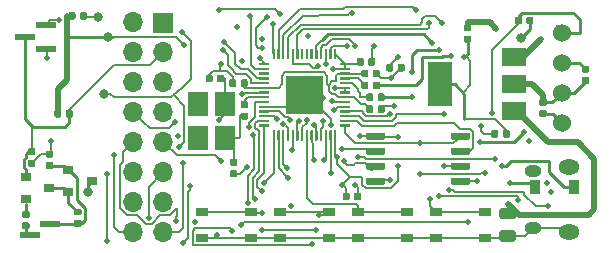
<source format=gbr>
G04 #@! TF.GenerationSoftware,KiCad,Pcbnew,5.1.5+dfsg1-2build2*
G04 #@! TF.CreationDate,2021-11-14T16:11:09+00:00*
G04 #@! TF.ProjectId,picopak,7069636f-7061-46b2-9e6b-696361645f70,rev?*
G04 #@! TF.SameCoordinates,Original*
G04 #@! TF.FileFunction,Copper,L4,Bot*
G04 #@! TF.FilePolarity,Positive*
%FSLAX46Y46*%
G04 Gerber Fmt 4.6, Leading zero omitted, Abs format (unit mm)*
G04 Created by KiCad (PCBNEW 5.1.5+dfsg1-2build2) date 2021-11-14 16:11:09*
%MOMM*%
%LPD*%
G04 APERTURE LIST*
%ADD10R,0.900000X0.800000*%
%ADD11C,0.100000*%
%ADD12R,1.750000X0.600000*%
%ADD13R,0.900000X1.200000*%
%ADD14R,1.800000X2.100000*%
%ADD15C,1.524000*%
%ADD16R,1.050000X0.650000*%
%ADD17R,1.700000X1.700000*%
%ADD18O,1.700000X1.700000*%
%ADD19O,1.450000X1.050000*%
%ADD20O,1.800000X1.300000*%
%ADD21R,2.000000X1.500000*%
%ADD22R,2.000000X3.800000*%
%ADD23C,0.500000*%
%ADD24C,0.800000*%
%ADD25C,0.200000*%
%ADD26C,0.500000*%
%ADD27C,0.250000*%
G04 APERTURE END LIST*
D10*
X167000000Y-84100000D03*
X165000000Y-83150000D03*
X165000000Y-85050000D03*
G04 #@! TA.AperFunction,SMDPad,CuDef*
D11*
G36*
X165986958Y-86420710D02*
G01*
X166001276Y-86422834D01*
X166015317Y-86426351D01*
X166028946Y-86431228D01*
X166042031Y-86437417D01*
X166054447Y-86444858D01*
X166066073Y-86453481D01*
X166076798Y-86463202D01*
X166086519Y-86473927D01*
X166095142Y-86485553D01*
X166102583Y-86497969D01*
X166108772Y-86511054D01*
X166113649Y-86524683D01*
X166117166Y-86538724D01*
X166119290Y-86553042D01*
X166120000Y-86567500D01*
X166120000Y-86862500D01*
X166119290Y-86876958D01*
X166117166Y-86891276D01*
X166113649Y-86905317D01*
X166108772Y-86918946D01*
X166102583Y-86932031D01*
X166095142Y-86944447D01*
X166086519Y-86956073D01*
X166076798Y-86966798D01*
X166066073Y-86976519D01*
X166054447Y-86985142D01*
X166042031Y-86992583D01*
X166028946Y-86998772D01*
X166015317Y-87003649D01*
X166001276Y-87007166D01*
X165986958Y-87009290D01*
X165972500Y-87010000D01*
X165627500Y-87010000D01*
X165613042Y-87009290D01*
X165598724Y-87007166D01*
X165584683Y-87003649D01*
X165571054Y-86998772D01*
X165557969Y-86992583D01*
X165545553Y-86985142D01*
X165533927Y-86976519D01*
X165523202Y-86966798D01*
X165513481Y-86956073D01*
X165504858Y-86944447D01*
X165497417Y-86932031D01*
X165491228Y-86918946D01*
X165486351Y-86905317D01*
X165482834Y-86891276D01*
X165480710Y-86876958D01*
X165480000Y-86862500D01*
X165480000Y-86567500D01*
X165480710Y-86553042D01*
X165482834Y-86538724D01*
X165486351Y-86524683D01*
X165491228Y-86511054D01*
X165497417Y-86497969D01*
X165504858Y-86485553D01*
X165513481Y-86473927D01*
X165523202Y-86463202D01*
X165533927Y-86453481D01*
X165545553Y-86444858D01*
X165557969Y-86437417D01*
X165571054Y-86431228D01*
X165584683Y-86426351D01*
X165598724Y-86422834D01*
X165613042Y-86420710D01*
X165627500Y-86420000D01*
X165972500Y-86420000D01*
X165986958Y-86420710D01*
G37*
G04 #@! TD.AperFunction*
G04 #@! TA.AperFunction,SMDPad,CuDef*
G36*
X165986958Y-87390710D02*
G01*
X166001276Y-87392834D01*
X166015317Y-87396351D01*
X166028946Y-87401228D01*
X166042031Y-87407417D01*
X166054447Y-87414858D01*
X166066073Y-87423481D01*
X166076798Y-87433202D01*
X166086519Y-87443927D01*
X166095142Y-87455553D01*
X166102583Y-87467969D01*
X166108772Y-87481054D01*
X166113649Y-87494683D01*
X166117166Y-87508724D01*
X166119290Y-87523042D01*
X166120000Y-87537500D01*
X166120000Y-87832500D01*
X166119290Y-87846958D01*
X166117166Y-87861276D01*
X166113649Y-87875317D01*
X166108772Y-87888946D01*
X166102583Y-87902031D01*
X166095142Y-87914447D01*
X166086519Y-87926073D01*
X166076798Y-87936798D01*
X166066073Y-87946519D01*
X166054447Y-87955142D01*
X166042031Y-87962583D01*
X166028946Y-87968772D01*
X166015317Y-87973649D01*
X166001276Y-87977166D01*
X165986958Y-87979290D01*
X165972500Y-87980000D01*
X165627500Y-87980000D01*
X165613042Y-87979290D01*
X165598724Y-87977166D01*
X165584683Y-87973649D01*
X165571054Y-87968772D01*
X165557969Y-87962583D01*
X165545553Y-87955142D01*
X165533927Y-87946519D01*
X165523202Y-87936798D01*
X165513481Y-87926073D01*
X165504858Y-87914447D01*
X165497417Y-87902031D01*
X165491228Y-87888946D01*
X165486351Y-87875317D01*
X165482834Y-87861276D01*
X165480710Y-87846958D01*
X165480000Y-87832500D01*
X165480000Y-87537500D01*
X165480710Y-87523042D01*
X165482834Y-87508724D01*
X165486351Y-87494683D01*
X165491228Y-87481054D01*
X165497417Y-87467969D01*
X165504858Y-87455553D01*
X165513481Y-87443927D01*
X165523202Y-87433202D01*
X165533927Y-87423481D01*
X165545553Y-87414858D01*
X165557969Y-87407417D01*
X165571054Y-87401228D01*
X165584683Y-87396351D01*
X165598724Y-87392834D01*
X165613042Y-87390710D01*
X165627500Y-87390000D01*
X165972500Y-87390000D01*
X165986958Y-87390710D01*
G37*
G04 #@! TD.AperFunction*
G04 #@! TA.AperFunction,SMDPad,CuDef*
G36*
X161586958Y-87590710D02*
G01*
X161601276Y-87592834D01*
X161615317Y-87596351D01*
X161628946Y-87601228D01*
X161642031Y-87607417D01*
X161654447Y-87614858D01*
X161666073Y-87623481D01*
X161676798Y-87633202D01*
X161686519Y-87643927D01*
X161695142Y-87655553D01*
X161702583Y-87667969D01*
X161708772Y-87681054D01*
X161713649Y-87694683D01*
X161717166Y-87708724D01*
X161719290Y-87723042D01*
X161720000Y-87737500D01*
X161720000Y-88032500D01*
X161719290Y-88046958D01*
X161717166Y-88061276D01*
X161713649Y-88075317D01*
X161708772Y-88088946D01*
X161702583Y-88102031D01*
X161695142Y-88114447D01*
X161686519Y-88126073D01*
X161676798Y-88136798D01*
X161666073Y-88146519D01*
X161654447Y-88155142D01*
X161642031Y-88162583D01*
X161628946Y-88168772D01*
X161615317Y-88173649D01*
X161601276Y-88177166D01*
X161586958Y-88179290D01*
X161572500Y-88180000D01*
X161227500Y-88180000D01*
X161213042Y-88179290D01*
X161198724Y-88177166D01*
X161184683Y-88173649D01*
X161171054Y-88168772D01*
X161157969Y-88162583D01*
X161145553Y-88155142D01*
X161133927Y-88146519D01*
X161123202Y-88136798D01*
X161113481Y-88126073D01*
X161104858Y-88114447D01*
X161097417Y-88102031D01*
X161091228Y-88088946D01*
X161086351Y-88075317D01*
X161082834Y-88061276D01*
X161080710Y-88046958D01*
X161080000Y-88032500D01*
X161080000Y-87737500D01*
X161080710Y-87723042D01*
X161082834Y-87708724D01*
X161086351Y-87694683D01*
X161091228Y-87681054D01*
X161097417Y-87667969D01*
X161104858Y-87655553D01*
X161113481Y-87643927D01*
X161123202Y-87633202D01*
X161133927Y-87623481D01*
X161145553Y-87614858D01*
X161157969Y-87607417D01*
X161171054Y-87601228D01*
X161184683Y-87596351D01*
X161198724Y-87592834D01*
X161213042Y-87590710D01*
X161227500Y-87590000D01*
X161572500Y-87590000D01*
X161586958Y-87590710D01*
G37*
G04 #@! TD.AperFunction*
G04 #@! TA.AperFunction,SMDPad,CuDef*
G36*
X161586958Y-86620710D02*
G01*
X161601276Y-86622834D01*
X161615317Y-86626351D01*
X161628946Y-86631228D01*
X161642031Y-86637417D01*
X161654447Y-86644858D01*
X161666073Y-86653481D01*
X161676798Y-86663202D01*
X161686519Y-86673927D01*
X161695142Y-86685553D01*
X161702583Y-86697969D01*
X161708772Y-86711054D01*
X161713649Y-86724683D01*
X161717166Y-86738724D01*
X161719290Y-86753042D01*
X161720000Y-86767500D01*
X161720000Y-87062500D01*
X161719290Y-87076958D01*
X161717166Y-87091276D01*
X161713649Y-87105317D01*
X161708772Y-87118946D01*
X161702583Y-87132031D01*
X161695142Y-87144447D01*
X161686519Y-87156073D01*
X161676798Y-87166798D01*
X161666073Y-87176519D01*
X161654447Y-87185142D01*
X161642031Y-87192583D01*
X161628946Y-87198772D01*
X161615317Y-87203649D01*
X161601276Y-87207166D01*
X161586958Y-87209290D01*
X161572500Y-87210000D01*
X161227500Y-87210000D01*
X161213042Y-87209290D01*
X161198724Y-87207166D01*
X161184683Y-87203649D01*
X161171054Y-87198772D01*
X161157969Y-87192583D01*
X161145553Y-87185142D01*
X161133927Y-87176519D01*
X161123202Y-87166798D01*
X161113481Y-87156073D01*
X161104858Y-87144447D01*
X161097417Y-87132031D01*
X161091228Y-87118946D01*
X161086351Y-87105317D01*
X161082834Y-87091276D01*
X161080710Y-87076958D01*
X161080000Y-87062500D01*
X161080000Y-86767500D01*
X161080710Y-86753042D01*
X161082834Y-86738724D01*
X161086351Y-86724683D01*
X161091228Y-86711054D01*
X161097417Y-86697969D01*
X161104858Y-86685553D01*
X161113481Y-86673927D01*
X161123202Y-86663202D01*
X161133927Y-86653481D01*
X161145553Y-86644858D01*
X161157969Y-86637417D01*
X161171054Y-86631228D01*
X161184683Y-86626351D01*
X161198724Y-86622834D01*
X161213042Y-86620710D01*
X161227500Y-86620000D01*
X161572500Y-86620000D01*
X161586958Y-86620710D01*
G37*
G04 #@! TD.AperFunction*
G04 #@! TA.AperFunction,SMDPad,CuDef*
G36*
X162086958Y-81320710D02*
G01*
X162101276Y-81322834D01*
X162115317Y-81326351D01*
X162128946Y-81331228D01*
X162142031Y-81337417D01*
X162154447Y-81344858D01*
X162166073Y-81353481D01*
X162176798Y-81363202D01*
X162186519Y-81373927D01*
X162195142Y-81385553D01*
X162202583Y-81397969D01*
X162208772Y-81411054D01*
X162213649Y-81424683D01*
X162217166Y-81438724D01*
X162219290Y-81453042D01*
X162220000Y-81467500D01*
X162220000Y-81762500D01*
X162219290Y-81776958D01*
X162217166Y-81791276D01*
X162213649Y-81805317D01*
X162208772Y-81818946D01*
X162202583Y-81832031D01*
X162195142Y-81844447D01*
X162186519Y-81856073D01*
X162176798Y-81866798D01*
X162166073Y-81876519D01*
X162154447Y-81885142D01*
X162142031Y-81892583D01*
X162128946Y-81898772D01*
X162115317Y-81903649D01*
X162101276Y-81907166D01*
X162086958Y-81909290D01*
X162072500Y-81910000D01*
X161727500Y-81910000D01*
X161713042Y-81909290D01*
X161698724Y-81907166D01*
X161684683Y-81903649D01*
X161671054Y-81898772D01*
X161657969Y-81892583D01*
X161645553Y-81885142D01*
X161633927Y-81876519D01*
X161623202Y-81866798D01*
X161613481Y-81856073D01*
X161604858Y-81844447D01*
X161597417Y-81832031D01*
X161591228Y-81818946D01*
X161586351Y-81805317D01*
X161582834Y-81791276D01*
X161580710Y-81776958D01*
X161580000Y-81762500D01*
X161580000Y-81467500D01*
X161580710Y-81453042D01*
X161582834Y-81438724D01*
X161586351Y-81424683D01*
X161591228Y-81411054D01*
X161597417Y-81397969D01*
X161604858Y-81385553D01*
X161613481Y-81373927D01*
X161623202Y-81363202D01*
X161633927Y-81353481D01*
X161645553Y-81344858D01*
X161657969Y-81337417D01*
X161671054Y-81331228D01*
X161684683Y-81326351D01*
X161698724Y-81322834D01*
X161713042Y-81320710D01*
X161727500Y-81320000D01*
X162072500Y-81320000D01*
X162086958Y-81320710D01*
G37*
G04 #@! TD.AperFunction*
G04 #@! TA.AperFunction,SMDPad,CuDef*
G36*
X162086958Y-82290710D02*
G01*
X162101276Y-82292834D01*
X162115317Y-82296351D01*
X162128946Y-82301228D01*
X162142031Y-82307417D01*
X162154447Y-82314858D01*
X162166073Y-82323481D01*
X162176798Y-82333202D01*
X162186519Y-82343927D01*
X162195142Y-82355553D01*
X162202583Y-82367969D01*
X162208772Y-82381054D01*
X162213649Y-82394683D01*
X162217166Y-82408724D01*
X162219290Y-82423042D01*
X162220000Y-82437500D01*
X162220000Y-82732500D01*
X162219290Y-82746958D01*
X162217166Y-82761276D01*
X162213649Y-82775317D01*
X162208772Y-82788946D01*
X162202583Y-82802031D01*
X162195142Y-82814447D01*
X162186519Y-82826073D01*
X162176798Y-82836798D01*
X162166073Y-82846519D01*
X162154447Y-82855142D01*
X162142031Y-82862583D01*
X162128946Y-82868772D01*
X162115317Y-82873649D01*
X162101276Y-82877166D01*
X162086958Y-82879290D01*
X162072500Y-82880000D01*
X161727500Y-82880000D01*
X161713042Y-82879290D01*
X161698724Y-82877166D01*
X161684683Y-82873649D01*
X161671054Y-82868772D01*
X161657969Y-82862583D01*
X161645553Y-82855142D01*
X161633927Y-82846519D01*
X161623202Y-82836798D01*
X161613481Y-82826073D01*
X161604858Y-82814447D01*
X161597417Y-82802031D01*
X161591228Y-82788946D01*
X161586351Y-82775317D01*
X161582834Y-82761276D01*
X161580710Y-82746958D01*
X161580000Y-82732500D01*
X161580000Y-82437500D01*
X161580710Y-82423042D01*
X161582834Y-82408724D01*
X161586351Y-82394683D01*
X161591228Y-82381054D01*
X161597417Y-82367969D01*
X161604858Y-82355553D01*
X161613481Y-82343927D01*
X161623202Y-82333202D01*
X161633927Y-82323481D01*
X161645553Y-82314858D01*
X161657969Y-82307417D01*
X161671054Y-82301228D01*
X161684683Y-82296351D01*
X161698724Y-82292834D01*
X161713042Y-82290710D01*
X161727500Y-82290000D01*
X162072500Y-82290000D01*
X162086958Y-82290710D01*
G37*
G04 #@! TD.AperFunction*
G04 #@! TA.AperFunction,SMDPad,CuDef*
G36*
X163586958Y-81520710D02*
G01*
X163601276Y-81522834D01*
X163615317Y-81526351D01*
X163628946Y-81531228D01*
X163642031Y-81537417D01*
X163654447Y-81544858D01*
X163666073Y-81553481D01*
X163676798Y-81563202D01*
X163686519Y-81573927D01*
X163695142Y-81585553D01*
X163702583Y-81597969D01*
X163708772Y-81611054D01*
X163713649Y-81624683D01*
X163717166Y-81638724D01*
X163719290Y-81653042D01*
X163720000Y-81667500D01*
X163720000Y-81962500D01*
X163719290Y-81976958D01*
X163717166Y-81991276D01*
X163713649Y-82005317D01*
X163708772Y-82018946D01*
X163702583Y-82032031D01*
X163695142Y-82044447D01*
X163686519Y-82056073D01*
X163676798Y-82066798D01*
X163666073Y-82076519D01*
X163654447Y-82085142D01*
X163642031Y-82092583D01*
X163628946Y-82098772D01*
X163615317Y-82103649D01*
X163601276Y-82107166D01*
X163586958Y-82109290D01*
X163572500Y-82110000D01*
X163227500Y-82110000D01*
X163213042Y-82109290D01*
X163198724Y-82107166D01*
X163184683Y-82103649D01*
X163171054Y-82098772D01*
X163157969Y-82092583D01*
X163145553Y-82085142D01*
X163133927Y-82076519D01*
X163123202Y-82066798D01*
X163113481Y-82056073D01*
X163104858Y-82044447D01*
X163097417Y-82032031D01*
X163091228Y-82018946D01*
X163086351Y-82005317D01*
X163082834Y-81991276D01*
X163080710Y-81976958D01*
X163080000Y-81962500D01*
X163080000Y-81667500D01*
X163080710Y-81653042D01*
X163082834Y-81638724D01*
X163086351Y-81624683D01*
X163091228Y-81611054D01*
X163097417Y-81597969D01*
X163104858Y-81585553D01*
X163113481Y-81573927D01*
X163123202Y-81563202D01*
X163133927Y-81553481D01*
X163145553Y-81544858D01*
X163157969Y-81537417D01*
X163171054Y-81531228D01*
X163184683Y-81526351D01*
X163198724Y-81522834D01*
X163213042Y-81520710D01*
X163227500Y-81520000D01*
X163572500Y-81520000D01*
X163586958Y-81520710D01*
G37*
G04 #@! TD.AperFunction*
G04 #@! TA.AperFunction,SMDPad,CuDef*
G36*
X163586958Y-82490710D02*
G01*
X163601276Y-82492834D01*
X163615317Y-82496351D01*
X163628946Y-82501228D01*
X163642031Y-82507417D01*
X163654447Y-82514858D01*
X163666073Y-82523481D01*
X163676798Y-82533202D01*
X163686519Y-82543927D01*
X163695142Y-82555553D01*
X163702583Y-82567969D01*
X163708772Y-82581054D01*
X163713649Y-82594683D01*
X163717166Y-82608724D01*
X163719290Y-82623042D01*
X163720000Y-82637500D01*
X163720000Y-82932500D01*
X163719290Y-82946958D01*
X163717166Y-82961276D01*
X163713649Y-82975317D01*
X163708772Y-82988946D01*
X163702583Y-83002031D01*
X163695142Y-83014447D01*
X163686519Y-83026073D01*
X163676798Y-83036798D01*
X163666073Y-83046519D01*
X163654447Y-83055142D01*
X163642031Y-83062583D01*
X163628946Y-83068772D01*
X163615317Y-83073649D01*
X163601276Y-83077166D01*
X163586958Y-83079290D01*
X163572500Y-83080000D01*
X163227500Y-83080000D01*
X163213042Y-83079290D01*
X163198724Y-83077166D01*
X163184683Y-83073649D01*
X163171054Y-83068772D01*
X163157969Y-83062583D01*
X163145553Y-83055142D01*
X163133927Y-83046519D01*
X163123202Y-83036798D01*
X163113481Y-83026073D01*
X163104858Y-83014447D01*
X163097417Y-83002031D01*
X163091228Y-82988946D01*
X163086351Y-82975317D01*
X163082834Y-82961276D01*
X163080710Y-82946958D01*
X163080000Y-82932500D01*
X163080000Y-82637500D01*
X163080710Y-82623042D01*
X163082834Y-82608724D01*
X163086351Y-82594683D01*
X163091228Y-82581054D01*
X163097417Y-82567969D01*
X163104858Y-82555553D01*
X163113481Y-82543927D01*
X163123202Y-82533202D01*
X163133927Y-82523481D01*
X163145553Y-82514858D01*
X163157969Y-82507417D01*
X163171054Y-82501228D01*
X163184683Y-82496351D01*
X163198724Y-82492834D01*
X163213042Y-82490710D01*
X163227500Y-82490000D01*
X163572500Y-82490000D01*
X163586958Y-82490710D01*
G37*
G04 #@! TD.AperFunction*
D10*
X163400000Y-84700000D03*
X161400000Y-83750000D03*
X161400000Y-85650000D03*
D12*
X163475000Y-87700000D03*
X161725000Y-88700000D03*
D13*
X207850000Y-84600000D03*
X204550000Y-84600000D03*
D12*
X161325000Y-71900000D03*
X163075000Y-72900000D03*
X163075000Y-70900000D03*
G04 #@! TA.AperFunction,SMDPad,CuDef*
D11*
G36*
X198986958Y-70820710D02*
G01*
X199001276Y-70822834D01*
X199015317Y-70826351D01*
X199028946Y-70831228D01*
X199042031Y-70837417D01*
X199054447Y-70844858D01*
X199066073Y-70853481D01*
X199076798Y-70863202D01*
X199086519Y-70873927D01*
X199095142Y-70885553D01*
X199102583Y-70897969D01*
X199108772Y-70911054D01*
X199113649Y-70924683D01*
X199117166Y-70938724D01*
X199119290Y-70953042D01*
X199120000Y-70967500D01*
X199120000Y-71262500D01*
X199119290Y-71276958D01*
X199117166Y-71291276D01*
X199113649Y-71305317D01*
X199108772Y-71318946D01*
X199102583Y-71332031D01*
X199095142Y-71344447D01*
X199086519Y-71356073D01*
X199076798Y-71366798D01*
X199066073Y-71376519D01*
X199054447Y-71385142D01*
X199042031Y-71392583D01*
X199028946Y-71398772D01*
X199015317Y-71403649D01*
X199001276Y-71407166D01*
X198986958Y-71409290D01*
X198972500Y-71410000D01*
X198627500Y-71410000D01*
X198613042Y-71409290D01*
X198598724Y-71407166D01*
X198584683Y-71403649D01*
X198571054Y-71398772D01*
X198557969Y-71392583D01*
X198545553Y-71385142D01*
X198533927Y-71376519D01*
X198523202Y-71366798D01*
X198513481Y-71356073D01*
X198504858Y-71344447D01*
X198497417Y-71332031D01*
X198491228Y-71318946D01*
X198486351Y-71305317D01*
X198482834Y-71291276D01*
X198480710Y-71276958D01*
X198480000Y-71262500D01*
X198480000Y-70967500D01*
X198480710Y-70953042D01*
X198482834Y-70938724D01*
X198486351Y-70924683D01*
X198491228Y-70911054D01*
X198497417Y-70897969D01*
X198504858Y-70885553D01*
X198513481Y-70873927D01*
X198523202Y-70863202D01*
X198533927Y-70853481D01*
X198545553Y-70844858D01*
X198557969Y-70837417D01*
X198571054Y-70831228D01*
X198584683Y-70826351D01*
X198598724Y-70822834D01*
X198613042Y-70820710D01*
X198627500Y-70820000D01*
X198972500Y-70820000D01*
X198986958Y-70820710D01*
G37*
G04 #@! TD.AperFunction*
G04 #@! TA.AperFunction,SMDPad,CuDef*
G36*
X198986958Y-71790710D02*
G01*
X199001276Y-71792834D01*
X199015317Y-71796351D01*
X199028946Y-71801228D01*
X199042031Y-71807417D01*
X199054447Y-71814858D01*
X199066073Y-71823481D01*
X199076798Y-71833202D01*
X199086519Y-71843927D01*
X199095142Y-71855553D01*
X199102583Y-71867969D01*
X199108772Y-71881054D01*
X199113649Y-71894683D01*
X199117166Y-71908724D01*
X199119290Y-71923042D01*
X199120000Y-71937500D01*
X199120000Y-72232500D01*
X199119290Y-72246958D01*
X199117166Y-72261276D01*
X199113649Y-72275317D01*
X199108772Y-72288946D01*
X199102583Y-72302031D01*
X199095142Y-72314447D01*
X199086519Y-72326073D01*
X199076798Y-72336798D01*
X199066073Y-72346519D01*
X199054447Y-72355142D01*
X199042031Y-72362583D01*
X199028946Y-72368772D01*
X199015317Y-72373649D01*
X199001276Y-72377166D01*
X198986958Y-72379290D01*
X198972500Y-72380000D01*
X198627500Y-72380000D01*
X198613042Y-72379290D01*
X198598724Y-72377166D01*
X198584683Y-72373649D01*
X198571054Y-72368772D01*
X198557969Y-72362583D01*
X198545553Y-72355142D01*
X198533927Y-72346519D01*
X198523202Y-72336798D01*
X198513481Y-72326073D01*
X198504858Y-72314447D01*
X198497417Y-72302031D01*
X198491228Y-72288946D01*
X198486351Y-72275317D01*
X198482834Y-72261276D01*
X198480710Y-72246958D01*
X198480000Y-72232500D01*
X198480000Y-71937500D01*
X198480710Y-71923042D01*
X198482834Y-71908724D01*
X198486351Y-71894683D01*
X198491228Y-71881054D01*
X198497417Y-71867969D01*
X198504858Y-71855553D01*
X198513481Y-71843927D01*
X198523202Y-71833202D01*
X198533927Y-71823481D01*
X198545553Y-71814858D01*
X198557969Y-71807417D01*
X198571054Y-71801228D01*
X198584683Y-71796351D01*
X198598724Y-71792834D01*
X198613042Y-71790710D01*
X198627500Y-71790000D01*
X198972500Y-71790000D01*
X198986958Y-71790710D01*
G37*
G04 #@! TD.AperFunction*
G04 #@! TA.AperFunction,SMDPad,CuDef*
G36*
X177076958Y-75080710D02*
G01*
X177091276Y-75082834D01*
X177105317Y-75086351D01*
X177118946Y-75091228D01*
X177132031Y-75097417D01*
X177144447Y-75104858D01*
X177156073Y-75113481D01*
X177166798Y-75123202D01*
X177176519Y-75133927D01*
X177185142Y-75145553D01*
X177192583Y-75157969D01*
X177198772Y-75171054D01*
X177203649Y-75184683D01*
X177207166Y-75198724D01*
X177209290Y-75213042D01*
X177210000Y-75227500D01*
X177210000Y-75572500D01*
X177209290Y-75586958D01*
X177207166Y-75601276D01*
X177203649Y-75615317D01*
X177198772Y-75628946D01*
X177192583Y-75642031D01*
X177185142Y-75654447D01*
X177176519Y-75666073D01*
X177166798Y-75676798D01*
X177156073Y-75686519D01*
X177144447Y-75695142D01*
X177132031Y-75702583D01*
X177118946Y-75708772D01*
X177105317Y-75713649D01*
X177091276Y-75717166D01*
X177076958Y-75719290D01*
X177062500Y-75720000D01*
X176767500Y-75720000D01*
X176753042Y-75719290D01*
X176738724Y-75717166D01*
X176724683Y-75713649D01*
X176711054Y-75708772D01*
X176697969Y-75702583D01*
X176685553Y-75695142D01*
X176673927Y-75686519D01*
X176663202Y-75676798D01*
X176653481Y-75666073D01*
X176644858Y-75654447D01*
X176637417Y-75642031D01*
X176631228Y-75628946D01*
X176626351Y-75615317D01*
X176622834Y-75601276D01*
X176620710Y-75586958D01*
X176620000Y-75572500D01*
X176620000Y-75227500D01*
X176620710Y-75213042D01*
X176622834Y-75198724D01*
X176626351Y-75184683D01*
X176631228Y-75171054D01*
X176637417Y-75157969D01*
X176644858Y-75145553D01*
X176653481Y-75133927D01*
X176663202Y-75123202D01*
X176673927Y-75113481D01*
X176685553Y-75104858D01*
X176697969Y-75097417D01*
X176711054Y-75091228D01*
X176724683Y-75086351D01*
X176738724Y-75082834D01*
X176753042Y-75080710D01*
X176767500Y-75080000D01*
X177062500Y-75080000D01*
X177076958Y-75080710D01*
G37*
G04 #@! TD.AperFunction*
G04 #@! TA.AperFunction,SMDPad,CuDef*
G36*
X178046958Y-75080710D02*
G01*
X178061276Y-75082834D01*
X178075317Y-75086351D01*
X178088946Y-75091228D01*
X178102031Y-75097417D01*
X178114447Y-75104858D01*
X178126073Y-75113481D01*
X178136798Y-75123202D01*
X178146519Y-75133927D01*
X178155142Y-75145553D01*
X178162583Y-75157969D01*
X178168772Y-75171054D01*
X178173649Y-75184683D01*
X178177166Y-75198724D01*
X178179290Y-75213042D01*
X178180000Y-75227500D01*
X178180000Y-75572500D01*
X178179290Y-75586958D01*
X178177166Y-75601276D01*
X178173649Y-75615317D01*
X178168772Y-75628946D01*
X178162583Y-75642031D01*
X178155142Y-75654447D01*
X178146519Y-75666073D01*
X178136798Y-75676798D01*
X178126073Y-75686519D01*
X178114447Y-75695142D01*
X178102031Y-75702583D01*
X178088946Y-75708772D01*
X178075317Y-75713649D01*
X178061276Y-75717166D01*
X178046958Y-75719290D01*
X178032500Y-75720000D01*
X177737500Y-75720000D01*
X177723042Y-75719290D01*
X177708724Y-75717166D01*
X177694683Y-75713649D01*
X177681054Y-75708772D01*
X177667969Y-75702583D01*
X177655553Y-75695142D01*
X177643927Y-75686519D01*
X177633202Y-75676798D01*
X177623481Y-75666073D01*
X177614858Y-75654447D01*
X177607417Y-75642031D01*
X177601228Y-75628946D01*
X177596351Y-75615317D01*
X177592834Y-75601276D01*
X177590710Y-75586958D01*
X177590000Y-75572500D01*
X177590000Y-75227500D01*
X177590710Y-75213042D01*
X177592834Y-75198724D01*
X177596351Y-75184683D01*
X177601228Y-75171054D01*
X177607417Y-75157969D01*
X177614858Y-75145553D01*
X177623481Y-75133927D01*
X177633202Y-75123202D01*
X177643927Y-75113481D01*
X177655553Y-75104858D01*
X177667969Y-75097417D01*
X177681054Y-75091228D01*
X177694683Y-75086351D01*
X177708724Y-75082834D01*
X177723042Y-75080710D01*
X177737500Y-75080000D01*
X178032500Y-75080000D01*
X178046958Y-75080710D01*
G37*
G04 #@! TD.AperFunction*
G04 #@! TA.AperFunction,SMDPad,CuDef*
G36*
X179186958Y-83190710D02*
G01*
X179201276Y-83192834D01*
X179215317Y-83196351D01*
X179228946Y-83201228D01*
X179242031Y-83207417D01*
X179254447Y-83214858D01*
X179266073Y-83223481D01*
X179276798Y-83233202D01*
X179286519Y-83243927D01*
X179295142Y-83255553D01*
X179302583Y-83267969D01*
X179308772Y-83281054D01*
X179313649Y-83294683D01*
X179317166Y-83308724D01*
X179319290Y-83323042D01*
X179320000Y-83337500D01*
X179320000Y-83632500D01*
X179319290Y-83646958D01*
X179317166Y-83661276D01*
X179313649Y-83675317D01*
X179308772Y-83688946D01*
X179302583Y-83702031D01*
X179295142Y-83714447D01*
X179286519Y-83726073D01*
X179276798Y-83736798D01*
X179266073Y-83746519D01*
X179254447Y-83755142D01*
X179242031Y-83762583D01*
X179228946Y-83768772D01*
X179215317Y-83773649D01*
X179201276Y-83777166D01*
X179186958Y-83779290D01*
X179172500Y-83780000D01*
X178827500Y-83780000D01*
X178813042Y-83779290D01*
X178798724Y-83777166D01*
X178784683Y-83773649D01*
X178771054Y-83768772D01*
X178757969Y-83762583D01*
X178745553Y-83755142D01*
X178733927Y-83746519D01*
X178723202Y-83736798D01*
X178713481Y-83726073D01*
X178704858Y-83714447D01*
X178697417Y-83702031D01*
X178691228Y-83688946D01*
X178686351Y-83675317D01*
X178682834Y-83661276D01*
X178680710Y-83646958D01*
X178680000Y-83632500D01*
X178680000Y-83337500D01*
X178680710Y-83323042D01*
X178682834Y-83308724D01*
X178686351Y-83294683D01*
X178691228Y-83281054D01*
X178697417Y-83267969D01*
X178704858Y-83255553D01*
X178713481Y-83243927D01*
X178723202Y-83233202D01*
X178733927Y-83223481D01*
X178745553Y-83214858D01*
X178757969Y-83207417D01*
X178771054Y-83201228D01*
X178784683Y-83196351D01*
X178798724Y-83192834D01*
X178813042Y-83190710D01*
X178827500Y-83190000D01*
X179172500Y-83190000D01*
X179186958Y-83190710D01*
G37*
G04 #@! TD.AperFunction*
G04 #@! TA.AperFunction,SMDPad,CuDef*
G36*
X179186958Y-82220710D02*
G01*
X179201276Y-82222834D01*
X179215317Y-82226351D01*
X179228946Y-82231228D01*
X179242031Y-82237417D01*
X179254447Y-82244858D01*
X179266073Y-82253481D01*
X179276798Y-82263202D01*
X179286519Y-82273927D01*
X179295142Y-82285553D01*
X179302583Y-82297969D01*
X179308772Y-82311054D01*
X179313649Y-82324683D01*
X179317166Y-82338724D01*
X179319290Y-82353042D01*
X179320000Y-82367500D01*
X179320000Y-82662500D01*
X179319290Y-82676958D01*
X179317166Y-82691276D01*
X179313649Y-82705317D01*
X179308772Y-82718946D01*
X179302583Y-82732031D01*
X179295142Y-82744447D01*
X179286519Y-82756073D01*
X179276798Y-82766798D01*
X179266073Y-82776519D01*
X179254447Y-82785142D01*
X179242031Y-82792583D01*
X179228946Y-82798772D01*
X179215317Y-82803649D01*
X179201276Y-82807166D01*
X179186958Y-82809290D01*
X179172500Y-82810000D01*
X178827500Y-82810000D01*
X178813042Y-82809290D01*
X178798724Y-82807166D01*
X178784683Y-82803649D01*
X178771054Y-82798772D01*
X178757969Y-82792583D01*
X178745553Y-82785142D01*
X178733927Y-82776519D01*
X178723202Y-82766798D01*
X178713481Y-82756073D01*
X178704858Y-82744447D01*
X178697417Y-82732031D01*
X178691228Y-82718946D01*
X178686351Y-82705317D01*
X178682834Y-82691276D01*
X178680710Y-82676958D01*
X178680000Y-82662500D01*
X178680000Y-82367500D01*
X178680710Y-82353042D01*
X178682834Y-82338724D01*
X178686351Y-82324683D01*
X178691228Y-82311054D01*
X178697417Y-82297969D01*
X178704858Y-82285553D01*
X178713481Y-82273927D01*
X178723202Y-82263202D01*
X178733927Y-82253481D01*
X178745553Y-82244858D01*
X178757969Y-82237417D01*
X178771054Y-82231228D01*
X178784683Y-82226351D01*
X178798724Y-82222834D01*
X178813042Y-82220710D01*
X178827500Y-82220000D01*
X179172500Y-82220000D01*
X179186958Y-82220710D01*
G37*
G04 #@! TD.AperFunction*
G04 #@! TA.AperFunction,SMDPad,CuDef*
G36*
X205386958Y-78090710D02*
G01*
X205401276Y-78092834D01*
X205415317Y-78096351D01*
X205428946Y-78101228D01*
X205442031Y-78107417D01*
X205454447Y-78114858D01*
X205466073Y-78123481D01*
X205476798Y-78133202D01*
X205486519Y-78143927D01*
X205495142Y-78155553D01*
X205502583Y-78167969D01*
X205508772Y-78181054D01*
X205513649Y-78194683D01*
X205517166Y-78208724D01*
X205519290Y-78223042D01*
X205520000Y-78237500D01*
X205520000Y-78532500D01*
X205519290Y-78546958D01*
X205517166Y-78561276D01*
X205513649Y-78575317D01*
X205508772Y-78588946D01*
X205502583Y-78602031D01*
X205495142Y-78614447D01*
X205486519Y-78626073D01*
X205476798Y-78636798D01*
X205466073Y-78646519D01*
X205454447Y-78655142D01*
X205442031Y-78662583D01*
X205428946Y-78668772D01*
X205415317Y-78673649D01*
X205401276Y-78677166D01*
X205386958Y-78679290D01*
X205372500Y-78680000D01*
X205027500Y-78680000D01*
X205013042Y-78679290D01*
X204998724Y-78677166D01*
X204984683Y-78673649D01*
X204971054Y-78668772D01*
X204957969Y-78662583D01*
X204945553Y-78655142D01*
X204933927Y-78646519D01*
X204923202Y-78636798D01*
X204913481Y-78626073D01*
X204904858Y-78614447D01*
X204897417Y-78602031D01*
X204891228Y-78588946D01*
X204886351Y-78575317D01*
X204882834Y-78561276D01*
X204880710Y-78546958D01*
X204880000Y-78532500D01*
X204880000Y-78237500D01*
X204880710Y-78223042D01*
X204882834Y-78208724D01*
X204886351Y-78194683D01*
X204891228Y-78181054D01*
X204897417Y-78167969D01*
X204904858Y-78155553D01*
X204913481Y-78143927D01*
X204923202Y-78133202D01*
X204933927Y-78123481D01*
X204945553Y-78114858D01*
X204957969Y-78107417D01*
X204971054Y-78101228D01*
X204984683Y-78096351D01*
X204998724Y-78092834D01*
X205013042Y-78090710D01*
X205027500Y-78090000D01*
X205372500Y-78090000D01*
X205386958Y-78090710D01*
G37*
G04 #@! TD.AperFunction*
G04 #@! TA.AperFunction,SMDPad,CuDef*
G36*
X205386958Y-77120710D02*
G01*
X205401276Y-77122834D01*
X205415317Y-77126351D01*
X205428946Y-77131228D01*
X205442031Y-77137417D01*
X205454447Y-77144858D01*
X205466073Y-77153481D01*
X205476798Y-77163202D01*
X205486519Y-77173927D01*
X205495142Y-77185553D01*
X205502583Y-77197969D01*
X205508772Y-77211054D01*
X205513649Y-77224683D01*
X205517166Y-77238724D01*
X205519290Y-77253042D01*
X205520000Y-77267500D01*
X205520000Y-77562500D01*
X205519290Y-77576958D01*
X205517166Y-77591276D01*
X205513649Y-77605317D01*
X205508772Y-77618946D01*
X205502583Y-77632031D01*
X205495142Y-77644447D01*
X205486519Y-77656073D01*
X205476798Y-77666798D01*
X205466073Y-77676519D01*
X205454447Y-77685142D01*
X205442031Y-77692583D01*
X205428946Y-77698772D01*
X205415317Y-77703649D01*
X205401276Y-77707166D01*
X205386958Y-77709290D01*
X205372500Y-77710000D01*
X205027500Y-77710000D01*
X205013042Y-77709290D01*
X204998724Y-77707166D01*
X204984683Y-77703649D01*
X204971054Y-77698772D01*
X204957969Y-77692583D01*
X204945553Y-77685142D01*
X204933927Y-77676519D01*
X204923202Y-77666798D01*
X204913481Y-77656073D01*
X204904858Y-77644447D01*
X204897417Y-77632031D01*
X204891228Y-77618946D01*
X204886351Y-77605317D01*
X204882834Y-77591276D01*
X204880710Y-77576958D01*
X204880000Y-77562500D01*
X204880000Y-77267500D01*
X204880710Y-77253042D01*
X204882834Y-77238724D01*
X204886351Y-77224683D01*
X204891228Y-77211054D01*
X204897417Y-77197969D01*
X204904858Y-77185553D01*
X204913481Y-77173927D01*
X204923202Y-77163202D01*
X204933927Y-77153481D01*
X204945553Y-77144858D01*
X204957969Y-77137417D01*
X204971054Y-77131228D01*
X204984683Y-77126351D01*
X204998724Y-77122834D01*
X205013042Y-77120710D01*
X205027500Y-77120000D01*
X205372500Y-77120000D01*
X205386958Y-77120710D01*
G37*
G04 #@! TD.AperFunction*
G04 #@! TA.AperFunction,SMDPad,CuDef*
G36*
X179076958Y-75480710D02*
G01*
X179091276Y-75482834D01*
X179105317Y-75486351D01*
X179118946Y-75491228D01*
X179132031Y-75497417D01*
X179144447Y-75504858D01*
X179156073Y-75513481D01*
X179166798Y-75523202D01*
X179176519Y-75533927D01*
X179185142Y-75545553D01*
X179192583Y-75557969D01*
X179198772Y-75571054D01*
X179203649Y-75584683D01*
X179207166Y-75598724D01*
X179209290Y-75613042D01*
X179210000Y-75627500D01*
X179210000Y-75972500D01*
X179209290Y-75986958D01*
X179207166Y-76001276D01*
X179203649Y-76015317D01*
X179198772Y-76028946D01*
X179192583Y-76042031D01*
X179185142Y-76054447D01*
X179176519Y-76066073D01*
X179166798Y-76076798D01*
X179156073Y-76086519D01*
X179144447Y-76095142D01*
X179132031Y-76102583D01*
X179118946Y-76108772D01*
X179105317Y-76113649D01*
X179091276Y-76117166D01*
X179076958Y-76119290D01*
X179062500Y-76120000D01*
X178767500Y-76120000D01*
X178753042Y-76119290D01*
X178738724Y-76117166D01*
X178724683Y-76113649D01*
X178711054Y-76108772D01*
X178697969Y-76102583D01*
X178685553Y-76095142D01*
X178673927Y-76086519D01*
X178663202Y-76076798D01*
X178653481Y-76066073D01*
X178644858Y-76054447D01*
X178637417Y-76042031D01*
X178631228Y-76028946D01*
X178626351Y-76015317D01*
X178622834Y-76001276D01*
X178620710Y-75986958D01*
X178620000Y-75972500D01*
X178620000Y-75627500D01*
X178620710Y-75613042D01*
X178622834Y-75598724D01*
X178626351Y-75584683D01*
X178631228Y-75571054D01*
X178637417Y-75557969D01*
X178644858Y-75545553D01*
X178653481Y-75533927D01*
X178663202Y-75523202D01*
X178673927Y-75513481D01*
X178685553Y-75504858D01*
X178697969Y-75497417D01*
X178711054Y-75491228D01*
X178724683Y-75486351D01*
X178738724Y-75482834D01*
X178753042Y-75480710D01*
X178767500Y-75480000D01*
X179062500Y-75480000D01*
X179076958Y-75480710D01*
G37*
G04 #@! TD.AperFunction*
G04 #@! TA.AperFunction,SMDPad,CuDef*
G36*
X180046958Y-75480710D02*
G01*
X180061276Y-75482834D01*
X180075317Y-75486351D01*
X180088946Y-75491228D01*
X180102031Y-75497417D01*
X180114447Y-75504858D01*
X180126073Y-75513481D01*
X180136798Y-75523202D01*
X180146519Y-75533927D01*
X180155142Y-75545553D01*
X180162583Y-75557969D01*
X180168772Y-75571054D01*
X180173649Y-75584683D01*
X180177166Y-75598724D01*
X180179290Y-75613042D01*
X180180000Y-75627500D01*
X180180000Y-75972500D01*
X180179290Y-75986958D01*
X180177166Y-76001276D01*
X180173649Y-76015317D01*
X180168772Y-76028946D01*
X180162583Y-76042031D01*
X180155142Y-76054447D01*
X180146519Y-76066073D01*
X180136798Y-76076798D01*
X180126073Y-76086519D01*
X180114447Y-76095142D01*
X180102031Y-76102583D01*
X180088946Y-76108772D01*
X180075317Y-76113649D01*
X180061276Y-76117166D01*
X180046958Y-76119290D01*
X180032500Y-76120000D01*
X179737500Y-76120000D01*
X179723042Y-76119290D01*
X179708724Y-76117166D01*
X179694683Y-76113649D01*
X179681054Y-76108772D01*
X179667969Y-76102583D01*
X179655553Y-76095142D01*
X179643927Y-76086519D01*
X179633202Y-76076798D01*
X179623481Y-76066073D01*
X179614858Y-76054447D01*
X179607417Y-76042031D01*
X179601228Y-76028946D01*
X179596351Y-76015317D01*
X179592834Y-76001276D01*
X179590710Y-75986958D01*
X179590000Y-75972500D01*
X179590000Y-75627500D01*
X179590710Y-75613042D01*
X179592834Y-75598724D01*
X179596351Y-75584683D01*
X179601228Y-75571054D01*
X179607417Y-75557969D01*
X179614858Y-75545553D01*
X179623481Y-75533927D01*
X179633202Y-75523202D01*
X179643927Y-75513481D01*
X179655553Y-75504858D01*
X179667969Y-75497417D01*
X179681054Y-75491228D01*
X179694683Y-75486351D01*
X179708724Y-75482834D01*
X179723042Y-75480710D01*
X179737500Y-75480000D01*
X180032500Y-75480000D01*
X180046958Y-75480710D01*
G37*
G04 #@! TD.AperFunction*
G04 #@! TA.AperFunction,SMDPad,CuDef*
G36*
X191646958Y-77680710D02*
G01*
X191661276Y-77682834D01*
X191675317Y-77686351D01*
X191688946Y-77691228D01*
X191702031Y-77697417D01*
X191714447Y-77704858D01*
X191726073Y-77713481D01*
X191736798Y-77723202D01*
X191746519Y-77733927D01*
X191755142Y-77745553D01*
X191762583Y-77757969D01*
X191768772Y-77771054D01*
X191773649Y-77784683D01*
X191777166Y-77798724D01*
X191779290Y-77813042D01*
X191780000Y-77827500D01*
X191780000Y-78172500D01*
X191779290Y-78186958D01*
X191777166Y-78201276D01*
X191773649Y-78215317D01*
X191768772Y-78228946D01*
X191762583Y-78242031D01*
X191755142Y-78254447D01*
X191746519Y-78266073D01*
X191736798Y-78276798D01*
X191726073Y-78286519D01*
X191714447Y-78295142D01*
X191702031Y-78302583D01*
X191688946Y-78308772D01*
X191675317Y-78313649D01*
X191661276Y-78317166D01*
X191646958Y-78319290D01*
X191632500Y-78320000D01*
X191337500Y-78320000D01*
X191323042Y-78319290D01*
X191308724Y-78317166D01*
X191294683Y-78313649D01*
X191281054Y-78308772D01*
X191267969Y-78302583D01*
X191255553Y-78295142D01*
X191243927Y-78286519D01*
X191233202Y-78276798D01*
X191223481Y-78266073D01*
X191214858Y-78254447D01*
X191207417Y-78242031D01*
X191201228Y-78228946D01*
X191196351Y-78215317D01*
X191192834Y-78201276D01*
X191190710Y-78186958D01*
X191190000Y-78172500D01*
X191190000Y-77827500D01*
X191190710Y-77813042D01*
X191192834Y-77798724D01*
X191196351Y-77784683D01*
X191201228Y-77771054D01*
X191207417Y-77757969D01*
X191214858Y-77745553D01*
X191223481Y-77733927D01*
X191233202Y-77723202D01*
X191243927Y-77713481D01*
X191255553Y-77704858D01*
X191267969Y-77697417D01*
X191281054Y-77691228D01*
X191294683Y-77686351D01*
X191308724Y-77682834D01*
X191323042Y-77680710D01*
X191337500Y-77680000D01*
X191632500Y-77680000D01*
X191646958Y-77680710D01*
G37*
G04 #@! TD.AperFunction*
G04 #@! TA.AperFunction,SMDPad,CuDef*
G36*
X190676958Y-77680710D02*
G01*
X190691276Y-77682834D01*
X190705317Y-77686351D01*
X190718946Y-77691228D01*
X190732031Y-77697417D01*
X190744447Y-77704858D01*
X190756073Y-77713481D01*
X190766798Y-77723202D01*
X190776519Y-77733927D01*
X190785142Y-77745553D01*
X190792583Y-77757969D01*
X190798772Y-77771054D01*
X190803649Y-77784683D01*
X190807166Y-77798724D01*
X190809290Y-77813042D01*
X190810000Y-77827500D01*
X190810000Y-78172500D01*
X190809290Y-78186958D01*
X190807166Y-78201276D01*
X190803649Y-78215317D01*
X190798772Y-78228946D01*
X190792583Y-78242031D01*
X190785142Y-78254447D01*
X190776519Y-78266073D01*
X190766798Y-78276798D01*
X190756073Y-78286519D01*
X190744447Y-78295142D01*
X190732031Y-78302583D01*
X190718946Y-78308772D01*
X190705317Y-78313649D01*
X190691276Y-78317166D01*
X190676958Y-78319290D01*
X190662500Y-78320000D01*
X190367500Y-78320000D01*
X190353042Y-78319290D01*
X190338724Y-78317166D01*
X190324683Y-78313649D01*
X190311054Y-78308772D01*
X190297969Y-78302583D01*
X190285553Y-78295142D01*
X190273927Y-78286519D01*
X190263202Y-78276798D01*
X190253481Y-78266073D01*
X190244858Y-78254447D01*
X190237417Y-78242031D01*
X190231228Y-78228946D01*
X190226351Y-78215317D01*
X190222834Y-78201276D01*
X190220710Y-78186958D01*
X190220000Y-78172500D01*
X190220000Y-77827500D01*
X190220710Y-77813042D01*
X190222834Y-77798724D01*
X190226351Y-77784683D01*
X190231228Y-77771054D01*
X190237417Y-77757969D01*
X190244858Y-77745553D01*
X190253481Y-77733927D01*
X190263202Y-77723202D01*
X190273927Y-77713481D01*
X190285553Y-77704858D01*
X190297969Y-77697417D01*
X190311054Y-77691228D01*
X190324683Y-77686351D01*
X190338724Y-77682834D01*
X190353042Y-77680710D01*
X190367500Y-77680000D01*
X190662500Y-77680000D01*
X190676958Y-77680710D01*
G37*
G04 #@! TD.AperFunction*
G04 #@! TA.AperFunction,SMDPad,CuDef*
G36*
X191246958Y-74680710D02*
G01*
X191261276Y-74682834D01*
X191275317Y-74686351D01*
X191288946Y-74691228D01*
X191302031Y-74697417D01*
X191314447Y-74704858D01*
X191326073Y-74713481D01*
X191336798Y-74723202D01*
X191346519Y-74733927D01*
X191355142Y-74745553D01*
X191362583Y-74757969D01*
X191368772Y-74771054D01*
X191373649Y-74784683D01*
X191377166Y-74798724D01*
X191379290Y-74813042D01*
X191380000Y-74827500D01*
X191380000Y-75172500D01*
X191379290Y-75186958D01*
X191377166Y-75201276D01*
X191373649Y-75215317D01*
X191368772Y-75228946D01*
X191362583Y-75242031D01*
X191355142Y-75254447D01*
X191346519Y-75266073D01*
X191336798Y-75276798D01*
X191326073Y-75286519D01*
X191314447Y-75295142D01*
X191302031Y-75302583D01*
X191288946Y-75308772D01*
X191275317Y-75313649D01*
X191261276Y-75317166D01*
X191246958Y-75319290D01*
X191232500Y-75320000D01*
X190937500Y-75320000D01*
X190923042Y-75319290D01*
X190908724Y-75317166D01*
X190894683Y-75313649D01*
X190881054Y-75308772D01*
X190867969Y-75302583D01*
X190855553Y-75295142D01*
X190843927Y-75286519D01*
X190833202Y-75276798D01*
X190823481Y-75266073D01*
X190814858Y-75254447D01*
X190807417Y-75242031D01*
X190801228Y-75228946D01*
X190796351Y-75215317D01*
X190792834Y-75201276D01*
X190790710Y-75186958D01*
X190790000Y-75172500D01*
X190790000Y-74827500D01*
X190790710Y-74813042D01*
X190792834Y-74798724D01*
X190796351Y-74784683D01*
X190801228Y-74771054D01*
X190807417Y-74757969D01*
X190814858Y-74745553D01*
X190823481Y-74733927D01*
X190833202Y-74723202D01*
X190843927Y-74713481D01*
X190855553Y-74704858D01*
X190867969Y-74697417D01*
X190881054Y-74691228D01*
X190894683Y-74686351D01*
X190908724Y-74682834D01*
X190923042Y-74680710D01*
X190937500Y-74680000D01*
X191232500Y-74680000D01*
X191246958Y-74680710D01*
G37*
G04 #@! TD.AperFunction*
G04 #@! TA.AperFunction,SMDPad,CuDef*
G36*
X190276958Y-74680710D02*
G01*
X190291276Y-74682834D01*
X190305317Y-74686351D01*
X190318946Y-74691228D01*
X190332031Y-74697417D01*
X190344447Y-74704858D01*
X190356073Y-74713481D01*
X190366798Y-74723202D01*
X190376519Y-74733927D01*
X190385142Y-74745553D01*
X190392583Y-74757969D01*
X190398772Y-74771054D01*
X190403649Y-74784683D01*
X190407166Y-74798724D01*
X190409290Y-74813042D01*
X190410000Y-74827500D01*
X190410000Y-75172500D01*
X190409290Y-75186958D01*
X190407166Y-75201276D01*
X190403649Y-75215317D01*
X190398772Y-75228946D01*
X190392583Y-75242031D01*
X190385142Y-75254447D01*
X190376519Y-75266073D01*
X190366798Y-75276798D01*
X190356073Y-75286519D01*
X190344447Y-75295142D01*
X190332031Y-75302583D01*
X190318946Y-75308772D01*
X190305317Y-75313649D01*
X190291276Y-75317166D01*
X190276958Y-75319290D01*
X190262500Y-75320000D01*
X189967500Y-75320000D01*
X189953042Y-75319290D01*
X189938724Y-75317166D01*
X189924683Y-75313649D01*
X189911054Y-75308772D01*
X189897969Y-75302583D01*
X189885553Y-75295142D01*
X189873927Y-75286519D01*
X189863202Y-75276798D01*
X189853481Y-75266073D01*
X189844858Y-75254447D01*
X189837417Y-75242031D01*
X189831228Y-75228946D01*
X189826351Y-75215317D01*
X189822834Y-75201276D01*
X189820710Y-75186958D01*
X189820000Y-75172500D01*
X189820000Y-74827500D01*
X189820710Y-74813042D01*
X189822834Y-74798724D01*
X189826351Y-74784683D01*
X189831228Y-74771054D01*
X189837417Y-74757969D01*
X189844858Y-74745553D01*
X189853481Y-74733927D01*
X189863202Y-74723202D01*
X189873927Y-74713481D01*
X189885553Y-74704858D01*
X189897969Y-74697417D01*
X189911054Y-74691228D01*
X189924683Y-74686351D01*
X189938724Y-74682834D01*
X189953042Y-74680710D01*
X189967500Y-74680000D01*
X190262500Y-74680000D01*
X190276958Y-74680710D01*
G37*
G04 #@! TD.AperFunction*
G04 #@! TA.AperFunction,SMDPad,CuDef*
G36*
X190846958Y-73680710D02*
G01*
X190861276Y-73682834D01*
X190875317Y-73686351D01*
X190888946Y-73691228D01*
X190902031Y-73697417D01*
X190914447Y-73704858D01*
X190926073Y-73713481D01*
X190936798Y-73723202D01*
X190946519Y-73733927D01*
X190955142Y-73745553D01*
X190962583Y-73757969D01*
X190968772Y-73771054D01*
X190973649Y-73784683D01*
X190977166Y-73798724D01*
X190979290Y-73813042D01*
X190980000Y-73827500D01*
X190980000Y-74172500D01*
X190979290Y-74186958D01*
X190977166Y-74201276D01*
X190973649Y-74215317D01*
X190968772Y-74228946D01*
X190962583Y-74242031D01*
X190955142Y-74254447D01*
X190946519Y-74266073D01*
X190936798Y-74276798D01*
X190926073Y-74286519D01*
X190914447Y-74295142D01*
X190902031Y-74302583D01*
X190888946Y-74308772D01*
X190875317Y-74313649D01*
X190861276Y-74317166D01*
X190846958Y-74319290D01*
X190832500Y-74320000D01*
X190537500Y-74320000D01*
X190523042Y-74319290D01*
X190508724Y-74317166D01*
X190494683Y-74313649D01*
X190481054Y-74308772D01*
X190467969Y-74302583D01*
X190455553Y-74295142D01*
X190443927Y-74286519D01*
X190433202Y-74276798D01*
X190423481Y-74266073D01*
X190414858Y-74254447D01*
X190407417Y-74242031D01*
X190401228Y-74228946D01*
X190396351Y-74215317D01*
X190392834Y-74201276D01*
X190390710Y-74186958D01*
X190390000Y-74172500D01*
X190390000Y-73827500D01*
X190390710Y-73813042D01*
X190392834Y-73798724D01*
X190396351Y-73784683D01*
X190401228Y-73771054D01*
X190407417Y-73757969D01*
X190414858Y-73745553D01*
X190423481Y-73733927D01*
X190433202Y-73723202D01*
X190443927Y-73713481D01*
X190455553Y-73704858D01*
X190467969Y-73697417D01*
X190481054Y-73691228D01*
X190494683Y-73686351D01*
X190508724Y-73682834D01*
X190523042Y-73680710D01*
X190537500Y-73680000D01*
X190832500Y-73680000D01*
X190846958Y-73680710D01*
G37*
G04 #@! TD.AperFunction*
G04 #@! TA.AperFunction,SMDPad,CuDef*
G36*
X189876958Y-73680710D02*
G01*
X189891276Y-73682834D01*
X189905317Y-73686351D01*
X189918946Y-73691228D01*
X189932031Y-73697417D01*
X189944447Y-73704858D01*
X189956073Y-73713481D01*
X189966798Y-73723202D01*
X189976519Y-73733927D01*
X189985142Y-73745553D01*
X189992583Y-73757969D01*
X189998772Y-73771054D01*
X190003649Y-73784683D01*
X190007166Y-73798724D01*
X190009290Y-73813042D01*
X190010000Y-73827500D01*
X190010000Y-74172500D01*
X190009290Y-74186958D01*
X190007166Y-74201276D01*
X190003649Y-74215317D01*
X189998772Y-74228946D01*
X189992583Y-74242031D01*
X189985142Y-74254447D01*
X189976519Y-74266073D01*
X189966798Y-74276798D01*
X189956073Y-74286519D01*
X189944447Y-74295142D01*
X189932031Y-74302583D01*
X189918946Y-74308772D01*
X189905317Y-74313649D01*
X189891276Y-74317166D01*
X189876958Y-74319290D01*
X189862500Y-74320000D01*
X189567500Y-74320000D01*
X189553042Y-74319290D01*
X189538724Y-74317166D01*
X189524683Y-74313649D01*
X189511054Y-74308772D01*
X189497969Y-74302583D01*
X189485553Y-74295142D01*
X189473927Y-74286519D01*
X189463202Y-74276798D01*
X189453481Y-74266073D01*
X189444858Y-74254447D01*
X189437417Y-74242031D01*
X189431228Y-74228946D01*
X189426351Y-74215317D01*
X189422834Y-74201276D01*
X189420710Y-74186958D01*
X189420000Y-74172500D01*
X189420000Y-73827500D01*
X189420710Y-73813042D01*
X189422834Y-73798724D01*
X189426351Y-73784683D01*
X189431228Y-73771054D01*
X189437417Y-73757969D01*
X189444858Y-73745553D01*
X189453481Y-73733927D01*
X189463202Y-73723202D01*
X189473927Y-73713481D01*
X189485553Y-73704858D01*
X189497969Y-73697417D01*
X189511054Y-73691228D01*
X189524683Y-73686351D01*
X189538724Y-73682834D01*
X189553042Y-73680710D01*
X189567500Y-73680000D01*
X189862500Y-73680000D01*
X189876958Y-73680710D01*
G37*
G04 #@! TD.AperFunction*
G04 #@! TA.AperFunction,SMDPad,CuDef*
G36*
X165246958Y-78080710D02*
G01*
X165261276Y-78082834D01*
X165275317Y-78086351D01*
X165288946Y-78091228D01*
X165302031Y-78097417D01*
X165314447Y-78104858D01*
X165326073Y-78113481D01*
X165336798Y-78123202D01*
X165346519Y-78133927D01*
X165355142Y-78145553D01*
X165362583Y-78157969D01*
X165368772Y-78171054D01*
X165373649Y-78184683D01*
X165377166Y-78198724D01*
X165379290Y-78213042D01*
X165380000Y-78227500D01*
X165380000Y-78572500D01*
X165379290Y-78586958D01*
X165377166Y-78601276D01*
X165373649Y-78615317D01*
X165368772Y-78628946D01*
X165362583Y-78642031D01*
X165355142Y-78654447D01*
X165346519Y-78666073D01*
X165336798Y-78676798D01*
X165326073Y-78686519D01*
X165314447Y-78695142D01*
X165302031Y-78702583D01*
X165288946Y-78708772D01*
X165275317Y-78713649D01*
X165261276Y-78717166D01*
X165246958Y-78719290D01*
X165232500Y-78720000D01*
X164937500Y-78720000D01*
X164923042Y-78719290D01*
X164908724Y-78717166D01*
X164894683Y-78713649D01*
X164881054Y-78708772D01*
X164867969Y-78702583D01*
X164855553Y-78695142D01*
X164843927Y-78686519D01*
X164833202Y-78676798D01*
X164823481Y-78666073D01*
X164814858Y-78654447D01*
X164807417Y-78642031D01*
X164801228Y-78628946D01*
X164796351Y-78615317D01*
X164792834Y-78601276D01*
X164790710Y-78586958D01*
X164790000Y-78572500D01*
X164790000Y-78227500D01*
X164790710Y-78213042D01*
X164792834Y-78198724D01*
X164796351Y-78184683D01*
X164801228Y-78171054D01*
X164807417Y-78157969D01*
X164814858Y-78145553D01*
X164823481Y-78133927D01*
X164833202Y-78123202D01*
X164843927Y-78113481D01*
X164855553Y-78104858D01*
X164867969Y-78097417D01*
X164881054Y-78091228D01*
X164894683Y-78086351D01*
X164908724Y-78082834D01*
X164923042Y-78080710D01*
X164937500Y-78080000D01*
X165232500Y-78080000D01*
X165246958Y-78080710D01*
G37*
G04 #@! TD.AperFunction*
G04 #@! TA.AperFunction,SMDPad,CuDef*
G36*
X164276958Y-78080710D02*
G01*
X164291276Y-78082834D01*
X164305317Y-78086351D01*
X164318946Y-78091228D01*
X164332031Y-78097417D01*
X164344447Y-78104858D01*
X164356073Y-78113481D01*
X164366798Y-78123202D01*
X164376519Y-78133927D01*
X164385142Y-78145553D01*
X164392583Y-78157969D01*
X164398772Y-78171054D01*
X164403649Y-78184683D01*
X164407166Y-78198724D01*
X164409290Y-78213042D01*
X164410000Y-78227500D01*
X164410000Y-78572500D01*
X164409290Y-78586958D01*
X164407166Y-78601276D01*
X164403649Y-78615317D01*
X164398772Y-78628946D01*
X164392583Y-78642031D01*
X164385142Y-78654447D01*
X164376519Y-78666073D01*
X164366798Y-78676798D01*
X164356073Y-78686519D01*
X164344447Y-78695142D01*
X164332031Y-78702583D01*
X164318946Y-78708772D01*
X164305317Y-78713649D01*
X164291276Y-78717166D01*
X164276958Y-78719290D01*
X164262500Y-78720000D01*
X163967500Y-78720000D01*
X163953042Y-78719290D01*
X163938724Y-78717166D01*
X163924683Y-78713649D01*
X163911054Y-78708772D01*
X163897969Y-78702583D01*
X163885553Y-78695142D01*
X163873927Y-78686519D01*
X163863202Y-78676798D01*
X163853481Y-78666073D01*
X163844858Y-78654447D01*
X163837417Y-78642031D01*
X163831228Y-78628946D01*
X163826351Y-78615317D01*
X163822834Y-78601276D01*
X163820710Y-78586958D01*
X163820000Y-78572500D01*
X163820000Y-78227500D01*
X163820710Y-78213042D01*
X163822834Y-78198724D01*
X163826351Y-78184683D01*
X163831228Y-78171054D01*
X163837417Y-78157969D01*
X163844858Y-78145553D01*
X163853481Y-78133927D01*
X163863202Y-78123202D01*
X163873927Y-78113481D01*
X163885553Y-78104858D01*
X163897969Y-78097417D01*
X163911054Y-78091228D01*
X163924683Y-78086351D01*
X163938724Y-78082834D01*
X163953042Y-78080710D01*
X163967500Y-78080000D01*
X164262500Y-78080000D01*
X164276958Y-78080710D01*
G37*
G04 #@! TD.AperFunction*
G04 #@! TA.AperFunction,SMDPad,CuDef*
G36*
X193346958Y-74180710D02*
G01*
X193361276Y-74182834D01*
X193375317Y-74186351D01*
X193388946Y-74191228D01*
X193402031Y-74197417D01*
X193414447Y-74204858D01*
X193426073Y-74213481D01*
X193436798Y-74223202D01*
X193446519Y-74233927D01*
X193455142Y-74245553D01*
X193462583Y-74257969D01*
X193468772Y-74271054D01*
X193473649Y-74284683D01*
X193477166Y-74298724D01*
X193479290Y-74313042D01*
X193480000Y-74327500D01*
X193480000Y-74672500D01*
X193479290Y-74686958D01*
X193477166Y-74701276D01*
X193473649Y-74715317D01*
X193468772Y-74728946D01*
X193462583Y-74742031D01*
X193455142Y-74754447D01*
X193446519Y-74766073D01*
X193436798Y-74776798D01*
X193426073Y-74786519D01*
X193414447Y-74795142D01*
X193402031Y-74802583D01*
X193388946Y-74808772D01*
X193375317Y-74813649D01*
X193361276Y-74817166D01*
X193346958Y-74819290D01*
X193332500Y-74820000D01*
X193037500Y-74820000D01*
X193023042Y-74819290D01*
X193008724Y-74817166D01*
X192994683Y-74813649D01*
X192981054Y-74808772D01*
X192967969Y-74802583D01*
X192955553Y-74795142D01*
X192943927Y-74786519D01*
X192933202Y-74776798D01*
X192923481Y-74766073D01*
X192914858Y-74754447D01*
X192907417Y-74742031D01*
X192901228Y-74728946D01*
X192896351Y-74715317D01*
X192892834Y-74701276D01*
X192890710Y-74686958D01*
X192890000Y-74672500D01*
X192890000Y-74327500D01*
X192890710Y-74313042D01*
X192892834Y-74298724D01*
X192896351Y-74284683D01*
X192901228Y-74271054D01*
X192907417Y-74257969D01*
X192914858Y-74245553D01*
X192923481Y-74233927D01*
X192933202Y-74223202D01*
X192943927Y-74213481D01*
X192955553Y-74204858D01*
X192967969Y-74197417D01*
X192981054Y-74191228D01*
X192994683Y-74186351D01*
X193008724Y-74182834D01*
X193023042Y-74180710D01*
X193037500Y-74180000D01*
X193332500Y-74180000D01*
X193346958Y-74180710D01*
G37*
G04 #@! TD.AperFunction*
G04 #@! TA.AperFunction,SMDPad,CuDef*
G36*
X192376958Y-74180710D02*
G01*
X192391276Y-74182834D01*
X192405317Y-74186351D01*
X192418946Y-74191228D01*
X192432031Y-74197417D01*
X192444447Y-74204858D01*
X192456073Y-74213481D01*
X192466798Y-74223202D01*
X192476519Y-74233927D01*
X192485142Y-74245553D01*
X192492583Y-74257969D01*
X192498772Y-74271054D01*
X192503649Y-74284683D01*
X192507166Y-74298724D01*
X192509290Y-74313042D01*
X192510000Y-74327500D01*
X192510000Y-74672500D01*
X192509290Y-74686958D01*
X192507166Y-74701276D01*
X192503649Y-74715317D01*
X192498772Y-74728946D01*
X192492583Y-74742031D01*
X192485142Y-74754447D01*
X192476519Y-74766073D01*
X192466798Y-74776798D01*
X192456073Y-74786519D01*
X192444447Y-74795142D01*
X192432031Y-74802583D01*
X192418946Y-74808772D01*
X192405317Y-74813649D01*
X192391276Y-74817166D01*
X192376958Y-74819290D01*
X192362500Y-74820000D01*
X192067500Y-74820000D01*
X192053042Y-74819290D01*
X192038724Y-74817166D01*
X192024683Y-74813649D01*
X192011054Y-74808772D01*
X191997969Y-74802583D01*
X191985553Y-74795142D01*
X191973927Y-74786519D01*
X191963202Y-74776798D01*
X191953481Y-74766073D01*
X191944858Y-74754447D01*
X191937417Y-74742031D01*
X191931228Y-74728946D01*
X191926351Y-74715317D01*
X191922834Y-74701276D01*
X191920710Y-74686958D01*
X191920000Y-74672500D01*
X191920000Y-74327500D01*
X191920710Y-74313042D01*
X191922834Y-74298724D01*
X191926351Y-74284683D01*
X191931228Y-74271054D01*
X191937417Y-74257969D01*
X191944858Y-74245553D01*
X191953481Y-74233927D01*
X191963202Y-74223202D01*
X191973927Y-74213481D01*
X191985553Y-74204858D01*
X191997969Y-74197417D01*
X192011054Y-74191228D01*
X192024683Y-74186351D01*
X192038724Y-74182834D01*
X192053042Y-74180710D01*
X192067500Y-74180000D01*
X192362500Y-74180000D01*
X192376958Y-74180710D01*
G37*
G04 #@! TD.AperFunction*
G04 #@! TA.AperFunction,SMDPad,CuDef*
G36*
X189646958Y-85080710D02*
G01*
X189661276Y-85082834D01*
X189675317Y-85086351D01*
X189688946Y-85091228D01*
X189702031Y-85097417D01*
X189714447Y-85104858D01*
X189726073Y-85113481D01*
X189736798Y-85123202D01*
X189746519Y-85133927D01*
X189755142Y-85145553D01*
X189762583Y-85157969D01*
X189768772Y-85171054D01*
X189773649Y-85184683D01*
X189777166Y-85198724D01*
X189779290Y-85213042D01*
X189780000Y-85227500D01*
X189780000Y-85572500D01*
X189779290Y-85586958D01*
X189777166Y-85601276D01*
X189773649Y-85615317D01*
X189768772Y-85628946D01*
X189762583Y-85642031D01*
X189755142Y-85654447D01*
X189746519Y-85666073D01*
X189736798Y-85676798D01*
X189726073Y-85686519D01*
X189714447Y-85695142D01*
X189702031Y-85702583D01*
X189688946Y-85708772D01*
X189675317Y-85713649D01*
X189661276Y-85717166D01*
X189646958Y-85719290D01*
X189632500Y-85720000D01*
X189337500Y-85720000D01*
X189323042Y-85719290D01*
X189308724Y-85717166D01*
X189294683Y-85713649D01*
X189281054Y-85708772D01*
X189267969Y-85702583D01*
X189255553Y-85695142D01*
X189243927Y-85686519D01*
X189233202Y-85676798D01*
X189223481Y-85666073D01*
X189214858Y-85654447D01*
X189207417Y-85642031D01*
X189201228Y-85628946D01*
X189196351Y-85615317D01*
X189192834Y-85601276D01*
X189190710Y-85586958D01*
X189190000Y-85572500D01*
X189190000Y-85227500D01*
X189190710Y-85213042D01*
X189192834Y-85198724D01*
X189196351Y-85184683D01*
X189201228Y-85171054D01*
X189207417Y-85157969D01*
X189214858Y-85145553D01*
X189223481Y-85133927D01*
X189233202Y-85123202D01*
X189243927Y-85113481D01*
X189255553Y-85104858D01*
X189267969Y-85097417D01*
X189281054Y-85091228D01*
X189294683Y-85086351D01*
X189308724Y-85082834D01*
X189323042Y-85080710D01*
X189337500Y-85080000D01*
X189632500Y-85080000D01*
X189646958Y-85080710D01*
G37*
G04 #@! TD.AperFunction*
G04 #@! TA.AperFunction,SMDPad,CuDef*
G36*
X188676958Y-85080710D02*
G01*
X188691276Y-85082834D01*
X188705317Y-85086351D01*
X188718946Y-85091228D01*
X188732031Y-85097417D01*
X188744447Y-85104858D01*
X188756073Y-85113481D01*
X188766798Y-85123202D01*
X188776519Y-85133927D01*
X188785142Y-85145553D01*
X188792583Y-85157969D01*
X188798772Y-85171054D01*
X188803649Y-85184683D01*
X188807166Y-85198724D01*
X188809290Y-85213042D01*
X188810000Y-85227500D01*
X188810000Y-85572500D01*
X188809290Y-85586958D01*
X188807166Y-85601276D01*
X188803649Y-85615317D01*
X188798772Y-85628946D01*
X188792583Y-85642031D01*
X188785142Y-85654447D01*
X188776519Y-85666073D01*
X188766798Y-85676798D01*
X188756073Y-85686519D01*
X188744447Y-85695142D01*
X188732031Y-85702583D01*
X188718946Y-85708772D01*
X188705317Y-85713649D01*
X188691276Y-85717166D01*
X188676958Y-85719290D01*
X188662500Y-85720000D01*
X188367500Y-85720000D01*
X188353042Y-85719290D01*
X188338724Y-85717166D01*
X188324683Y-85713649D01*
X188311054Y-85708772D01*
X188297969Y-85702583D01*
X188285553Y-85695142D01*
X188273927Y-85686519D01*
X188263202Y-85676798D01*
X188253481Y-85666073D01*
X188244858Y-85654447D01*
X188237417Y-85642031D01*
X188231228Y-85628946D01*
X188226351Y-85615317D01*
X188222834Y-85601276D01*
X188220710Y-85586958D01*
X188220000Y-85572500D01*
X188220000Y-85227500D01*
X188220710Y-85213042D01*
X188222834Y-85198724D01*
X188226351Y-85184683D01*
X188231228Y-85171054D01*
X188237417Y-85157969D01*
X188244858Y-85145553D01*
X188253481Y-85133927D01*
X188263202Y-85123202D01*
X188273927Y-85113481D01*
X188285553Y-85104858D01*
X188297969Y-85097417D01*
X188311054Y-85091228D01*
X188324683Y-85086351D01*
X188338724Y-85082834D01*
X188353042Y-85080710D01*
X188367500Y-85080000D01*
X188662500Y-85080000D01*
X188676958Y-85080710D01*
G37*
G04 #@! TD.AperFunction*
G04 #@! TA.AperFunction,SMDPad,CuDef*
G36*
X208986958Y-74320710D02*
G01*
X209001276Y-74322834D01*
X209015317Y-74326351D01*
X209028946Y-74331228D01*
X209042031Y-74337417D01*
X209054447Y-74344858D01*
X209066073Y-74353481D01*
X209076798Y-74363202D01*
X209086519Y-74373927D01*
X209095142Y-74385553D01*
X209102583Y-74397969D01*
X209108772Y-74411054D01*
X209113649Y-74424683D01*
X209117166Y-74438724D01*
X209119290Y-74453042D01*
X209120000Y-74467500D01*
X209120000Y-74762500D01*
X209119290Y-74776958D01*
X209117166Y-74791276D01*
X209113649Y-74805317D01*
X209108772Y-74818946D01*
X209102583Y-74832031D01*
X209095142Y-74844447D01*
X209086519Y-74856073D01*
X209076798Y-74866798D01*
X209066073Y-74876519D01*
X209054447Y-74885142D01*
X209042031Y-74892583D01*
X209028946Y-74898772D01*
X209015317Y-74903649D01*
X209001276Y-74907166D01*
X208986958Y-74909290D01*
X208972500Y-74910000D01*
X208627500Y-74910000D01*
X208613042Y-74909290D01*
X208598724Y-74907166D01*
X208584683Y-74903649D01*
X208571054Y-74898772D01*
X208557969Y-74892583D01*
X208545553Y-74885142D01*
X208533927Y-74876519D01*
X208523202Y-74866798D01*
X208513481Y-74856073D01*
X208504858Y-74844447D01*
X208497417Y-74832031D01*
X208491228Y-74818946D01*
X208486351Y-74805317D01*
X208482834Y-74791276D01*
X208480710Y-74776958D01*
X208480000Y-74762500D01*
X208480000Y-74467500D01*
X208480710Y-74453042D01*
X208482834Y-74438724D01*
X208486351Y-74424683D01*
X208491228Y-74411054D01*
X208497417Y-74397969D01*
X208504858Y-74385553D01*
X208513481Y-74373927D01*
X208523202Y-74363202D01*
X208533927Y-74353481D01*
X208545553Y-74344858D01*
X208557969Y-74337417D01*
X208571054Y-74331228D01*
X208584683Y-74326351D01*
X208598724Y-74322834D01*
X208613042Y-74320710D01*
X208627500Y-74320000D01*
X208972500Y-74320000D01*
X208986958Y-74320710D01*
G37*
G04 #@! TD.AperFunction*
G04 #@! TA.AperFunction,SMDPad,CuDef*
G36*
X208986958Y-75290710D02*
G01*
X209001276Y-75292834D01*
X209015317Y-75296351D01*
X209028946Y-75301228D01*
X209042031Y-75307417D01*
X209054447Y-75314858D01*
X209066073Y-75323481D01*
X209076798Y-75333202D01*
X209086519Y-75343927D01*
X209095142Y-75355553D01*
X209102583Y-75367969D01*
X209108772Y-75381054D01*
X209113649Y-75394683D01*
X209117166Y-75408724D01*
X209119290Y-75423042D01*
X209120000Y-75437500D01*
X209120000Y-75732500D01*
X209119290Y-75746958D01*
X209117166Y-75761276D01*
X209113649Y-75775317D01*
X209108772Y-75788946D01*
X209102583Y-75802031D01*
X209095142Y-75814447D01*
X209086519Y-75826073D01*
X209076798Y-75836798D01*
X209066073Y-75846519D01*
X209054447Y-75855142D01*
X209042031Y-75862583D01*
X209028946Y-75868772D01*
X209015317Y-75873649D01*
X209001276Y-75877166D01*
X208986958Y-75879290D01*
X208972500Y-75880000D01*
X208627500Y-75880000D01*
X208613042Y-75879290D01*
X208598724Y-75877166D01*
X208584683Y-75873649D01*
X208571054Y-75868772D01*
X208557969Y-75862583D01*
X208545553Y-75855142D01*
X208533927Y-75846519D01*
X208523202Y-75836798D01*
X208513481Y-75826073D01*
X208504858Y-75814447D01*
X208497417Y-75802031D01*
X208491228Y-75788946D01*
X208486351Y-75775317D01*
X208482834Y-75761276D01*
X208480710Y-75746958D01*
X208480000Y-75732500D01*
X208480000Y-75437500D01*
X208480710Y-75423042D01*
X208482834Y-75408724D01*
X208486351Y-75394683D01*
X208491228Y-75381054D01*
X208497417Y-75367969D01*
X208504858Y-75355553D01*
X208513481Y-75343927D01*
X208523202Y-75333202D01*
X208533927Y-75323481D01*
X208545553Y-75314858D01*
X208557969Y-75307417D01*
X208571054Y-75301228D01*
X208584683Y-75296351D01*
X208598724Y-75292834D01*
X208613042Y-75290710D01*
X208627500Y-75290000D01*
X208972500Y-75290000D01*
X208986958Y-75290710D01*
G37*
G04 #@! TD.AperFunction*
G04 #@! TA.AperFunction,SMDPad,CuDef*
G36*
X166446958Y-69780710D02*
G01*
X166461276Y-69782834D01*
X166475317Y-69786351D01*
X166488946Y-69791228D01*
X166502031Y-69797417D01*
X166514447Y-69804858D01*
X166526073Y-69813481D01*
X166536798Y-69823202D01*
X166546519Y-69833927D01*
X166555142Y-69845553D01*
X166562583Y-69857969D01*
X166568772Y-69871054D01*
X166573649Y-69884683D01*
X166577166Y-69898724D01*
X166579290Y-69913042D01*
X166580000Y-69927500D01*
X166580000Y-70272500D01*
X166579290Y-70286958D01*
X166577166Y-70301276D01*
X166573649Y-70315317D01*
X166568772Y-70328946D01*
X166562583Y-70342031D01*
X166555142Y-70354447D01*
X166546519Y-70366073D01*
X166536798Y-70376798D01*
X166526073Y-70386519D01*
X166514447Y-70395142D01*
X166502031Y-70402583D01*
X166488946Y-70408772D01*
X166475317Y-70413649D01*
X166461276Y-70417166D01*
X166446958Y-70419290D01*
X166432500Y-70420000D01*
X166137500Y-70420000D01*
X166123042Y-70419290D01*
X166108724Y-70417166D01*
X166094683Y-70413649D01*
X166081054Y-70408772D01*
X166067969Y-70402583D01*
X166055553Y-70395142D01*
X166043927Y-70386519D01*
X166033202Y-70376798D01*
X166023481Y-70366073D01*
X166014858Y-70354447D01*
X166007417Y-70342031D01*
X166001228Y-70328946D01*
X165996351Y-70315317D01*
X165992834Y-70301276D01*
X165990710Y-70286958D01*
X165990000Y-70272500D01*
X165990000Y-69927500D01*
X165990710Y-69913042D01*
X165992834Y-69898724D01*
X165996351Y-69884683D01*
X166001228Y-69871054D01*
X166007417Y-69857969D01*
X166014858Y-69845553D01*
X166023481Y-69833927D01*
X166033202Y-69823202D01*
X166043927Y-69813481D01*
X166055553Y-69804858D01*
X166067969Y-69797417D01*
X166081054Y-69791228D01*
X166094683Y-69786351D01*
X166108724Y-69782834D01*
X166123042Y-69780710D01*
X166137500Y-69780000D01*
X166432500Y-69780000D01*
X166446958Y-69780710D01*
G37*
G04 #@! TD.AperFunction*
G04 #@! TA.AperFunction,SMDPad,CuDef*
G36*
X165476958Y-69780710D02*
G01*
X165491276Y-69782834D01*
X165505317Y-69786351D01*
X165518946Y-69791228D01*
X165532031Y-69797417D01*
X165544447Y-69804858D01*
X165556073Y-69813481D01*
X165566798Y-69823202D01*
X165576519Y-69833927D01*
X165585142Y-69845553D01*
X165592583Y-69857969D01*
X165598772Y-69871054D01*
X165603649Y-69884683D01*
X165607166Y-69898724D01*
X165609290Y-69913042D01*
X165610000Y-69927500D01*
X165610000Y-70272500D01*
X165609290Y-70286958D01*
X165607166Y-70301276D01*
X165603649Y-70315317D01*
X165598772Y-70328946D01*
X165592583Y-70342031D01*
X165585142Y-70354447D01*
X165576519Y-70366073D01*
X165566798Y-70376798D01*
X165556073Y-70386519D01*
X165544447Y-70395142D01*
X165532031Y-70402583D01*
X165518946Y-70408772D01*
X165505317Y-70413649D01*
X165491276Y-70417166D01*
X165476958Y-70419290D01*
X165462500Y-70420000D01*
X165167500Y-70420000D01*
X165153042Y-70419290D01*
X165138724Y-70417166D01*
X165124683Y-70413649D01*
X165111054Y-70408772D01*
X165097969Y-70402583D01*
X165085553Y-70395142D01*
X165073927Y-70386519D01*
X165063202Y-70376798D01*
X165053481Y-70366073D01*
X165044858Y-70354447D01*
X165037417Y-70342031D01*
X165031228Y-70328946D01*
X165026351Y-70315317D01*
X165022834Y-70301276D01*
X165020710Y-70286958D01*
X165020000Y-70272500D01*
X165020000Y-69927500D01*
X165020710Y-69913042D01*
X165022834Y-69898724D01*
X165026351Y-69884683D01*
X165031228Y-69871054D01*
X165037417Y-69857969D01*
X165044858Y-69845553D01*
X165053481Y-69833927D01*
X165063202Y-69823202D01*
X165073927Y-69813481D01*
X165085553Y-69804858D01*
X165097969Y-69797417D01*
X165111054Y-69791228D01*
X165124683Y-69786351D01*
X165138724Y-69782834D01*
X165153042Y-69780710D01*
X165167500Y-69780000D01*
X165462500Y-69780000D01*
X165476958Y-69780710D01*
G37*
G04 #@! TD.AperFunction*
G04 #@! TA.AperFunction,SMDPad,CuDef*
G36*
X203276958Y-70180710D02*
G01*
X203291276Y-70182834D01*
X203305317Y-70186351D01*
X203318946Y-70191228D01*
X203332031Y-70197417D01*
X203344447Y-70204858D01*
X203356073Y-70213481D01*
X203366798Y-70223202D01*
X203376519Y-70233927D01*
X203385142Y-70245553D01*
X203392583Y-70257969D01*
X203398772Y-70271054D01*
X203403649Y-70284683D01*
X203407166Y-70298724D01*
X203409290Y-70313042D01*
X203410000Y-70327500D01*
X203410000Y-70672500D01*
X203409290Y-70686958D01*
X203407166Y-70701276D01*
X203403649Y-70715317D01*
X203398772Y-70728946D01*
X203392583Y-70742031D01*
X203385142Y-70754447D01*
X203376519Y-70766073D01*
X203366798Y-70776798D01*
X203356073Y-70786519D01*
X203344447Y-70795142D01*
X203332031Y-70802583D01*
X203318946Y-70808772D01*
X203305317Y-70813649D01*
X203291276Y-70817166D01*
X203276958Y-70819290D01*
X203262500Y-70820000D01*
X202967500Y-70820000D01*
X202953042Y-70819290D01*
X202938724Y-70817166D01*
X202924683Y-70813649D01*
X202911054Y-70808772D01*
X202897969Y-70802583D01*
X202885553Y-70795142D01*
X202873927Y-70786519D01*
X202863202Y-70776798D01*
X202853481Y-70766073D01*
X202844858Y-70754447D01*
X202837417Y-70742031D01*
X202831228Y-70728946D01*
X202826351Y-70715317D01*
X202822834Y-70701276D01*
X202820710Y-70686958D01*
X202820000Y-70672500D01*
X202820000Y-70327500D01*
X202820710Y-70313042D01*
X202822834Y-70298724D01*
X202826351Y-70284683D01*
X202831228Y-70271054D01*
X202837417Y-70257969D01*
X202844858Y-70245553D01*
X202853481Y-70233927D01*
X202863202Y-70223202D01*
X202873927Y-70213481D01*
X202885553Y-70204858D01*
X202897969Y-70197417D01*
X202911054Y-70191228D01*
X202924683Y-70186351D01*
X202938724Y-70182834D01*
X202953042Y-70180710D01*
X202967500Y-70180000D01*
X203262500Y-70180000D01*
X203276958Y-70180710D01*
G37*
G04 #@! TD.AperFunction*
G04 #@! TA.AperFunction,SMDPad,CuDef*
G36*
X204246958Y-70180710D02*
G01*
X204261276Y-70182834D01*
X204275317Y-70186351D01*
X204288946Y-70191228D01*
X204302031Y-70197417D01*
X204314447Y-70204858D01*
X204326073Y-70213481D01*
X204336798Y-70223202D01*
X204346519Y-70233927D01*
X204355142Y-70245553D01*
X204362583Y-70257969D01*
X204368772Y-70271054D01*
X204373649Y-70284683D01*
X204377166Y-70298724D01*
X204379290Y-70313042D01*
X204380000Y-70327500D01*
X204380000Y-70672500D01*
X204379290Y-70686958D01*
X204377166Y-70701276D01*
X204373649Y-70715317D01*
X204368772Y-70728946D01*
X204362583Y-70742031D01*
X204355142Y-70754447D01*
X204346519Y-70766073D01*
X204336798Y-70776798D01*
X204326073Y-70786519D01*
X204314447Y-70795142D01*
X204302031Y-70802583D01*
X204288946Y-70808772D01*
X204275317Y-70813649D01*
X204261276Y-70817166D01*
X204246958Y-70819290D01*
X204232500Y-70820000D01*
X203937500Y-70820000D01*
X203923042Y-70819290D01*
X203908724Y-70817166D01*
X203894683Y-70813649D01*
X203881054Y-70808772D01*
X203867969Y-70802583D01*
X203855553Y-70795142D01*
X203843927Y-70786519D01*
X203833202Y-70776798D01*
X203823481Y-70766073D01*
X203814858Y-70754447D01*
X203807417Y-70742031D01*
X203801228Y-70728946D01*
X203796351Y-70715317D01*
X203792834Y-70701276D01*
X203790710Y-70686958D01*
X203790000Y-70672500D01*
X203790000Y-70327500D01*
X203790710Y-70313042D01*
X203792834Y-70298724D01*
X203796351Y-70284683D01*
X203801228Y-70271054D01*
X203807417Y-70257969D01*
X203814858Y-70245553D01*
X203823481Y-70233927D01*
X203833202Y-70223202D01*
X203843927Y-70213481D01*
X203855553Y-70204858D01*
X203867969Y-70197417D01*
X203881054Y-70191228D01*
X203894683Y-70186351D01*
X203908724Y-70182834D01*
X203923042Y-70180710D01*
X203937500Y-70180000D01*
X204232500Y-70180000D01*
X204246958Y-70180710D01*
G37*
G04 #@! TD.AperFunction*
G04 #@! TA.AperFunction,SMDPad,CuDef*
G36*
X186470114Y-75200693D02*
G01*
X186484093Y-75202767D01*
X186497801Y-75206201D01*
X186511106Y-75210961D01*
X186523881Y-75217003D01*
X186536002Y-75224268D01*
X186547353Y-75232686D01*
X186557823Y-75242177D01*
X186567314Y-75252647D01*
X186575732Y-75263998D01*
X186582997Y-75276119D01*
X186589039Y-75288894D01*
X186593799Y-75302199D01*
X186597233Y-75315907D01*
X186599307Y-75329886D01*
X186600000Y-75344000D01*
X186600000Y-78256000D01*
X186599307Y-78270114D01*
X186597233Y-78284093D01*
X186593799Y-78297801D01*
X186589039Y-78311106D01*
X186582997Y-78323881D01*
X186575732Y-78336002D01*
X186567314Y-78347353D01*
X186557823Y-78357823D01*
X186547353Y-78367314D01*
X186536002Y-78375732D01*
X186523881Y-78382997D01*
X186511106Y-78389039D01*
X186497801Y-78393799D01*
X186484093Y-78397233D01*
X186470114Y-78399307D01*
X186456000Y-78400000D01*
X183544000Y-78400000D01*
X183529886Y-78399307D01*
X183515907Y-78397233D01*
X183502199Y-78393799D01*
X183488894Y-78389039D01*
X183476119Y-78382997D01*
X183463998Y-78375732D01*
X183452647Y-78367314D01*
X183442177Y-78357823D01*
X183432686Y-78347353D01*
X183424268Y-78336002D01*
X183417003Y-78323881D01*
X183410961Y-78311106D01*
X183406201Y-78297801D01*
X183402767Y-78284093D01*
X183400693Y-78270114D01*
X183400000Y-78256000D01*
X183400000Y-75344000D01*
X183400693Y-75329886D01*
X183402767Y-75315907D01*
X183406201Y-75302199D01*
X183410961Y-75288894D01*
X183417003Y-75276119D01*
X183424268Y-75263998D01*
X183432686Y-75252647D01*
X183442177Y-75242177D01*
X183452647Y-75232686D01*
X183463998Y-75224268D01*
X183476119Y-75217003D01*
X183488894Y-75210961D01*
X183502199Y-75206201D01*
X183515907Y-75202767D01*
X183529886Y-75200693D01*
X183544000Y-75200000D01*
X186456000Y-75200000D01*
X186470114Y-75200693D01*
G37*
G04 #@! TD.AperFunction*
G04 #@! TA.AperFunction,SMDPad,CuDef*
G36*
X187654901Y-79800241D02*
G01*
X187659755Y-79800961D01*
X187664514Y-79802153D01*
X187669134Y-79803806D01*
X187673570Y-79805904D01*
X187677779Y-79808427D01*
X187681720Y-79811349D01*
X187685355Y-79814645D01*
X187688651Y-79818280D01*
X187691573Y-79822221D01*
X187694096Y-79826430D01*
X187696194Y-79830866D01*
X187697847Y-79835486D01*
X187699039Y-79840245D01*
X187699759Y-79845099D01*
X187700000Y-79850000D01*
X187700000Y-80625000D01*
X187699759Y-80629901D01*
X187699039Y-80634755D01*
X187697847Y-80639514D01*
X187696194Y-80644134D01*
X187694096Y-80648570D01*
X187691573Y-80652779D01*
X187688651Y-80656720D01*
X187685355Y-80660355D01*
X187681720Y-80663651D01*
X187677779Y-80666573D01*
X187673570Y-80669096D01*
X187669134Y-80671194D01*
X187664514Y-80672847D01*
X187659755Y-80674039D01*
X187654901Y-80674759D01*
X187650000Y-80675000D01*
X187550000Y-80675000D01*
X187545099Y-80674759D01*
X187540245Y-80674039D01*
X187535486Y-80672847D01*
X187530866Y-80671194D01*
X187526430Y-80669096D01*
X187522221Y-80666573D01*
X187518280Y-80663651D01*
X187514645Y-80660355D01*
X187511349Y-80656720D01*
X187508427Y-80652779D01*
X187505904Y-80648570D01*
X187503806Y-80644134D01*
X187502153Y-80639514D01*
X187500961Y-80634755D01*
X187500241Y-80629901D01*
X187500000Y-80625000D01*
X187500000Y-79850000D01*
X187500241Y-79845099D01*
X187500961Y-79840245D01*
X187502153Y-79835486D01*
X187503806Y-79830866D01*
X187505904Y-79826430D01*
X187508427Y-79822221D01*
X187511349Y-79818280D01*
X187514645Y-79814645D01*
X187518280Y-79811349D01*
X187522221Y-79808427D01*
X187526430Y-79805904D01*
X187530866Y-79803806D01*
X187535486Y-79802153D01*
X187540245Y-79800961D01*
X187545099Y-79800241D01*
X187550000Y-79800000D01*
X187650000Y-79800000D01*
X187654901Y-79800241D01*
G37*
G04 #@! TD.AperFunction*
G04 #@! TA.AperFunction,SMDPad,CuDef*
G36*
X187254901Y-79800241D02*
G01*
X187259755Y-79800961D01*
X187264514Y-79802153D01*
X187269134Y-79803806D01*
X187273570Y-79805904D01*
X187277779Y-79808427D01*
X187281720Y-79811349D01*
X187285355Y-79814645D01*
X187288651Y-79818280D01*
X187291573Y-79822221D01*
X187294096Y-79826430D01*
X187296194Y-79830866D01*
X187297847Y-79835486D01*
X187299039Y-79840245D01*
X187299759Y-79845099D01*
X187300000Y-79850000D01*
X187300000Y-80625000D01*
X187299759Y-80629901D01*
X187299039Y-80634755D01*
X187297847Y-80639514D01*
X187296194Y-80644134D01*
X187294096Y-80648570D01*
X187291573Y-80652779D01*
X187288651Y-80656720D01*
X187285355Y-80660355D01*
X187281720Y-80663651D01*
X187277779Y-80666573D01*
X187273570Y-80669096D01*
X187269134Y-80671194D01*
X187264514Y-80672847D01*
X187259755Y-80674039D01*
X187254901Y-80674759D01*
X187250000Y-80675000D01*
X187150000Y-80675000D01*
X187145099Y-80674759D01*
X187140245Y-80674039D01*
X187135486Y-80672847D01*
X187130866Y-80671194D01*
X187126430Y-80669096D01*
X187122221Y-80666573D01*
X187118280Y-80663651D01*
X187114645Y-80660355D01*
X187111349Y-80656720D01*
X187108427Y-80652779D01*
X187105904Y-80648570D01*
X187103806Y-80644134D01*
X187102153Y-80639514D01*
X187100961Y-80634755D01*
X187100241Y-80629901D01*
X187100000Y-80625000D01*
X187100000Y-79850000D01*
X187100241Y-79845099D01*
X187100961Y-79840245D01*
X187102153Y-79835486D01*
X187103806Y-79830866D01*
X187105904Y-79826430D01*
X187108427Y-79822221D01*
X187111349Y-79818280D01*
X187114645Y-79814645D01*
X187118280Y-79811349D01*
X187122221Y-79808427D01*
X187126430Y-79805904D01*
X187130866Y-79803806D01*
X187135486Y-79802153D01*
X187140245Y-79800961D01*
X187145099Y-79800241D01*
X187150000Y-79800000D01*
X187250000Y-79800000D01*
X187254901Y-79800241D01*
G37*
G04 #@! TD.AperFunction*
G04 #@! TA.AperFunction,SMDPad,CuDef*
G36*
X186854901Y-79800241D02*
G01*
X186859755Y-79800961D01*
X186864514Y-79802153D01*
X186869134Y-79803806D01*
X186873570Y-79805904D01*
X186877779Y-79808427D01*
X186881720Y-79811349D01*
X186885355Y-79814645D01*
X186888651Y-79818280D01*
X186891573Y-79822221D01*
X186894096Y-79826430D01*
X186896194Y-79830866D01*
X186897847Y-79835486D01*
X186899039Y-79840245D01*
X186899759Y-79845099D01*
X186900000Y-79850000D01*
X186900000Y-80625000D01*
X186899759Y-80629901D01*
X186899039Y-80634755D01*
X186897847Y-80639514D01*
X186896194Y-80644134D01*
X186894096Y-80648570D01*
X186891573Y-80652779D01*
X186888651Y-80656720D01*
X186885355Y-80660355D01*
X186881720Y-80663651D01*
X186877779Y-80666573D01*
X186873570Y-80669096D01*
X186869134Y-80671194D01*
X186864514Y-80672847D01*
X186859755Y-80674039D01*
X186854901Y-80674759D01*
X186850000Y-80675000D01*
X186750000Y-80675000D01*
X186745099Y-80674759D01*
X186740245Y-80674039D01*
X186735486Y-80672847D01*
X186730866Y-80671194D01*
X186726430Y-80669096D01*
X186722221Y-80666573D01*
X186718280Y-80663651D01*
X186714645Y-80660355D01*
X186711349Y-80656720D01*
X186708427Y-80652779D01*
X186705904Y-80648570D01*
X186703806Y-80644134D01*
X186702153Y-80639514D01*
X186700961Y-80634755D01*
X186700241Y-80629901D01*
X186700000Y-80625000D01*
X186700000Y-79850000D01*
X186700241Y-79845099D01*
X186700961Y-79840245D01*
X186702153Y-79835486D01*
X186703806Y-79830866D01*
X186705904Y-79826430D01*
X186708427Y-79822221D01*
X186711349Y-79818280D01*
X186714645Y-79814645D01*
X186718280Y-79811349D01*
X186722221Y-79808427D01*
X186726430Y-79805904D01*
X186730866Y-79803806D01*
X186735486Y-79802153D01*
X186740245Y-79800961D01*
X186745099Y-79800241D01*
X186750000Y-79800000D01*
X186850000Y-79800000D01*
X186854901Y-79800241D01*
G37*
G04 #@! TD.AperFunction*
G04 #@! TA.AperFunction,SMDPad,CuDef*
G36*
X186454901Y-79800241D02*
G01*
X186459755Y-79800961D01*
X186464514Y-79802153D01*
X186469134Y-79803806D01*
X186473570Y-79805904D01*
X186477779Y-79808427D01*
X186481720Y-79811349D01*
X186485355Y-79814645D01*
X186488651Y-79818280D01*
X186491573Y-79822221D01*
X186494096Y-79826430D01*
X186496194Y-79830866D01*
X186497847Y-79835486D01*
X186499039Y-79840245D01*
X186499759Y-79845099D01*
X186500000Y-79850000D01*
X186500000Y-80625000D01*
X186499759Y-80629901D01*
X186499039Y-80634755D01*
X186497847Y-80639514D01*
X186496194Y-80644134D01*
X186494096Y-80648570D01*
X186491573Y-80652779D01*
X186488651Y-80656720D01*
X186485355Y-80660355D01*
X186481720Y-80663651D01*
X186477779Y-80666573D01*
X186473570Y-80669096D01*
X186469134Y-80671194D01*
X186464514Y-80672847D01*
X186459755Y-80674039D01*
X186454901Y-80674759D01*
X186450000Y-80675000D01*
X186350000Y-80675000D01*
X186345099Y-80674759D01*
X186340245Y-80674039D01*
X186335486Y-80672847D01*
X186330866Y-80671194D01*
X186326430Y-80669096D01*
X186322221Y-80666573D01*
X186318280Y-80663651D01*
X186314645Y-80660355D01*
X186311349Y-80656720D01*
X186308427Y-80652779D01*
X186305904Y-80648570D01*
X186303806Y-80644134D01*
X186302153Y-80639514D01*
X186300961Y-80634755D01*
X186300241Y-80629901D01*
X186300000Y-80625000D01*
X186300000Y-79850000D01*
X186300241Y-79845099D01*
X186300961Y-79840245D01*
X186302153Y-79835486D01*
X186303806Y-79830866D01*
X186305904Y-79826430D01*
X186308427Y-79822221D01*
X186311349Y-79818280D01*
X186314645Y-79814645D01*
X186318280Y-79811349D01*
X186322221Y-79808427D01*
X186326430Y-79805904D01*
X186330866Y-79803806D01*
X186335486Y-79802153D01*
X186340245Y-79800961D01*
X186345099Y-79800241D01*
X186350000Y-79800000D01*
X186450000Y-79800000D01*
X186454901Y-79800241D01*
G37*
G04 #@! TD.AperFunction*
G04 #@! TA.AperFunction,SMDPad,CuDef*
G36*
X186054901Y-79800241D02*
G01*
X186059755Y-79800961D01*
X186064514Y-79802153D01*
X186069134Y-79803806D01*
X186073570Y-79805904D01*
X186077779Y-79808427D01*
X186081720Y-79811349D01*
X186085355Y-79814645D01*
X186088651Y-79818280D01*
X186091573Y-79822221D01*
X186094096Y-79826430D01*
X186096194Y-79830866D01*
X186097847Y-79835486D01*
X186099039Y-79840245D01*
X186099759Y-79845099D01*
X186100000Y-79850000D01*
X186100000Y-80625000D01*
X186099759Y-80629901D01*
X186099039Y-80634755D01*
X186097847Y-80639514D01*
X186096194Y-80644134D01*
X186094096Y-80648570D01*
X186091573Y-80652779D01*
X186088651Y-80656720D01*
X186085355Y-80660355D01*
X186081720Y-80663651D01*
X186077779Y-80666573D01*
X186073570Y-80669096D01*
X186069134Y-80671194D01*
X186064514Y-80672847D01*
X186059755Y-80674039D01*
X186054901Y-80674759D01*
X186050000Y-80675000D01*
X185950000Y-80675000D01*
X185945099Y-80674759D01*
X185940245Y-80674039D01*
X185935486Y-80672847D01*
X185930866Y-80671194D01*
X185926430Y-80669096D01*
X185922221Y-80666573D01*
X185918280Y-80663651D01*
X185914645Y-80660355D01*
X185911349Y-80656720D01*
X185908427Y-80652779D01*
X185905904Y-80648570D01*
X185903806Y-80644134D01*
X185902153Y-80639514D01*
X185900961Y-80634755D01*
X185900241Y-80629901D01*
X185900000Y-80625000D01*
X185900000Y-79850000D01*
X185900241Y-79845099D01*
X185900961Y-79840245D01*
X185902153Y-79835486D01*
X185903806Y-79830866D01*
X185905904Y-79826430D01*
X185908427Y-79822221D01*
X185911349Y-79818280D01*
X185914645Y-79814645D01*
X185918280Y-79811349D01*
X185922221Y-79808427D01*
X185926430Y-79805904D01*
X185930866Y-79803806D01*
X185935486Y-79802153D01*
X185940245Y-79800961D01*
X185945099Y-79800241D01*
X185950000Y-79800000D01*
X186050000Y-79800000D01*
X186054901Y-79800241D01*
G37*
G04 #@! TD.AperFunction*
G04 #@! TA.AperFunction,SMDPad,CuDef*
G36*
X185654901Y-79800241D02*
G01*
X185659755Y-79800961D01*
X185664514Y-79802153D01*
X185669134Y-79803806D01*
X185673570Y-79805904D01*
X185677779Y-79808427D01*
X185681720Y-79811349D01*
X185685355Y-79814645D01*
X185688651Y-79818280D01*
X185691573Y-79822221D01*
X185694096Y-79826430D01*
X185696194Y-79830866D01*
X185697847Y-79835486D01*
X185699039Y-79840245D01*
X185699759Y-79845099D01*
X185700000Y-79850000D01*
X185700000Y-80625000D01*
X185699759Y-80629901D01*
X185699039Y-80634755D01*
X185697847Y-80639514D01*
X185696194Y-80644134D01*
X185694096Y-80648570D01*
X185691573Y-80652779D01*
X185688651Y-80656720D01*
X185685355Y-80660355D01*
X185681720Y-80663651D01*
X185677779Y-80666573D01*
X185673570Y-80669096D01*
X185669134Y-80671194D01*
X185664514Y-80672847D01*
X185659755Y-80674039D01*
X185654901Y-80674759D01*
X185650000Y-80675000D01*
X185550000Y-80675000D01*
X185545099Y-80674759D01*
X185540245Y-80674039D01*
X185535486Y-80672847D01*
X185530866Y-80671194D01*
X185526430Y-80669096D01*
X185522221Y-80666573D01*
X185518280Y-80663651D01*
X185514645Y-80660355D01*
X185511349Y-80656720D01*
X185508427Y-80652779D01*
X185505904Y-80648570D01*
X185503806Y-80644134D01*
X185502153Y-80639514D01*
X185500961Y-80634755D01*
X185500241Y-80629901D01*
X185500000Y-80625000D01*
X185500000Y-79850000D01*
X185500241Y-79845099D01*
X185500961Y-79840245D01*
X185502153Y-79835486D01*
X185503806Y-79830866D01*
X185505904Y-79826430D01*
X185508427Y-79822221D01*
X185511349Y-79818280D01*
X185514645Y-79814645D01*
X185518280Y-79811349D01*
X185522221Y-79808427D01*
X185526430Y-79805904D01*
X185530866Y-79803806D01*
X185535486Y-79802153D01*
X185540245Y-79800961D01*
X185545099Y-79800241D01*
X185550000Y-79800000D01*
X185650000Y-79800000D01*
X185654901Y-79800241D01*
G37*
G04 #@! TD.AperFunction*
G04 #@! TA.AperFunction,SMDPad,CuDef*
G36*
X185254901Y-79800241D02*
G01*
X185259755Y-79800961D01*
X185264514Y-79802153D01*
X185269134Y-79803806D01*
X185273570Y-79805904D01*
X185277779Y-79808427D01*
X185281720Y-79811349D01*
X185285355Y-79814645D01*
X185288651Y-79818280D01*
X185291573Y-79822221D01*
X185294096Y-79826430D01*
X185296194Y-79830866D01*
X185297847Y-79835486D01*
X185299039Y-79840245D01*
X185299759Y-79845099D01*
X185300000Y-79850000D01*
X185300000Y-80625000D01*
X185299759Y-80629901D01*
X185299039Y-80634755D01*
X185297847Y-80639514D01*
X185296194Y-80644134D01*
X185294096Y-80648570D01*
X185291573Y-80652779D01*
X185288651Y-80656720D01*
X185285355Y-80660355D01*
X185281720Y-80663651D01*
X185277779Y-80666573D01*
X185273570Y-80669096D01*
X185269134Y-80671194D01*
X185264514Y-80672847D01*
X185259755Y-80674039D01*
X185254901Y-80674759D01*
X185250000Y-80675000D01*
X185150000Y-80675000D01*
X185145099Y-80674759D01*
X185140245Y-80674039D01*
X185135486Y-80672847D01*
X185130866Y-80671194D01*
X185126430Y-80669096D01*
X185122221Y-80666573D01*
X185118280Y-80663651D01*
X185114645Y-80660355D01*
X185111349Y-80656720D01*
X185108427Y-80652779D01*
X185105904Y-80648570D01*
X185103806Y-80644134D01*
X185102153Y-80639514D01*
X185100961Y-80634755D01*
X185100241Y-80629901D01*
X185100000Y-80625000D01*
X185100000Y-79850000D01*
X185100241Y-79845099D01*
X185100961Y-79840245D01*
X185102153Y-79835486D01*
X185103806Y-79830866D01*
X185105904Y-79826430D01*
X185108427Y-79822221D01*
X185111349Y-79818280D01*
X185114645Y-79814645D01*
X185118280Y-79811349D01*
X185122221Y-79808427D01*
X185126430Y-79805904D01*
X185130866Y-79803806D01*
X185135486Y-79802153D01*
X185140245Y-79800961D01*
X185145099Y-79800241D01*
X185150000Y-79800000D01*
X185250000Y-79800000D01*
X185254901Y-79800241D01*
G37*
G04 #@! TD.AperFunction*
G04 #@! TA.AperFunction,SMDPad,CuDef*
G36*
X184854901Y-79800241D02*
G01*
X184859755Y-79800961D01*
X184864514Y-79802153D01*
X184869134Y-79803806D01*
X184873570Y-79805904D01*
X184877779Y-79808427D01*
X184881720Y-79811349D01*
X184885355Y-79814645D01*
X184888651Y-79818280D01*
X184891573Y-79822221D01*
X184894096Y-79826430D01*
X184896194Y-79830866D01*
X184897847Y-79835486D01*
X184899039Y-79840245D01*
X184899759Y-79845099D01*
X184900000Y-79850000D01*
X184900000Y-80625000D01*
X184899759Y-80629901D01*
X184899039Y-80634755D01*
X184897847Y-80639514D01*
X184896194Y-80644134D01*
X184894096Y-80648570D01*
X184891573Y-80652779D01*
X184888651Y-80656720D01*
X184885355Y-80660355D01*
X184881720Y-80663651D01*
X184877779Y-80666573D01*
X184873570Y-80669096D01*
X184869134Y-80671194D01*
X184864514Y-80672847D01*
X184859755Y-80674039D01*
X184854901Y-80674759D01*
X184850000Y-80675000D01*
X184750000Y-80675000D01*
X184745099Y-80674759D01*
X184740245Y-80674039D01*
X184735486Y-80672847D01*
X184730866Y-80671194D01*
X184726430Y-80669096D01*
X184722221Y-80666573D01*
X184718280Y-80663651D01*
X184714645Y-80660355D01*
X184711349Y-80656720D01*
X184708427Y-80652779D01*
X184705904Y-80648570D01*
X184703806Y-80644134D01*
X184702153Y-80639514D01*
X184700961Y-80634755D01*
X184700241Y-80629901D01*
X184700000Y-80625000D01*
X184700000Y-79850000D01*
X184700241Y-79845099D01*
X184700961Y-79840245D01*
X184702153Y-79835486D01*
X184703806Y-79830866D01*
X184705904Y-79826430D01*
X184708427Y-79822221D01*
X184711349Y-79818280D01*
X184714645Y-79814645D01*
X184718280Y-79811349D01*
X184722221Y-79808427D01*
X184726430Y-79805904D01*
X184730866Y-79803806D01*
X184735486Y-79802153D01*
X184740245Y-79800961D01*
X184745099Y-79800241D01*
X184750000Y-79800000D01*
X184850000Y-79800000D01*
X184854901Y-79800241D01*
G37*
G04 #@! TD.AperFunction*
G04 #@! TA.AperFunction,SMDPad,CuDef*
G36*
X184454901Y-79800241D02*
G01*
X184459755Y-79800961D01*
X184464514Y-79802153D01*
X184469134Y-79803806D01*
X184473570Y-79805904D01*
X184477779Y-79808427D01*
X184481720Y-79811349D01*
X184485355Y-79814645D01*
X184488651Y-79818280D01*
X184491573Y-79822221D01*
X184494096Y-79826430D01*
X184496194Y-79830866D01*
X184497847Y-79835486D01*
X184499039Y-79840245D01*
X184499759Y-79845099D01*
X184500000Y-79850000D01*
X184500000Y-80625000D01*
X184499759Y-80629901D01*
X184499039Y-80634755D01*
X184497847Y-80639514D01*
X184496194Y-80644134D01*
X184494096Y-80648570D01*
X184491573Y-80652779D01*
X184488651Y-80656720D01*
X184485355Y-80660355D01*
X184481720Y-80663651D01*
X184477779Y-80666573D01*
X184473570Y-80669096D01*
X184469134Y-80671194D01*
X184464514Y-80672847D01*
X184459755Y-80674039D01*
X184454901Y-80674759D01*
X184450000Y-80675000D01*
X184350000Y-80675000D01*
X184345099Y-80674759D01*
X184340245Y-80674039D01*
X184335486Y-80672847D01*
X184330866Y-80671194D01*
X184326430Y-80669096D01*
X184322221Y-80666573D01*
X184318280Y-80663651D01*
X184314645Y-80660355D01*
X184311349Y-80656720D01*
X184308427Y-80652779D01*
X184305904Y-80648570D01*
X184303806Y-80644134D01*
X184302153Y-80639514D01*
X184300961Y-80634755D01*
X184300241Y-80629901D01*
X184300000Y-80625000D01*
X184300000Y-79850000D01*
X184300241Y-79845099D01*
X184300961Y-79840245D01*
X184302153Y-79835486D01*
X184303806Y-79830866D01*
X184305904Y-79826430D01*
X184308427Y-79822221D01*
X184311349Y-79818280D01*
X184314645Y-79814645D01*
X184318280Y-79811349D01*
X184322221Y-79808427D01*
X184326430Y-79805904D01*
X184330866Y-79803806D01*
X184335486Y-79802153D01*
X184340245Y-79800961D01*
X184345099Y-79800241D01*
X184350000Y-79800000D01*
X184450000Y-79800000D01*
X184454901Y-79800241D01*
G37*
G04 #@! TD.AperFunction*
G04 #@! TA.AperFunction,SMDPad,CuDef*
G36*
X184054901Y-79800241D02*
G01*
X184059755Y-79800961D01*
X184064514Y-79802153D01*
X184069134Y-79803806D01*
X184073570Y-79805904D01*
X184077779Y-79808427D01*
X184081720Y-79811349D01*
X184085355Y-79814645D01*
X184088651Y-79818280D01*
X184091573Y-79822221D01*
X184094096Y-79826430D01*
X184096194Y-79830866D01*
X184097847Y-79835486D01*
X184099039Y-79840245D01*
X184099759Y-79845099D01*
X184100000Y-79850000D01*
X184100000Y-80625000D01*
X184099759Y-80629901D01*
X184099039Y-80634755D01*
X184097847Y-80639514D01*
X184096194Y-80644134D01*
X184094096Y-80648570D01*
X184091573Y-80652779D01*
X184088651Y-80656720D01*
X184085355Y-80660355D01*
X184081720Y-80663651D01*
X184077779Y-80666573D01*
X184073570Y-80669096D01*
X184069134Y-80671194D01*
X184064514Y-80672847D01*
X184059755Y-80674039D01*
X184054901Y-80674759D01*
X184050000Y-80675000D01*
X183950000Y-80675000D01*
X183945099Y-80674759D01*
X183940245Y-80674039D01*
X183935486Y-80672847D01*
X183930866Y-80671194D01*
X183926430Y-80669096D01*
X183922221Y-80666573D01*
X183918280Y-80663651D01*
X183914645Y-80660355D01*
X183911349Y-80656720D01*
X183908427Y-80652779D01*
X183905904Y-80648570D01*
X183903806Y-80644134D01*
X183902153Y-80639514D01*
X183900961Y-80634755D01*
X183900241Y-80629901D01*
X183900000Y-80625000D01*
X183900000Y-79850000D01*
X183900241Y-79845099D01*
X183900961Y-79840245D01*
X183902153Y-79835486D01*
X183903806Y-79830866D01*
X183905904Y-79826430D01*
X183908427Y-79822221D01*
X183911349Y-79818280D01*
X183914645Y-79814645D01*
X183918280Y-79811349D01*
X183922221Y-79808427D01*
X183926430Y-79805904D01*
X183930866Y-79803806D01*
X183935486Y-79802153D01*
X183940245Y-79800961D01*
X183945099Y-79800241D01*
X183950000Y-79800000D01*
X184050000Y-79800000D01*
X184054901Y-79800241D01*
G37*
G04 #@! TD.AperFunction*
G04 #@! TA.AperFunction,SMDPad,CuDef*
G36*
X183654901Y-79800241D02*
G01*
X183659755Y-79800961D01*
X183664514Y-79802153D01*
X183669134Y-79803806D01*
X183673570Y-79805904D01*
X183677779Y-79808427D01*
X183681720Y-79811349D01*
X183685355Y-79814645D01*
X183688651Y-79818280D01*
X183691573Y-79822221D01*
X183694096Y-79826430D01*
X183696194Y-79830866D01*
X183697847Y-79835486D01*
X183699039Y-79840245D01*
X183699759Y-79845099D01*
X183700000Y-79850000D01*
X183700000Y-80625000D01*
X183699759Y-80629901D01*
X183699039Y-80634755D01*
X183697847Y-80639514D01*
X183696194Y-80644134D01*
X183694096Y-80648570D01*
X183691573Y-80652779D01*
X183688651Y-80656720D01*
X183685355Y-80660355D01*
X183681720Y-80663651D01*
X183677779Y-80666573D01*
X183673570Y-80669096D01*
X183669134Y-80671194D01*
X183664514Y-80672847D01*
X183659755Y-80674039D01*
X183654901Y-80674759D01*
X183650000Y-80675000D01*
X183550000Y-80675000D01*
X183545099Y-80674759D01*
X183540245Y-80674039D01*
X183535486Y-80672847D01*
X183530866Y-80671194D01*
X183526430Y-80669096D01*
X183522221Y-80666573D01*
X183518280Y-80663651D01*
X183514645Y-80660355D01*
X183511349Y-80656720D01*
X183508427Y-80652779D01*
X183505904Y-80648570D01*
X183503806Y-80644134D01*
X183502153Y-80639514D01*
X183500961Y-80634755D01*
X183500241Y-80629901D01*
X183500000Y-80625000D01*
X183500000Y-79850000D01*
X183500241Y-79845099D01*
X183500961Y-79840245D01*
X183502153Y-79835486D01*
X183503806Y-79830866D01*
X183505904Y-79826430D01*
X183508427Y-79822221D01*
X183511349Y-79818280D01*
X183514645Y-79814645D01*
X183518280Y-79811349D01*
X183522221Y-79808427D01*
X183526430Y-79805904D01*
X183530866Y-79803806D01*
X183535486Y-79802153D01*
X183540245Y-79800961D01*
X183545099Y-79800241D01*
X183550000Y-79800000D01*
X183650000Y-79800000D01*
X183654901Y-79800241D01*
G37*
G04 #@! TD.AperFunction*
G04 #@! TA.AperFunction,SMDPad,CuDef*
G36*
X183254901Y-79800241D02*
G01*
X183259755Y-79800961D01*
X183264514Y-79802153D01*
X183269134Y-79803806D01*
X183273570Y-79805904D01*
X183277779Y-79808427D01*
X183281720Y-79811349D01*
X183285355Y-79814645D01*
X183288651Y-79818280D01*
X183291573Y-79822221D01*
X183294096Y-79826430D01*
X183296194Y-79830866D01*
X183297847Y-79835486D01*
X183299039Y-79840245D01*
X183299759Y-79845099D01*
X183300000Y-79850000D01*
X183300000Y-80625000D01*
X183299759Y-80629901D01*
X183299039Y-80634755D01*
X183297847Y-80639514D01*
X183296194Y-80644134D01*
X183294096Y-80648570D01*
X183291573Y-80652779D01*
X183288651Y-80656720D01*
X183285355Y-80660355D01*
X183281720Y-80663651D01*
X183277779Y-80666573D01*
X183273570Y-80669096D01*
X183269134Y-80671194D01*
X183264514Y-80672847D01*
X183259755Y-80674039D01*
X183254901Y-80674759D01*
X183250000Y-80675000D01*
X183150000Y-80675000D01*
X183145099Y-80674759D01*
X183140245Y-80674039D01*
X183135486Y-80672847D01*
X183130866Y-80671194D01*
X183126430Y-80669096D01*
X183122221Y-80666573D01*
X183118280Y-80663651D01*
X183114645Y-80660355D01*
X183111349Y-80656720D01*
X183108427Y-80652779D01*
X183105904Y-80648570D01*
X183103806Y-80644134D01*
X183102153Y-80639514D01*
X183100961Y-80634755D01*
X183100241Y-80629901D01*
X183100000Y-80625000D01*
X183100000Y-79850000D01*
X183100241Y-79845099D01*
X183100961Y-79840245D01*
X183102153Y-79835486D01*
X183103806Y-79830866D01*
X183105904Y-79826430D01*
X183108427Y-79822221D01*
X183111349Y-79818280D01*
X183114645Y-79814645D01*
X183118280Y-79811349D01*
X183122221Y-79808427D01*
X183126430Y-79805904D01*
X183130866Y-79803806D01*
X183135486Y-79802153D01*
X183140245Y-79800961D01*
X183145099Y-79800241D01*
X183150000Y-79800000D01*
X183250000Y-79800000D01*
X183254901Y-79800241D01*
G37*
G04 #@! TD.AperFunction*
G04 #@! TA.AperFunction,SMDPad,CuDef*
G36*
X182854901Y-79800241D02*
G01*
X182859755Y-79800961D01*
X182864514Y-79802153D01*
X182869134Y-79803806D01*
X182873570Y-79805904D01*
X182877779Y-79808427D01*
X182881720Y-79811349D01*
X182885355Y-79814645D01*
X182888651Y-79818280D01*
X182891573Y-79822221D01*
X182894096Y-79826430D01*
X182896194Y-79830866D01*
X182897847Y-79835486D01*
X182899039Y-79840245D01*
X182899759Y-79845099D01*
X182900000Y-79850000D01*
X182900000Y-80625000D01*
X182899759Y-80629901D01*
X182899039Y-80634755D01*
X182897847Y-80639514D01*
X182896194Y-80644134D01*
X182894096Y-80648570D01*
X182891573Y-80652779D01*
X182888651Y-80656720D01*
X182885355Y-80660355D01*
X182881720Y-80663651D01*
X182877779Y-80666573D01*
X182873570Y-80669096D01*
X182869134Y-80671194D01*
X182864514Y-80672847D01*
X182859755Y-80674039D01*
X182854901Y-80674759D01*
X182850000Y-80675000D01*
X182750000Y-80675000D01*
X182745099Y-80674759D01*
X182740245Y-80674039D01*
X182735486Y-80672847D01*
X182730866Y-80671194D01*
X182726430Y-80669096D01*
X182722221Y-80666573D01*
X182718280Y-80663651D01*
X182714645Y-80660355D01*
X182711349Y-80656720D01*
X182708427Y-80652779D01*
X182705904Y-80648570D01*
X182703806Y-80644134D01*
X182702153Y-80639514D01*
X182700961Y-80634755D01*
X182700241Y-80629901D01*
X182700000Y-80625000D01*
X182700000Y-79850000D01*
X182700241Y-79845099D01*
X182700961Y-79840245D01*
X182702153Y-79835486D01*
X182703806Y-79830866D01*
X182705904Y-79826430D01*
X182708427Y-79822221D01*
X182711349Y-79818280D01*
X182714645Y-79814645D01*
X182718280Y-79811349D01*
X182722221Y-79808427D01*
X182726430Y-79805904D01*
X182730866Y-79803806D01*
X182735486Y-79802153D01*
X182740245Y-79800961D01*
X182745099Y-79800241D01*
X182750000Y-79800000D01*
X182850000Y-79800000D01*
X182854901Y-79800241D01*
G37*
G04 #@! TD.AperFunction*
G04 #@! TA.AperFunction,SMDPad,CuDef*
G36*
X182454901Y-79800241D02*
G01*
X182459755Y-79800961D01*
X182464514Y-79802153D01*
X182469134Y-79803806D01*
X182473570Y-79805904D01*
X182477779Y-79808427D01*
X182481720Y-79811349D01*
X182485355Y-79814645D01*
X182488651Y-79818280D01*
X182491573Y-79822221D01*
X182494096Y-79826430D01*
X182496194Y-79830866D01*
X182497847Y-79835486D01*
X182499039Y-79840245D01*
X182499759Y-79845099D01*
X182500000Y-79850000D01*
X182500000Y-80625000D01*
X182499759Y-80629901D01*
X182499039Y-80634755D01*
X182497847Y-80639514D01*
X182496194Y-80644134D01*
X182494096Y-80648570D01*
X182491573Y-80652779D01*
X182488651Y-80656720D01*
X182485355Y-80660355D01*
X182481720Y-80663651D01*
X182477779Y-80666573D01*
X182473570Y-80669096D01*
X182469134Y-80671194D01*
X182464514Y-80672847D01*
X182459755Y-80674039D01*
X182454901Y-80674759D01*
X182450000Y-80675000D01*
X182350000Y-80675000D01*
X182345099Y-80674759D01*
X182340245Y-80674039D01*
X182335486Y-80672847D01*
X182330866Y-80671194D01*
X182326430Y-80669096D01*
X182322221Y-80666573D01*
X182318280Y-80663651D01*
X182314645Y-80660355D01*
X182311349Y-80656720D01*
X182308427Y-80652779D01*
X182305904Y-80648570D01*
X182303806Y-80644134D01*
X182302153Y-80639514D01*
X182300961Y-80634755D01*
X182300241Y-80629901D01*
X182300000Y-80625000D01*
X182300000Y-79850000D01*
X182300241Y-79845099D01*
X182300961Y-79840245D01*
X182302153Y-79835486D01*
X182303806Y-79830866D01*
X182305904Y-79826430D01*
X182308427Y-79822221D01*
X182311349Y-79818280D01*
X182314645Y-79814645D01*
X182318280Y-79811349D01*
X182322221Y-79808427D01*
X182326430Y-79805904D01*
X182330866Y-79803806D01*
X182335486Y-79802153D01*
X182340245Y-79800961D01*
X182345099Y-79800241D01*
X182350000Y-79800000D01*
X182450000Y-79800000D01*
X182454901Y-79800241D01*
G37*
G04 #@! TD.AperFunction*
G04 #@! TA.AperFunction,SMDPad,CuDef*
G36*
X181954901Y-79300241D02*
G01*
X181959755Y-79300961D01*
X181964514Y-79302153D01*
X181969134Y-79303806D01*
X181973570Y-79305904D01*
X181977779Y-79308427D01*
X181981720Y-79311349D01*
X181985355Y-79314645D01*
X181988651Y-79318280D01*
X181991573Y-79322221D01*
X181994096Y-79326430D01*
X181996194Y-79330866D01*
X181997847Y-79335486D01*
X181999039Y-79340245D01*
X181999759Y-79345099D01*
X182000000Y-79350000D01*
X182000000Y-79450000D01*
X181999759Y-79454901D01*
X181999039Y-79459755D01*
X181997847Y-79464514D01*
X181996194Y-79469134D01*
X181994096Y-79473570D01*
X181991573Y-79477779D01*
X181988651Y-79481720D01*
X181985355Y-79485355D01*
X181981720Y-79488651D01*
X181977779Y-79491573D01*
X181973570Y-79494096D01*
X181969134Y-79496194D01*
X181964514Y-79497847D01*
X181959755Y-79499039D01*
X181954901Y-79499759D01*
X181950000Y-79500000D01*
X181175000Y-79500000D01*
X181170099Y-79499759D01*
X181165245Y-79499039D01*
X181160486Y-79497847D01*
X181155866Y-79496194D01*
X181151430Y-79494096D01*
X181147221Y-79491573D01*
X181143280Y-79488651D01*
X181139645Y-79485355D01*
X181136349Y-79481720D01*
X181133427Y-79477779D01*
X181130904Y-79473570D01*
X181128806Y-79469134D01*
X181127153Y-79464514D01*
X181125961Y-79459755D01*
X181125241Y-79454901D01*
X181125000Y-79450000D01*
X181125000Y-79350000D01*
X181125241Y-79345099D01*
X181125961Y-79340245D01*
X181127153Y-79335486D01*
X181128806Y-79330866D01*
X181130904Y-79326430D01*
X181133427Y-79322221D01*
X181136349Y-79318280D01*
X181139645Y-79314645D01*
X181143280Y-79311349D01*
X181147221Y-79308427D01*
X181151430Y-79305904D01*
X181155866Y-79303806D01*
X181160486Y-79302153D01*
X181165245Y-79300961D01*
X181170099Y-79300241D01*
X181175000Y-79300000D01*
X181950000Y-79300000D01*
X181954901Y-79300241D01*
G37*
G04 #@! TD.AperFunction*
G04 #@! TA.AperFunction,SMDPad,CuDef*
G36*
X181954901Y-78900241D02*
G01*
X181959755Y-78900961D01*
X181964514Y-78902153D01*
X181969134Y-78903806D01*
X181973570Y-78905904D01*
X181977779Y-78908427D01*
X181981720Y-78911349D01*
X181985355Y-78914645D01*
X181988651Y-78918280D01*
X181991573Y-78922221D01*
X181994096Y-78926430D01*
X181996194Y-78930866D01*
X181997847Y-78935486D01*
X181999039Y-78940245D01*
X181999759Y-78945099D01*
X182000000Y-78950000D01*
X182000000Y-79050000D01*
X181999759Y-79054901D01*
X181999039Y-79059755D01*
X181997847Y-79064514D01*
X181996194Y-79069134D01*
X181994096Y-79073570D01*
X181991573Y-79077779D01*
X181988651Y-79081720D01*
X181985355Y-79085355D01*
X181981720Y-79088651D01*
X181977779Y-79091573D01*
X181973570Y-79094096D01*
X181969134Y-79096194D01*
X181964514Y-79097847D01*
X181959755Y-79099039D01*
X181954901Y-79099759D01*
X181950000Y-79100000D01*
X181175000Y-79100000D01*
X181170099Y-79099759D01*
X181165245Y-79099039D01*
X181160486Y-79097847D01*
X181155866Y-79096194D01*
X181151430Y-79094096D01*
X181147221Y-79091573D01*
X181143280Y-79088651D01*
X181139645Y-79085355D01*
X181136349Y-79081720D01*
X181133427Y-79077779D01*
X181130904Y-79073570D01*
X181128806Y-79069134D01*
X181127153Y-79064514D01*
X181125961Y-79059755D01*
X181125241Y-79054901D01*
X181125000Y-79050000D01*
X181125000Y-78950000D01*
X181125241Y-78945099D01*
X181125961Y-78940245D01*
X181127153Y-78935486D01*
X181128806Y-78930866D01*
X181130904Y-78926430D01*
X181133427Y-78922221D01*
X181136349Y-78918280D01*
X181139645Y-78914645D01*
X181143280Y-78911349D01*
X181147221Y-78908427D01*
X181151430Y-78905904D01*
X181155866Y-78903806D01*
X181160486Y-78902153D01*
X181165245Y-78900961D01*
X181170099Y-78900241D01*
X181175000Y-78900000D01*
X181950000Y-78900000D01*
X181954901Y-78900241D01*
G37*
G04 #@! TD.AperFunction*
G04 #@! TA.AperFunction,SMDPad,CuDef*
G36*
X181954901Y-78500241D02*
G01*
X181959755Y-78500961D01*
X181964514Y-78502153D01*
X181969134Y-78503806D01*
X181973570Y-78505904D01*
X181977779Y-78508427D01*
X181981720Y-78511349D01*
X181985355Y-78514645D01*
X181988651Y-78518280D01*
X181991573Y-78522221D01*
X181994096Y-78526430D01*
X181996194Y-78530866D01*
X181997847Y-78535486D01*
X181999039Y-78540245D01*
X181999759Y-78545099D01*
X182000000Y-78550000D01*
X182000000Y-78650000D01*
X181999759Y-78654901D01*
X181999039Y-78659755D01*
X181997847Y-78664514D01*
X181996194Y-78669134D01*
X181994096Y-78673570D01*
X181991573Y-78677779D01*
X181988651Y-78681720D01*
X181985355Y-78685355D01*
X181981720Y-78688651D01*
X181977779Y-78691573D01*
X181973570Y-78694096D01*
X181969134Y-78696194D01*
X181964514Y-78697847D01*
X181959755Y-78699039D01*
X181954901Y-78699759D01*
X181950000Y-78700000D01*
X181175000Y-78700000D01*
X181170099Y-78699759D01*
X181165245Y-78699039D01*
X181160486Y-78697847D01*
X181155866Y-78696194D01*
X181151430Y-78694096D01*
X181147221Y-78691573D01*
X181143280Y-78688651D01*
X181139645Y-78685355D01*
X181136349Y-78681720D01*
X181133427Y-78677779D01*
X181130904Y-78673570D01*
X181128806Y-78669134D01*
X181127153Y-78664514D01*
X181125961Y-78659755D01*
X181125241Y-78654901D01*
X181125000Y-78650000D01*
X181125000Y-78550000D01*
X181125241Y-78545099D01*
X181125961Y-78540245D01*
X181127153Y-78535486D01*
X181128806Y-78530866D01*
X181130904Y-78526430D01*
X181133427Y-78522221D01*
X181136349Y-78518280D01*
X181139645Y-78514645D01*
X181143280Y-78511349D01*
X181147221Y-78508427D01*
X181151430Y-78505904D01*
X181155866Y-78503806D01*
X181160486Y-78502153D01*
X181165245Y-78500961D01*
X181170099Y-78500241D01*
X181175000Y-78500000D01*
X181950000Y-78500000D01*
X181954901Y-78500241D01*
G37*
G04 #@! TD.AperFunction*
G04 #@! TA.AperFunction,SMDPad,CuDef*
G36*
X181954901Y-78100241D02*
G01*
X181959755Y-78100961D01*
X181964514Y-78102153D01*
X181969134Y-78103806D01*
X181973570Y-78105904D01*
X181977779Y-78108427D01*
X181981720Y-78111349D01*
X181985355Y-78114645D01*
X181988651Y-78118280D01*
X181991573Y-78122221D01*
X181994096Y-78126430D01*
X181996194Y-78130866D01*
X181997847Y-78135486D01*
X181999039Y-78140245D01*
X181999759Y-78145099D01*
X182000000Y-78150000D01*
X182000000Y-78250000D01*
X181999759Y-78254901D01*
X181999039Y-78259755D01*
X181997847Y-78264514D01*
X181996194Y-78269134D01*
X181994096Y-78273570D01*
X181991573Y-78277779D01*
X181988651Y-78281720D01*
X181985355Y-78285355D01*
X181981720Y-78288651D01*
X181977779Y-78291573D01*
X181973570Y-78294096D01*
X181969134Y-78296194D01*
X181964514Y-78297847D01*
X181959755Y-78299039D01*
X181954901Y-78299759D01*
X181950000Y-78300000D01*
X181175000Y-78300000D01*
X181170099Y-78299759D01*
X181165245Y-78299039D01*
X181160486Y-78297847D01*
X181155866Y-78296194D01*
X181151430Y-78294096D01*
X181147221Y-78291573D01*
X181143280Y-78288651D01*
X181139645Y-78285355D01*
X181136349Y-78281720D01*
X181133427Y-78277779D01*
X181130904Y-78273570D01*
X181128806Y-78269134D01*
X181127153Y-78264514D01*
X181125961Y-78259755D01*
X181125241Y-78254901D01*
X181125000Y-78250000D01*
X181125000Y-78150000D01*
X181125241Y-78145099D01*
X181125961Y-78140245D01*
X181127153Y-78135486D01*
X181128806Y-78130866D01*
X181130904Y-78126430D01*
X181133427Y-78122221D01*
X181136349Y-78118280D01*
X181139645Y-78114645D01*
X181143280Y-78111349D01*
X181147221Y-78108427D01*
X181151430Y-78105904D01*
X181155866Y-78103806D01*
X181160486Y-78102153D01*
X181165245Y-78100961D01*
X181170099Y-78100241D01*
X181175000Y-78100000D01*
X181950000Y-78100000D01*
X181954901Y-78100241D01*
G37*
G04 #@! TD.AperFunction*
G04 #@! TA.AperFunction,SMDPad,CuDef*
G36*
X181954901Y-77700241D02*
G01*
X181959755Y-77700961D01*
X181964514Y-77702153D01*
X181969134Y-77703806D01*
X181973570Y-77705904D01*
X181977779Y-77708427D01*
X181981720Y-77711349D01*
X181985355Y-77714645D01*
X181988651Y-77718280D01*
X181991573Y-77722221D01*
X181994096Y-77726430D01*
X181996194Y-77730866D01*
X181997847Y-77735486D01*
X181999039Y-77740245D01*
X181999759Y-77745099D01*
X182000000Y-77750000D01*
X182000000Y-77850000D01*
X181999759Y-77854901D01*
X181999039Y-77859755D01*
X181997847Y-77864514D01*
X181996194Y-77869134D01*
X181994096Y-77873570D01*
X181991573Y-77877779D01*
X181988651Y-77881720D01*
X181985355Y-77885355D01*
X181981720Y-77888651D01*
X181977779Y-77891573D01*
X181973570Y-77894096D01*
X181969134Y-77896194D01*
X181964514Y-77897847D01*
X181959755Y-77899039D01*
X181954901Y-77899759D01*
X181950000Y-77900000D01*
X181175000Y-77900000D01*
X181170099Y-77899759D01*
X181165245Y-77899039D01*
X181160486Y-77897847D01*
X181155866Y-77896194D01*
X181151430Y-77894096D01*
X181147221Y-77891573D01*
X181143280Y-77888651D01*
X181139645Y-77885355D01*
X181136349Y-77881720D01*
X181133427Y-77877779D01*
X181130904Y-77873570D01*
X181128806Y-77869134D01*
X181127153Y-77864514D01*
X181125961Y-77859755D01*
X181125241Y-77854901D01*
X181125000Y-77850000D01*
X181125000Y-77750000D01*
X181125241Y-77745099D01*
X181125961Y-77740245D01*
X181127153Y-77735486D01*
X181128806Y-77730866D01*
X181130904Y-77726430D01*
X181133427Y-77722221D01*
X181136349Y-77718280D01*
X181139645Y-77714645D01*
X181143280Y-77711349D01*
X181147221Y-77708427D01*
X181151430Y-77705904D01*
X181155866Y-77703806D01*
X181160486Y-77702153D01*
X181165245Y-77700961D01*
X181170099Y-77700241D01*
X181175000Y-77700000D01*
X181950000Y-77700000D01*
X181954901Y-77700241D01*
G37*
G04 #@! TD.AperFunction*
G04 #@! TA.AperFunction,SMDPad,CuDef*
G36*
X181954901Y-77300241D02*
G01*
X181959755Y-77300961D01*
X181964514Y-77302153D01*
X181969134Y-77303806D01*
X181973570Y-77305904D01*
X181977779Y-77308427D01*
X181981720Y-77311349D01*
X181985355Y-77314645D01*
X181988651Y-77318280D01*
X181991573Y-77322221D01*
X181994096Y-77326430D01*
X181996194Y-77330866D01*
X181997847Y-77335486D01*
X181999039Y-77340245D01*
X181999759Y-77345099D01*
X182000000Y-77350000D01*
X182000000Y-77450000D01*
X181999759Y-77454901D01*
X181999039Y-77459755D01*
X181997847Y-77464514D01*
X181996194Y-77469134D01*
X181994096Y-77473570D01*
X181991573Y-77477779D01*
X181988651Y-77481720D01*
X181985355Y-77485355D01*
X181981720Y-77488651D01*
X181977779Y-77491573D01*
X181973570Y-77494096D01*
X181969134Y-77496194D01*
X181964514Y-77497847D01*
X181959755Y-77499039D01*
X181954901Y-77499759D01*
X181950000Y-77500000D01*
X181175000Y-77500000D01*
X181170099Y-77499759D01*
X181165245Y-77499039D01*
X181160486Y-77497847D01*
X181155866Y-77496194D01*
X181151430Y-77494096D01*
X181147221Y-77491573D01*
X181143280Y-77488651D01*
X181139645Y-77485355D01*
X181136349Y-77481720D01*
X181133427Y-77477779D01*
X181130904Y-77473570D01*
X181128806Y-77469134D01*
X181127153Y-77464514D01*
X181125961Y-77459755D01*
X181125241Y-77454901D01*
X181125000Y-77450000D01*
X181125000Y-77350000D01*
X181125241Y-77345099D01*
X181125961Y-77340245D01*
X181127153Y-77335486D01*
X181128806Y-77330866D01*
X181130904Y-77326430D01*
X181133427Y-77322221D01*
X181136349Y-77318280D01*
X181139645Y-77314645D01*
X181143280Y-77311349D01*
X181147221Y-77308427D01*
X181151430Y-77305904D01*
X181155866Y-77303806D01*
X181160486Y-77302153D01*
X181165245Y-77300961D01*
X181170099Y-77300241D01*
X181175000Y-77300000D01*
X181950000Y-77300000D01*
X181954901Y-77300241D01*
G37*
G04 #@! TD.AperFunction*
G04 #@! TA.AperFunction,SMDPad,CuDef*
G36*
X181954901Y-76900241D02*
G01*
X181959755Y-76900961D01*
X181964514Y-76902153D01*
X181969134Y-76903806D01*
X181973570Y-76905904D01*
X181977779Y-76908427D01*
X181981720Y-76911349D01*
X181985355Y-76914645D01*
X181988651Y-76918280D01*
X181991573Y-76922221D01*
X181994096Y-76926430D01*
X181996194Y-76930866D01*
X181997847Y-76935486D01*
X181999039Y-76940245D01*
X181999759Y-76945099D01*
X182000000Y-76950000D01*
X182000000Y-77050000D01*
X181999759Y-77054901D01*
X181999039Y-77059755D01*
X181997847Y-77064514D01*
X181996194Y-77069134D01*
X181994096Y-77073570D01*
X181991573Y-77077779D01*
X181988651Y-77081720D01*
X181985355Y-77085355D01*
X181981720Y-77088651D01*
X181977779Y-77091573D01*
X181973570Y-77094096D01*
X181969134Y-77096194D01*
X181964514Y-77097847D01*
X181959755Y-77099039D01*
X181954901Y-77099759D01*
X181950000Y-77100000D01*
X181175000Y-77100000D01*
X181170099Y-77099759D01*
X181165245Y-77099039D01*
X181160486Y-77097847D01*
X181155866Y-77096194D01*
X181151430Y-77094096D01*
X181147221Y-77091573D01*
X181143280Y-77088651D01*
X181139645Y-77085355D01*
X181136349Y-77081720D01*
X181133427Y-77077779D01*
X181130904Y-77073570D01*
X181128806Y-77069134D01*
X181127153Y-77064514D01*
X181125961Y-77059755D01*
X181125241Y-77054901D01*
X181125000Y-77050000D01*
X181125000Y-76950000D01*
X181125241Y-76945099D01*
X181125961Y-76940245D01*
X181127153Y-76935486D01*
X181128806Y-76930866D01*
X181130904Y-76926430D01*
X181133427Y-76922221D01*
X181136349Y-76918280D01*
X181139645Y-76914645D01*
X181143280Y-76911349D01*
X181147221Y-76908427D01*
X181151430Y-76905904D01*
X181155866Y-76903806D01*
X181160486Y-76902153D01*
X181165245Y-76900961D01*
X181170099Y-76900241D01*
X181175000Y-76900000D01*
X181950000Y-76900000D01*
X181954901Y-76900241D01*
G37*
G04 #@! TD.AperFunction*
G04 #@! TA.AperFunction,SMDPad,CuDef*
G36*
X181954901Y-76500241D02*
G01*
X181959755Y-76500961D01*
X181964514Y-76502153D01*
X181969134Y-76503806D01*
X181973570Y-76505904D01*
X181977779Y-76508427D01*
X181981720Y-76511349D01*
X181985355Y-76514645D01*
X181988651Y-76518280D01*
X181991573Y-76522221D01*
X181994096Y-76526430D01*
X181996194Y-76530866D01*
X181997847Y-76535486D01*
X181999039Y-76540245D01*
X181999759Y-76545099D01*
X182000000Y-76550000D01*
X182000000Y-76650000D01*
X181999759Y-76654901D01*
X181999039Y-76659755D01*
X181997847Y-76664514D01*
X181996194Y-76669134D01*
X181994096Y-76673570D01*
X181991573Y-76677779D01*
X181988651Y-76681720D01*
X181985355Y-76685355D01*
X181981720Y-76688651D01*
X181977779Y-76691573D01*
X181973570Y-76694096D01*
X181969134Y-76696194D01*
X181964514Y-76697847D01*
X181959755Y-76699039D01*
X181954901Y-76699759D01*
X181950000Y-76700000D01*
X181175000Y-76700000D01*
X181170099Y-76699759D01*
X181165245Y-76699039D01*
X181160486Y-76697847D01*
X181155866Y-76696194D01*
X181151430Y-76694096D01*
X181147221Y-76691573D01*
X181143280Y-76688651D01*
X181139645Y-76685355D01*
X181136349Y-76681720D01*
X181133427Y-76677779D01*
X181130904Y-76673570D01*
X181128806Y-76669134D01*
X181127153Y-76664514D01*
X181125961Y-76659755D01*
X181125241Y-76654901D01*
X181125000Y-76650000D01*
X181125000Y-76550000D01*
X181125241Y-76545099D01*
X181125961Y-76540245D01*
X181127153Y-76535486D01*
X181128806Y-76530866D01*
X181130904Y-76526430D01*
X181133427Y-76522221D01*
X181136349Y-76518280D01*
X181139645Y-76514645D01*
X181143280Y-76511349D01*
X181147221Y-76508427D01*
X181151430Y-76505904D01*
X181155866Y-76503806D01*
X181160486Y-76502153D01*
X181165245Y-76500961D01*
X181170099Y-76500241D01*
X181175000Y-76500000D01*
X181950000Y-76500000D01*
X181954901Y-76500241D01*
G37*
G04 #@! TD.AperFunction*
G04 #@! TA.AperFunction,SMDPad,CuDef*
G36*
X181954901Y-76100241D02*
G01*
X181959755Y-76100961D01*
X181964514Y-76102153D01*
X181969134Y-76103806D01*
X181973570Y-76105904D01*
X181977779Y-76108427D01*
X181981720Y-76111349D01*
X181985355Y-76114645D01*
X181988651Y-76118280D01*
X181991573Y-76122221D01*
X181994096Y-76126430D01*
X181996194Y-76130866D01*
X181997847Y-76135486D01*
X181999039Y-76140245D01*
X181999759Y-76145099D01*
X182000000Y-76150000D01*
X182000000Y-76250000D01*
X181999759Y-76254901D01*
X181999039Y-76259755D01*
X181997847Y-76264514D01*
X181996194Y-76269134D01*
X181994096Y-76273570D01*
X181991573Y-76277779D01*
X181988651Y-76281720D01*
X181985355Y-76285355D01*
X181981720Y-76288651D01*
X181977779Y-76291573D01*
X181973570Y-76294096D01*
X181969134Y-76296194D01*
X181964514Y-76297847D01*
X181959755Y-76299039D01*
X181954901Y-76299759D01*
X181950000Y-76300000D01*
X181175000Y-76300000D01*
X181170099Y-76299759D01*
X181165245Y-76299039D01*
X181160486Y-76297847D01*
X181155866Y-76296194D01*
X181151430Y-76294096D01*
X181147221Y-76291573D01*
X181143280Y-76288651D01*
X181139645Y-76285355D01*
X181136349Y-76281720D01*
X181133427Y-76277779D01*
X181130904Y-76273570D01*
X181128806Y-76269134D01*
X181127153Y-76264514D01*
X181125961Y-76259755D01*
X181125241Y-76254901D01*
X181125000Y-76250000D01*
X181125000Y-76150000D01*
X181125241Y-76145099D01*
X181125961Y-76140245D01*
X181127153Y-76135486D01*
X181128806Y-76130866D01*
X181130904Y-76126430D01*
X181133427Y-76122221D01*
X181136349Y-76118280D01*
X181139645Y-76114645D01*
X181143280Y-76111349D01*
X181147221Y-76108427D01*
X181151430Y-76105904D01*
X181155866Y-76103806D01*
X181160486Y-76102153D01*
X181165245Y-76100961D01*
X181170099Y-76100241D01*
X181175000Y-76100000D01*
X181950000Y-76100000D01*
X181954901Y-76100241D01*
G37*
G04 #@! TD.AperFunction*
G04 #@! TA.AperFunction,SMDPad,CuDef*
G36*
X181954901Y-75700241D02*
G01*
X181959755Y-75700961D01*
X181964514Y-75702153D01*
X181969134Y-75703806D01*
X181973570Y-75705904D01*
X181977779Y-75708427D01*
X181981720Y-75711349D01*
X181985355Y-75714645D01*
X181988651Y-75718280D01*
X181991573Y-75722221D01*
X181994096Y-75726430D01*
X181996194Y-75730866D01*
X181997847Y-75735486D01*
X181999039Y-75740245D01*
X181999759Y-75745099D01*
X182000000Y-75750000D01*
X182000000Y-75850000D01*
X181999759Y-75854901D01*
X181999039Y-75859755D01*
X181997847Y-75864514D01*
X181996194Y-75869134D01*
X181994096Y-75873570D01*
X181991573Y-75877779D01*
X181988651Y-75881720D01*
X181985355Y-75885355D01*
X181981720Y-75888651D01*
X181977779Y-75891573D01*
X181973570Y-75894096D01*
X181969134Y-75896194D01*
X181964514Y-75897847D01*
X181959755Y-75899039D01*
X181954901Y-75899759D01*
X181950000Y-75900000D01*
X181175000Y-75900000D01*
X181170099Y-75899759D01*
X181165245Y-75899039D01*
X181160486Y-75897847D01*
X181155866Y-75896194D01*
X181151430Y-75894096D01*
X181147221Y-75891573D01*
X181143280Y-75888651D01*
X181139645Y-75885355D01*
X181136349Y-75881720D01*
X181133427Y-75877779D01*
X181130904Y-75873570D01*
X181128806Y-75869134D01*
X181127153Y-75864514D01*
X181125961Y-75859755D01*
X181125241Y-75854901D01*
X181125000Y-75850000D01*
X181125000Y-75750000D01*
X181125241Y-75745099D01*
X181125961Y-75740245D01*
X181127153Y-75735486D01*
X181128806Y-75730866D01*
X181130904Y-75726430D01*
X181133427Y-75722221D01*
X181136349Y-75718280D01*
X181139645Y-75714645D01*
X181143280Y-75711349D01*
X181147221Y-75708427D01*
X181151430Y-75705904D01*
X181155866Y-75703806D01*
X181160486Y-75702153D01*
X181165245Y-75700961D01*
X181170099Y-75700241D01*
X181175000Y-75700000D01*
X181950000Y-75700000D01*
X181954901Y-75700241D01*
G37*
G04 #@! TD.AperFunction*
G04 #@! TA.AperFunction,SMDPad,CuDef*
G36*
X181954901Y-75300241D02*
G01*
X181959755Y-75300961D01*
X181964514Y-75302153D01*
X181969134Y-75303806D01*
X181973570Y-75305904D01*
X181977779Y-75308427D01*
X181981720Y-75311349D01*
X181985355Y-75314645D01*
X181988651Y-75318280D01*
X181991573Y-75322221D01*
X181994096Y-75326430D01*
X181996194Y-75330866D01*
X181997847Y-75335486D01*
X181999039Y-75340245D01*
X181999759Y-75345099D01*
X182000000Y-75350000D01*
X182000000Y-75450000D01*
X181999759Y-75454901D01*
X181999039Y-75459755D01*
X181997847Y-75464514D01*
X181996194Y-75469134D01*
X181994096Y-75473570D01*
X181991573Y-75477779D01*
X181988651Y-75481720D01*
X181985355Y-75485355D01*
X181981720Y-75488651D01*
X181977779Y-75491573D01*
X181973570Y-75494096D01*
X181969134Y-75496194D01*
X181964514Y-75497847D01*
X181959755Y-75499039D01*
X181954901Y-75499759D01*
X181950000Y-75500000D01*
X181175000Y-75500000D01*
X181170099Y-75499759D01*
X181165245Y-75499039D01*
X181160486Y-75497847D01*
X181155866Y-75496194D01*
X181151430Y-75494096D01*
X181147221Y-75491573D01*
X181143280Y-75488651D01*
X181139645Y-75485355D01*
X181136349Y-75481720D01*
X181133427Y-75477779D01*
X181130904Y-75473570D01*
X181128806Y-75469134D01*
X181127153Y-75464514D01*
X181125961Y-75459755D01*
X181125241Y-75454901D01*
X181125000Y-75450000D01*
X181125000Y-75350000D01*
X181125241Y-75345099D01*
X181125961Y-75340245D01*
X181127153Y-75335486D01*
X181128806Y-75330866D01*
X181130904Y-75326430D01*
X181133427Y-75322221D01*
X181136349Y-75318280D01*
X181139645Y-75314645D01*
X181143280Y-75311349D01*
X181147221Y-75308427D01*
X181151430Y-75305904D01*
X181155866Y-75303806D01*
X181160486Y-75302153D01*
X181165245Y-75300961D01*
X181170099Y-75300241D01*
X181175000Y-75300000D01*
X181950000Y-75300000D01*
X181954901Y-75300241D01*
G37*
G04 #@! TD.AperFunction*
G04 #@! TA.AperFunction,SMDPad,CuDef*
G36*
X181954901Y-74900241D02*
G01*
X181959755Y-74900961D01*
X181964514Y-74902153D01*
X181969134Y-74903806D01*
X181973570Y-74905904D01*
X181977779Y-74908427D01*
X181981720Y-74911349D01*
X181985355Y-74914645D01*
X181988651Y-74918280D01*
X181991573Y-74922221D01*
X181994096Y-74926430D01*
X181996194Y-74930866D01*
X181997847Y-74935486D01*
X181999039Y-74940245D01*
X181999759Y-74945099D01*
X182000000Y-74950000D01*
X182000000Y-75050000D01*
X181999759Y-75054901D01*
X181999039Y-75059755D01*
X181997847Y-75064514D01*
X181996194Y-75069134D01*
X181994096Y-75073570D01*
X181991573Y-75077779D01*
X181988651Y-75081720D01*
X181985355Y-75085355D01*
X181981720Y-75088651D01*
X181977779Y-75091573D01*
X181973570Y-75094096D01*
X181969134Y-75096194D01*
X181964514Y-75097847D01*
X181959755Y-75099039D01*
X181954901Y-75099759D01*
X181950000Y-75100000D01*
X181175000Y-75100000D01*
X181170099Y-75099759D01*
X181165245Y-75099039D01*
X181160486Y-75097847D01*
X181155866Y-75096194D01*
X181151430Y-75094096D01*
X181147221Y-75091573D01*
X181143280Y-75088651D01*
X181139645Y-75085355D01*
X181136349Y-75081720D01*
X181133427Y-75077779D01*
X181130904Y-75073570D01*
X181128806Y-75069134D01*
X181127153Y-75064514D01*
X181125961Y-75059755D01*
X181125241Y-75054901D01*
X181125000Y-75050000D01*
X181125000Y-74950000D01*
X181125241Y-74945099D01*
X181125961Y-74940245D01*
X181127153Y-74935486D01*
X181128806Y-74930866D01*
X181130904Y-74926430D01*
X181133427Y-74922221D01*
X181136349Y-74918280D01*
X181139645Y-74914645D01*
X181143280Y-74911349D01*
X181147221Y-74908427D01*
X181151430Y-74905904D01*
X181155866Y-74903806D01*
X181160486Y-74902153D01*
X181165245Y-74900961D01*
X181170099Y-74900241D01*
X181175000Y-74900000D01*
X181950000Y-74900000D01*
X181954901Y-74900241D01*
G37*
G04 #@! TD.AperFunction*
G04 #@! TA.AperFunction,SMDPad,CuDef*
G36*
X181954901Y-74500241D02*
G01*
X181959755Y-74500961D01*
X181964514Y-74502153D01*
X181969134Y-74503806D01*
X181973570Y-74505904D01*
X181977779Y-74508427D01*
X181981720Y-74511349D01*
X181985355Y-74514645D01*
X181988651Y-74518280D01*
X181991573Y-74522221D01*
X181994096Y-74526430D01*
X181996194Y-74530866D01*
X181997847Y-74535486D01*
X181999039Y-74540245D01*
X181999759Y-74545099D01*
X182000000Y-74550000D01*
X182000000Y-74650000D01*
X181999759Y-74654901D01*
X181999039Y-74659755D01*
X181997847Y-74664514D01*
X181996194Y-74669134D01*
X181994096Y-74673570D01*
X181991573Y-74677779D01*
X181988651Y-74681720D01*
X181985355Y-74685355D01*
X181981720Y-74688651D01*
X181977779Y-74691573D01*
X181973570Y-74694096D01*
X181969134Y-74696194D01*
X181964514Y-74697847D01*
X181959755Y-74699039D01*
X181954901Y-74699759D01*
X181950000Y-74700000D01*
X181175000Y-74700000D01*
X181170099Y-74699759D01*
X181165245Y-74699039D01*
X181160486Y-74697847D01*
X181155866Y-74696194D01*
X181151430Y-74694096D01*
X181147221Y-74691573D01*
X181143280Y-74688651D01*
X181139645Y-74685355D01*
X181136349Y-74681720D01*
X181133427Y-74677779D01*
X181130904Y-74673570D01*
X181128806Y-74669134D01*
X181127153Y-74664514D01*
X181125961Y-74659755D01*
X181125241Y-74654901D01*
X181125000Y-74650000D01*
X181125000Y-74550000D01*
X181125241Y-74545099D01*
X181125961Y-74540245D01*
X181127153Y-74535486D01*
X181128806Y-74530866D01*
X181130904Y-74526430D01*
X181133427Y-74522221D01*
X181136349Y-74518280D01*
X181139645Y-74514645D01*
X181143280Y-74511349D01*
X181147221Y-74508427D01*
X181151430Y-74505904D01*
X181155866Y-74503806D01*
X181160486Y-74502153D01*
X181165245Y-74500961D01*
X181170099Y-74500241D01*
X181175000Y-74500000D01*
X181950000Y-74500000D01*
X181954901Y-74500241D01*
G37*
G04 #@! TD.AperFunction*
G04 #@! TA.AperFunction,SMDPad,CuDef*
G36*
X181954901Y-74100241D02*
G01*
X181959755Y-74100961D01*
X181964514Y-74102153D01*
X181969134Y-74103806D01*
X181973570Y-74105904D01*
X181977779Y-74108427D01*
X181981720Y-74111349D01*
X181985355Y-74114645D01*
X181988651Y-74118280D01*
X181991573Y-74122221D01*
X181994096Y-74126430D01*
X181996194Y-74130866D01*
X181997847Y-74135486D01*
X181999039Y-74140245D01*
X181999759Y-74145099D01*
X182000000Y-74150000D01*
X182000000Y-74250000D01*
X181999759Y-74254901D01*
X181999039Y-74259755D01*
X181997847Y-74264514D01*
X181996194Y-74269134D01*
X181994096Y-74273570D01*
X181991573Y-74277779D01*
X181988651Y-74281720D01*
X181985355Y-74285355D01*
X181981720Y-74288651D01*
X181977779Y-74291573D01*
X181973570Y-74294096D01*
X181969134Y-74296194D01*
X181964514Y-74297847D01*
X181959755Y-74299039D01*
X181954901Y-74299759D01*
X181950000Y-74300000D01*
X181175000Y-74300000D01*
X181170099Y-74299759D01*
X181165245Y-74299039D01*
X181160486Y-74297847D01*
X181155866Y-74296194D01*
X181151430Y-74294096D01*
X181147221Y-74291573D01*
X181143280Y-74288651D01*
X181139645Y-74285355D01*
X181136349Y-74281720D01*
X181133427Y-74277779D01*
X181130904Y-74273570D01*
X181128806Y-74269134D01*
X181127153Y-74264514D01*
X181125961Y-74259755D01*
X181125241Y-74254901D01*
X181125000Y-74250000D01*
X181125000Y-74150000D01*
X181125241Y-74145099D01*
X181125961Y-74140245D01*
X181127153Y-74135486D01*
X181128806Y-74130866D01*
X181130904Y-74126430D01*
X181133427Y-74122221D01*
X181136349Y-74118280D01*
X181139645Y-74114645D01*
X181143280Y-74111349D01*
X181147221Y-74108427D01*
X181151430Y-74105904D01*
X181155866Y-74103806D01*
X181160486Y-74102153D01*
X181165245Y-74100961D01*
X181170099Y-74100241D01*
X181175000Y-74100000D01*
X181950000Y-74100000D01*
X181954901Y-74100241D01*
G37*
G04 #@! TD.AperFunction*
G04 #@! TA.AperFunction,SMDPad,CuDef*
G36*
X182454901Y-72925241D02*
G01*
X182459755Y-72925961D01*
X182464514Y-72927153D01*
X182469134Y-72928806D01*
X182473570Y-72930904D01*
X182477779Y-72933427D01*
X182481720Y-72936349D01*
X182485355Y-72939645D01*
X182488651Y-72943280D01*
X182491573Y-72947221D01*
X182494096Y-72951430D01*
X182496194Y-72955866D01*
X182497847Y-72960486D01*
X182499039Y-72965245D01*
X182499759Y-72970099D01*
X182500000Y-72975000D01*
X182500000Y-73750000D01*
X182499759Y-73754901D01*
X182499039Y-73759755D01*
X182497847Y-73764514D01*
X182496194Y-73769134D01*
X182494096Y-73773570D01*
X182491573Y-73777779D01*
X182488651Y-73781720D01*
X182485355Y-73785355D01*
X182481720Y-73788651D01*
X182477779Y-73791573D01*
X182473570Y-73794096D01*
X182469134Y-73796194D01*
X182464514Y-73797847D01*
X182459755Y-73799039D01*
X182454901Y-73799759D01*
X182450000Y-73800000D01*
X182350000Y-73800000D01*
X182345099Y-73799759D01*
X182340245Y-73799039D01*
X182335486Y-73797847D01*
X182330866Y-73796194D01*
X182326430Y-73794096D01*
X182322221Y-73791573D01*
X182318280Y-73788651D01*
X182314645Y-73785355D01*
X182311349Y-73781720D01*
X182308427Y-73777779D01*
X182305904Y-73773570D01*
X182303806Y-73769134D01*
X182302153Y-73764514D01*
X182300961Y-73759755D01*
X182300241Y-73754901D01*
X182300000Y-73750000D01*
X182300000Y-72975000D01*
X182300241Y-72970099D01*
X182300961Y-72965245D01*
X182302153Y-72960486D01*
X182303806Y-72955866D01*
X182305904Y-72951430D01*
X182308427Y-72947221D01*
X182311349Y-72943280D01*
X182314645Y-72939645D01*
X182318280Y-72936349D01*
X182322221Y-72933427D01*
X182326430Y-72930904D01*
X182330866Y-72928806D01*
X182335486Y-72927153D01*
X182340245Y-72925961D01*
X182345099Y-72925241D01*
X182350000Y-72925000D01*
X182450000Y-72925000D01*
X182454901Y-72925241D01*
G37*
G04 #@! TD.AperFunction*
G04 #@! TA.AperFunction,SMDPad,CuDef*
G36*
X182854901Y-72925241D02*
G01*
X182859755Y-72925961D01*
X182864514Y-72927153D01*
X182869134Y-72928806D01*
X182873570Y-72930904D01*
X182877779Y-72933427D01*
X182881720Y-72936349D01*
X182885355Y-72939645D01*
X182888651Y-72943280D01*
X182891573Y-72947221D01*
X182894096Y-72951430D01*
X182896194Y-72955866D01*
X182897847Y-72960486D01*
X182899039Y-72965245D01*
X182899759Y-72970099D01*
X182900000Y-72975000D01*
X182900000Y-73750000D01*
X182899759Y-73754901D01*
X182899039Y-73759755D01*
X182897847Y-73764514D01*
X182896194Y-73769134D01*
X182894096Y-73773570D01*
X182891573Y-73777779D01*
X182888651Y-73781720D01*
X182885355Y-73785355D01*
X182881720Y-73788651D01*
X182877779Y-73791573D01*
X182873570Y-73794096D01*
X182869134Y-73796194D01*
X182864514Y-73797847D01*
X182859755Y-73799039D01*
X182854901Y-73799759D01*
X182850000Y-73800000D01*
X182750000Y-73800000D01*
X182745099Y-73799759D01*
X182740245Y-73799039D01*
X182735486Y-73797847D01*
X182730866Y-73796194D01*
X182726430Y-73794096D01*
X182722221Y-73791573D01*
X182718280Y-73788651D01*
X182714645Y-73785355D01*
X182711349Y-73781720D01*
X182708427Y-73777779D01*
X182705904Y-73773570D01*
X182703806Y-73769134D01*
X182702153Y-73764514D01*
X182700961Y-73759755D01*
X182700241Y-73754901D01*
X182700000Y-73750000D01*
X182700000Y-72975000D01*
X182700241Y-72970099D01*
X182700961Y-72965245D01*
X182702153Y-72960486D01*
X182703806Y-72955866D01*
X182705904Y-72951430D01*
X182708427Y-72947221D01*
X182711349Y-72943280D01*
X182714645Y-72939645D01*
X182718280Y-72936349D01*
X182722221Y-72933427D01*
X182726430Y-72930904D01*
X182730866Y-72928806D01*
X182735486Y-72927153D01*
X182740245Y-72925961D01*
X182745099Y-72925241D01*
X182750000Y-72925000D01*
X182850000Y-72925000D01*
X182854901Y-72925241D01*
G37*
G04 #@! TD.AperFunction*
G04 #@! TA.AperFunction,SMDPad,CuDef*
G36*
X183254901Y-72925241D02*
G01*
X183259755Y-72925961D01*
X183264514Y-72927153D01*
X183269134Y-72928806D01*
X183273570Y-72930904D01*
X183277779Y-72933427D01*
X183281720Y-72936349D01*
X183285355Y-72939645D01*
X183288651Y-72943280D01*
X183291573Y-72947221D01*
X183294096Y-72951430D01*
X183296194Y-72955866D01*
X183297847Y-72960486D01*
X183299039Y-72965245D01*
X183299759Y-72970099D01*
X183300000Y-72975000D01*
X183300000Y-73750000D01*
X183299759Y-73754901D01*
X183299039Y-73759755D01*
X183297847Y-73764514D01*
X183296194Y-73769134D01*
X183294096Y-73773570D01*
X183291573Y-73777779D01*
X183288651Y-73781720D01*
X183285355Y-73785355D01*
X183281720Y-73788651D01*
X183277779Y-73791573D01*
X183273570Y-73794096D01*
X183269134Y-73796194D01*
X183264514Y-73797847D01*
X183259755Y-73799039D01*
X183254901Y-73799759D01*
X183250000Y-73800000D01*
X183150000Y-73800000D01*
X183145099Y-73799759D01*
X183140245Y-73799039D01*
X183135486Y-73797847D01*
X183130866Y-73796194D01*
X183126430Y-73794096D01*
X183122221Y-73791573D01*
X183118280Y-73788651D01*
X183114645Y-73785355D01*
X183111349Y-73781720D01*
X183108427Y-73777779D01*
X183105904Y-73773570D01*
X183103806Y-73769134D01*
X183102153Y-73764514D01*
X183100961Y-73759755D01*
X183100241Y-73754901D01*
X183100000Y-73750000D01*
X183100000Y-72975000D01*
X183100241Y-72970099D01*
X183100961Y-72965245D01*
X183102153Y-72960486D01*
X183103806Y-72955866D01*
X183105904Y-72951430D01*
X183108427Y-72947221D01*
X183111349Y-72943280D01*
X183114645Y-72939645D01*
X183118280Y-72936349D01*
X183122221Y-72933427D01*
X183126430Y-72930904D01*
X183130866Y-72928806D01*
X183135486Y-72927153D01*
X183140245Y-72925961D01*
X183145099Y-72925241D01*
X183150000Y-72925000D01*
X183250000Y-72925000D01*
X183254901Y-72925241D01*
G37*
G04 #@! TD.AperFunction*
G04 #@! TA.AperFunction,SMDPad,CuDef*
G36*
X183654901Y-72925241D02*
G01*
X183659755Y-72925961D01*
X183664514Y-72927153D01*
X183669134Y-72928806D01*
X183673570Y-72930904D01*
X183677779Y-72933427D01*
X183681720Y-72936349D01*
X183685355Y-72939645D01*
X183688651Y-72943280D01*
X183691573Y-72947221D01*
X183694096Y-72951430D01*
X183696194Y-72955866D01*
X183697847Y-72960486D01*
X183699039Y-72965245D01*
X183699759Y-72970099D01*
X183700000Y-72975000D01*
X183700000Y-73750000D01*
X183699759Y-73754901D01*
X183699039Y-73759755D01*
X183697847Y-73764514D01*
X183696194Y-73769134D01*
X183694096Y-73773570D01*
X183691573Y-73777779D01*
X183688651Y-73781720D01*
X183685355Y-73785355D01*
X183681720Y-73788651D01*
X183677779Y-73791573D01*
X183673570Y-73794096D01*
X183669134Y-73796194D01*
X183664514Y-73797847D01*
X183659755Y-73799039D01*
X183654901Y-73799759D01*
X183650000Y-73800000D01*
X183550000Y-73800000D01*
X183545099Y-73799759D01*
X183540245Y-73799039D01*
X183535486Y-73797847D01*
X183530866Y-73796194D01*
X183526430Y-73794096D01*
X183522221Y-73791573D01*
X183518280Y-73788651D01*
X183514645Y-73785355D01*
X183511349Y-73781720D01*
X183508427Y-73777779D01*
X183505904Y-73773570D01*
X183503806Y-73769134D01*
X183502153Y-73764514D01*
X183500961Y-73759755D01*
X183500241Y-73754901D01*
X183500000Y-73750000D01*
X183500000Y-72975000D01*
X183500241Y-72970099D01*
X183500961Y-72965245D01*
X183502153Y-72960486D01*
X183503806Y-72955866D01*
X183505904Y-72951430D01*
X183508427Y-72947221D01*
X183511349Y-72943280D01*
X183514645Y-72939645D01*
X183518280Y-72936349D01*
X183522221Y-72933427D01*
X183526430Y-72930904D01*
X183530866Y-72928806D01*
X183535486Y-72927153D01*
X183540245Y-72925961D01*
X183545099Y-72925241D01*
X183550000Y-72925000D01*
X183650000Y-72925000D01*
X183654901Y-72925241D01*
G37*
G04 #@! TD.AperFunction*
G04 #@! TA.AperFunction,SMDPad,CuDef*
G36*
X184054901Y-72925241D02*
G01*
X184059755Y-72925961D01*
X184064514Y-72927153D01*
X184069134Y-72928806D01*
X184073570Y-72930904D01*
X184077779Y-72933427D01*
X184081720Y-72936349D01*
X184085355Y-72939645D01*
X184088651Y-72943280D01*
X184091573Y-72947221D01*
X184094096Y-72951430D01*
X184096194Y-72955866D01*
X184097847Y-72960486D01*
X184099039Y-72965245D01*
X184099759Y-72970099D01*
X184100000Y-72975000D01*
X184100000Y-73750000D01*
X184099759Y-73754901D01*
X184099039Y-73759755D01*
X184097847Y-73764514D01*
X184096194Y-73769134D01*
X184094096Y-73773570D01*
X184091573Y-73777779D01*
X184088651Y-73781720D01*
X184085355Y-73785355D01*
X184081720Y-73788651D01*
X184077779Y-73791573D01*
X184073570Y-73794096D01*
X184069134Y-73796194D01*
X184064514Y-73797847D01*
X184059755Y-73799039D01*
X184054901Y-73799759D01*
X184050000Y-73800000D01*
X183950000Y-73800000D01*
X183945099Y-73799759D01*
X183940245Y-73799039D01*
X183935486Y-73797847D01*
X183930866Y-73796194D01*
X183926430Y-73794096D01*
X183922221Y-73791573D01*
X183918280Y-73788651D01*
X183914645Y-73785355D01*
X183911349Y-73781720D01*
X183908427Y-73777779D01*
X183905904Y-73773570D01*
X183903806Y-73769134D01*
X183902153Y-73764514D01*
X183900961Y-73759755D01*
X183900241Y-73754901D01*
X183900000Y-73750000D01*
X183900000Y-72975000D01*
X183900241Y-72970099D01*
X183900961Y-72965245D01*
X183902153Y-72960486D01*
X183903806Y-72955866D01*
X183905904Y-72951430D01*
X183908427Y-72947221D01*
X183911349Y-72943280D01*
X183914645Y-72939645D01*
X183918280Y-72936349D01*
X183922221Y-72933427D01*
X183926430Y-72930904D01*
X183930866Y-72928806D01*
X183935486Y-72927153D01*
X183940245Y-72925961D01*
X183945099Y-72925241D01*
X183950000Y-72925000D01*
X184050000Y-72925000D01*
X184054901Y-72925241D01*
G37*
G04 #@! TD.AperFunction*
G04 #@! TA.AperFunction,SMDPad,CuDef*
G36*
X184454901Y-72925241D02*
G01*
X184459755Y-72925961D01*
X184464514Y-72927153D01*
X184469134Y-72928806D01*
X184473570Y-72930904D01*
X184477779Y-72933427D01*
X184481720Y-72936349D01*
X184485355Y-72939645D01*
X184488651Y-72943280D01*
X184491573Y-72947221D01*
X184494096Y-72951430D01*
X184496194Y-72955866D01*
X184497847Y-72960486D01*
X184499039Y-72965245D01*
X184499759Y-72970099D01*
X184500000Y-72975000D01*
X184500000Y-73750000D01*
X184499759Y-73754901D01*
X184499039Y-73759755D01*
X184497847Y-73764514D01*
X184496194Y-73769134D01*
X184494096Y-73773570D01*
X184491573Y-73777779D01*
X184488651Y-73781720D01*
X184485355Y-73785355D01*
X184481720Y-73788651D01*
X184477779Y-73791573D01*
X184473570Y-73794096D01*
X184469134Y-73796194D01*
X184464514Y-73797847D01*
X184459755Y-73799039D01*
X184454901Y-73799759D01*
X184450000Y-73800000D01*
X184350000Y-73800000D01*
X184345099Y-73799759D01*
X184340245Y-73799039D01*
X184335486Y-73797847D01*
X184330866Y-73796194D01*
X184326430Y-73794096D01*
X184322221Y-73791573D01*
X184318280Y-73788651D01*
X184314645Y-73785355D01*
X184311349Y-73781720D01*
X184308427Y-73777779D01*
X184305904Y-73773570D01*
X184303806Y-73769134D01*
X184302153Y-73764514D01*
X184300961Y-73759755D01*
X184300241Y-73754901D01*
X184300000Y-73750000D01*
X184300000Y-72975000D01*
X184300241Y-72970099D01*
X184300961Y-72965245D01*
X184302153Y-72960486D01*
X184303806Y-72955866D01*
X184305904Y-72951430D01*
X184308427Y-72947221D01*
X184311349Y-72943280D01*
X184314645Y-72939645D01*
X184318280Y-72936349D01*
X184322221Y-72933427D01*
X184326430Y-72930904D01*
X184330866Y-72928806D01*
X184335486Y-72927153D01*
X184340245Y-72925961D01*
X184345099Y-72925241D01*
X184350000Y-72925000D01*
X184450000Y-72925000D01*
X184454901Y-72925241D01*
G37*
G04 #@! TD.AperFunction*
G04 #@! TA.AperFunction,SMDPad,CuDef*
G36*
X184854901Y-72925241D02*
G01*
X184859755Y-72925961D01*
X184864514Y-72927153D01*
X184869134Y-72928806D01*
X184873570Y-72930904D01*
X184877779Y-72933427D01*
X184881720Y-72936349D01*
X184885355Y-72939645D01*
X184888651Y-72943280D01*
X184891573Y-72947221D01*
X184894096Y-72951430D01*
X184896194Y-72955866D01*
X184897847Y-72960486D01*
X184899039Y-72965245D01*
X184899759Y-72970099D01*
X184900000Y-72975000D01*
X184900000Y-73750000D01*
X184899759Y-73754901D01*
X184899039Y-73759755D01*
X184897847Y-73764514D01*
X184896194Y-73769134D01*
X184894096Y-73773570D01*
X184891573Y-73777779D01*
X184888651Y-73781720D01*
X184885355Y-73785355D01*
X184881720Y-73788651D01*
X184877779Y-73791573D01*
X184873570Y-73794096D01*
X184869134Y-73796194D01*
X184864514Y-73797847D01*
X184859755Y-73799039D01*
X184854901Y-73799759D01*
X184850000Y-73800000D01*
X184750000Y-73800000D01*
X184745099Y-73799759D01*
X184740245Y-73799039D01*
X184735486Y-73797847D01*
X184730866Y-73796194D01*
X184726430Y-73794096D01*
X184722221Y-73791573D01*
X184718280Y-73788651D01*
X184714645Y-73785355D01*
X184711349Y-73781720D01*
X184708427Y-73777779D01*
X184705904Y-73773570D01*
X184703806Y-73769134D01*
X184702153Y-73764514D01*
X184700961Y-73759755D01*
X184700241Y-73754901D01*
X184700000Y-73750000D01*
X184700000Y-72975000D01*
X184700241Y-72970099D01*
X184700961Y-72965245D01*
X184702153Y-72960486D01*
X184703806Y-72955866D01*
X184705904Y-72951430D01*
X184708427Y-72947221D01*
X184711349Y-72943280D01*
X184714645Y-72939645D01*
X184718280Y-72936349D01*
X184722221Y-72933427D01*
X184726430Y-72930904D01*
X184730866Y-72928806D01*
X184735486Y-72927153D01*
X184740245Y-72925961D01*
X184745099Y-72925241D01*
X184750000Y-72925000D01*
X184850000Y-72925000D01*
X184854901Y-72925241D01*
G37*
G04 #@! TD.AperFunction*
G04 #@! TA.AperFunction,SMDPad,CuDef*
G36*
X185254901Y-72925241D02*
G01*
X185259755Y-72925961D01*
X185264514Y-72927153D01*
X185269134Y-72928806D01*
X185273570Y-72930904D01*
X185277779Y-72933427D01*
X185281720Y-72936349D01*
X185285355Y-72939645D01*
X185288651Y-72943280D01*
X185291573Y-72947221D01*
X185294096Y-72951430D01*
X185296194Y-72955866D01*
X185297847Y-72960486D01*
X185299039Y-72965245D01*
X185299759Y-72970099D01*
X185300000Y-72975000D01*
X185300000Y-73750000D01*
X185299759Y-73754901D01*
X185299039Y-73759755D01*
X185297847Y-73764514D01*
X185296194Y-73769134D01*
X185294096Y-73773570D01*
X185291573Y-73777779D01*
X185288651Y-73781720D01*
X185285355Y-73785355D01*
X185281720Y-73788651D01*
X185277779Y-73791573D01*
X185273570Y-73794096D01*
X185269134Y-73796194D01*
X185264514Y-73797847D01*
X185259755Y-73799039D01*
X185254901Y-73799759D01*
X185250000Y-73800000D01*
X185150000Y-73800000D01*
X185145099Y-73799759D01*
X185140245Y-73799039D01*
X185135486Y-73797847D01*
X185130866Y-73796194D01*
X185126430Y-73794096D01*
X185122221Y-73791573D01*
X185118280Y-73788651D01*
X185114645Y-73785355D01*
X185111349Y-73781720D01*
X185108427Y-73777779D01*
X185105904Y-73773570D01*
X185103806Y-73769134D01*
X185102153Y-73764514D01*
X185100961Y-73759755D01*
X185100241Y-73754901D01*
X185100000Y-73750000D01*
X185100000Y-72975000D01*
X185100241Y-72970099D01*
X185100961Y-72965245D01*
X185102153Y-72960486D01*
X185103806Y-72955866D01*
X185105904Y-72951430D01*
X185108427Y-72947221D01*
X185111349Y-72943280D01*
X185114645Y-72939645D01*
X185118280Y-72936349D01*
X185122221Y-72933427D01*
X185126430Y-72930904D01*
X185130866Y-72928806D01*
X185135486Y-72927153D01*
X185140245Y-72925961D01*
X185145099Y-72925241D01*
X185150000Y-72925000D01*
X185250000Y-72925000D01*
X185254901Y-72925241D01*
G37*
G04 #@! TD.AperFunction*
G04 #@! TA.AperFunction,SMDPad,CuDef*
G36*
X185654901Y-72925241D02*
G01*
X185659755Y-72925961D01*
X185664514Y-72927153D01*
X185669134Y-72928806D01*
X185673570Y-72930904D01*
X185677779Y-72933427D01*
X185681720Y-72936349D01*
X185685355Y-72939645D01*
X185688651Y-72943280D01*
X185691573Y-72947221D01*
X185694096Y-72951430D01*
X185696194Y-72955866D01*
X185697847Y-72960486D01*
X185699039Y-72965245D01*
X185699759Y-72970099D01*
X185700000Y-72975000D01*
X185700000Y-73750000D01*
X185699759Y-73754901D01*
X185699039Y-73759755D01*
X185697847Y-73764514D01*
X185696194Y-73769134D01*
X185694096Y-73773570D01*
X185691573Y-73777779D01*
X185688651Y-73781720D01*
X185685355Y-73785355D01*
X185681720Y-73788651D01*
X185677779Y-73791573D01*
X185673570Y-73794096D01*
X185669134Y-73796194D01*
X185664514Y-73797847D01*
X185659755Y-73799039D01*
X185654901Y-73799759D01*
X185650000Y-73800000D01*
X185550000Y-73800000D01*
X185545099Y-73799759D01*
X185540245Y-73799039D01*
X185535486Y-73797847D01*
X185530866Y-73796194D01*
X185526430Y-73794096D01*
X185522221Y-73791573D01*
X185518280Y-73788651D01*
X185514645Y-73785355D01*
X185511349Y-73781720D01*
X185508427Y-73777779D01*
X185505904Y-73773570D01*
X185503806Y-73769134D01*
X185502153Y-73764514D01*
X185500961Y-73759755D01*
X185500241Y-73754901D01*
X185500000Y-73750000D01*
X185500000Y-72975000D01*
X185500241Y-72970099D01*
X185500961Y-72965245D01*
X185502153Y-72960486D01*
X185503806Y-72955866D01*
X185505904Y-72951430D01*
X185508427Y-72947221D01*
X185511349Y-72943280D01*
X185514645Y-72939645D01*
X185518280Y-72936349D01*
X185522221Y-72933427D01*
X185526430Y-72930904D01*
X185530866Y-72928806D01*
X185535486Y-72927153D01*
X185540245Y-72925961D01*
X185545099Y-72925241D01*
X185550000Y-72925000D01*
X185650000Y-72925000D01*
X185654901Y-72925241D01*
G37*
G04 #@! TD.AperFunction*
G04 #@! TA.AperFunction,SMDPad,CuDef*
G36*
X186054901Y-72925241D02*
G01*
X186059755Y-72925961D01*
X186064514Y-72927153D01*
X186069134Y-72928806D01*
X186073570Y-72930904D01*
X186077779Y-72933427D01*
X186081720Y-72936349D01*
X186085355Y-72939645D01*
X186088651Y-72943280D01*
X186091573Y-72947221D01*
X186094096Y-72951430D01*
X186096194Y-72955866D01*
X186097847Y-72960486D01*
X186099039Y-72965245D01*
X186099759Y-72970099D01*
X186100000Y-72975000D01*
X186100000Y-73750000D01*
X186099759Y-73754901D01*
X186099039Y-73759755D01*
X186097847Y-73764514D01*
X186096194Y-73769134D01*
X186094096Y-73773570D01*
X186091573Y-73777779D01*
X186088651Y-73781720D01*
X186085355Y-73785355D01*
X186081720Y-73788651D01*
X186077779Y-73791573D01*
X186073570Y-73794096D01*
X186069134Y-73796194D01*
X186064514Y-73797847D01*
X186059755Y-73799039D01*
X186054901Y-73799759D01*
X186050000Y-73800000D01*
X185950000Y-73800000D01*
X185945099Y-73799759D01*
X185940245Y-73799039D01*
X185935486Y-73797847D01*
X185930866Y-73796194D01*
X185926430Y-73794096D01*
X185922221Y-73791573D01*
X185918280Y-73788651D01*
X185914645Y-73785355D01*
X185911349Y-73781720D01*
X185908427Y-73777779D01*
X185905904Y-73773570D01*
X185903806Y-73769134D01*
X185902153Y-73764514D01*
X185900961Y-73759755D01*
X185900241Y-73754901D01*
X185900000Y-73750000D01*
X185900000Y-72975000D01*
X185900241Y-72970099D01*
X185900961Y-72965245D01*
X185902153Y-72960486D01*
X185903806Y-72955866D01*
X185905904Y-72951430D01*
X185908427Y-72947221D01*
X185911349Y-72943280D01*
X185914645Y-72939645D01*
X185918280Y-72936349D01*
X185922221Y-72933427D01*
X185926430Y-72930904D01*
X185930866Y-72928806D01*
X185935486Y-72927153D01*
X185940245Y-72925961D01*
X185945099Y-72925241D01*
X185950000Y-72925000D01*
X186050000Y-72925000D01*
X186054901Y-72925241D01*
G37*
G04 #@! TD.AperFunction*
G04 #@! TA.AperFunction,SMDPad,CuDef*
G36*
X186454901Y-72925241D02*
G01*
X186459755Y-72925961D01*
X186464514Y-72927153D01*
X186469134Y-72928806D01*
X186473570Y-72930904D01*
X186477779Y-72933427D01*
X186481720Y-72936349D01*
X186485355Y-72939645D01*
X186488651Y-72943280D01*
X186491573Y-72947221D01*
X186494096Y-72951430D01*
X186496194Y-72955866D01*
X186497847Y-72960486D01*
X186499039Y-72965245D01*
X186499759Y-72970099D01*
X186500000Y-72975000D01*
X186500000Y-73750000D01*
X186499759Y-73754901D01*
X186499039Y-73759755D01*
X186497847Y-73764514D01*
X186496194Y-73769134D01*
X186494096Y-73773570D01*
X186491573Y-73777779D01*
X186488651Y-73781720D01*
X186485355Y-73785355D01*
X186481720Y-73788651D01*
X186477779Y-73791573D01*
X186473570Y-73794096D01*
X186469134Y-73796194D01*
X186464514Y-73797847D01*
X186459755Y-73799039D01*
X186454901Y-73799759D01*
X186450000Y-73800000D01*
X186350000Y-73800000D01*
X186345099Y-73799759D01*
X186340245Y-73799039D01*
X186335486Y-73797847D01*
X186330866Y-73796194D01*
X186326430Y-73794096D01*
X186322221Y-73791573D01*
X186318280Y-73788651D01*
X186314645Y-73785355D01*
X186311349Y-73781720D01*
X186308427Y-73777779D01*
X186305904Y-73773570D01*
X186303806Y-73769134D01*
X186302153Y-73764514D01*
X186300961Y-73759755D01*
X186300241Y-73754901D01*
X186300000Y-73750000D01*
X186300000Y-72975000D01*
X186300241Y-72970099D01*
X186300961Y-72965245D01*
X186302153Y-72960486D01*
X186303806Y-72955866D01*
X186305904Y-72951430D01*
X186308427Y-72947221D01*
X186311349Y-72943280D01*
X186314645Y-72939645D01*
X186318280Y-72936349D01*
X186322221Y-72933427D01*
X186326430Y-72930904D01*
X186330866Y-72928806D01*
X186335486Y-72927153D01*
X186340245Y-72925961D01*
X186345099Y-72925241D01*
X186350000Y-72925000D01*
X186450000Y-72925000D01*
X186454901Y-72925241D01*
G37*
G04 #@! TD.AperFunction*
G04 #@! TA.AperFunction,SMDPad,CuDef*
G36*
X186854901Y-72925241D02*
G01*
X186859755Y-72925961D01*
X186864514Y-72927153D01*
X186869134Y-72928806D01*
X186873570Y-72930904D01*
X186877779Y-72933427D01*
X186881720Y-72936349D01*
X186885355Y-72939645D01*
X186888651Y-72943280D01*
X186891573Y-72947221D01*
X186894096Y-72951430D01*
X186896194Y-72955866D01*
X186897847Y-72960486D01*
X186899039Y-72965245D01*
X186899759Y-72970099D01*
X186900000Y-72975000D01*
X186900000Y-73750000D01*
X186899759Y-73754901D01*
X186899039Y-73759755D01*
X186897847Y-73764514D01*
X186896194Y-73769134D01*
X186894096Y-73773570D01*
X186891573Y-73777779D01*
X186888651Y-73781720D01*
X186885355Y-73785355D01*
X186881720Y-73788651D01*
X186877779Y-73791573D01*
X186873570Y-73794096D01*
X186869134Y-73796194D01*
X186864514Y-73797847D01*
X186859755Y-73799039D01*
X186854901Y-73799759D01*
X186850000Y-73800000D01*
X186750000Y-73800000D01*
X186745099Y-73799759D01*
X186740245Y-73799039D01*
X186735486Y-73797847D01*
X186730866Y-73796194D01*
X186726430Y-73794096D01*
X186722221Y-73791573D01*
X186718280Y-73788651D01*
X186714645Y-73785355D01*
X186711349Y-73781720D01*
X186708427Y-73777779D01*
X186705904Y-73773570D01*
X186703806Y-73769134D01*
X186702153Y-73764514D01*
X186700961Y-73759755D01*
X186700241Y-73754901D01*
X186700000Y-73750000D01*
X186700000Y-72975000D01*
X186700241Y-72970099D01*
X186700961Y-72965245D01*
X186702153Y-72960486D01*
X186703806Y-72955866D01*
X186705904Y-72951430D01*
X186708427Y-72947221D01*
X186711349Y-72943280D01*
X186714645Y-72939645D01*
X186718280Y-72936349D01*
X186722221Y-72933427D01*
X186726430Y-72930904D01*
X186730866Y-72928806D01*
X186735486Y-72927153D01*
X186740245Y-72925961D01*
X186745099Y-72925241D01*
X186750000Y-72925000D01*
X186850000Y-72925000D01*
X186854901Y-72925241D01*
G37*
G04 #@! TD.AperFunction*
G04 #@! TA.AperFunction,SMDPad,CuDef*
G36*
X187254901Y-72925241D02*
G01*
X187259755Y-72925961D01*
X187264514Y-72927153D01*
X187269134Y-72928806D01*
X187273570Y-72930904D01*
X187277779Y-72933427D01*
X187281720Y-72936349D01*
X187285355Y-72939645D01*
X187288651Y-72943280D01*
X187291573Y-72947221D01*
X187294096Y-72951430D01*
X187296194Y-72955866D01*
X187297847Y-72960486D01*
X187299039Y-72965245D01*
X187299759Y-72970099D01*
X187300000Y-72975000D01*
X187300000Y-73750000D01*
X187299759Y-73754901D01*
X187299039Y-73759755D01*
X187297847Y-73764514D01*
X187296194Y-73769134D01*
X187294096Y-73773570D01*
X187291573Y-73777779D01*
X187288651Y-73781720D01*
X187285355Y-73785355D01*
X187281720Y-73788651D01*
X187277779Y-73791573D01*
X187273570Y-73794096D01*
X187269134Y-73796194D01*
X187264514Y-73797847D01*
X187259755Y-73799039D01*
X187254901Y-73799759D01*
X187250000Y-73800000D01*
X187150000Y-73800000D01*
X187145099Y-73799759D01*
X187140245Y-73799039D01*
X187135486Y-73797847D01*
X187130866Y-73796194D01*
X187126430Y-73794096D01*
X187122221Y-73791573D01*
X187118280Y-73788651D01*
X187114645Y-73785355D01*
X187111349Y-73781720D01*
X187108427Y-73777779D01*
X187105904Y-73773570D01*
X187103806Y-73769134D01*
X187102153Y-73764514D01*
X187100961Y-73759755D01*
X187100241Y-73754901D01*
X187100000Y-73750000D01*
X187100000Y-72975000D01*
X187100241Y-72970099D01*
X187100961Y-72965245D01*
X187102153Y-72960486D01*
X187103806Y-72955866D01*
X187105904Y-72951430D01*
X187108427Y-72947221D01*
X187111349Y-72943280D01*
X187114645Y-72939645D01*
X187118280Y-72936349D01*
X187122221Y-72933427D01*
X187126430Y-72930904D01*
X187130866Y-72928806D01*
X187135486Y-72927153D01*
X187140245Y-72925961D01*
X187145099Y-72925241D01*
X187150000Y-72925000D01*
X187250000Y-72925000D01*
X187254901Y-72925241D01*
G37*
G04 #@! TD.AperFunction*
G04 #@! TA.AperFunction,SMDPad,CuDef*
G36*
X187654901Y-72925241D02*
G01*
X187659755Y-72925961D01*
X187664514Y-72927153D01*
X187669134Y-72928806D01*
X187673570Y-72930904D01*
X187677779Y-72933427D01*
X187681720Y-72936349D01*
X187685355Y-72939645D01*
X187688651Y-72943280D01*
X187691573Y-72947221D01*
X187694096Y-72951430D01*
X187696194Y-72955866D01*
X187697847Y-72960486D01*
X187699039Y-72965245D01*
X187699759Y-72970099D01*
X187700000Y-72975000D01*
X187700000Y-73750000D01*
X187699759Y-73754901D01*
X187699039Y-73759755D01*
X187697847Y-73764514D01*
X187696194Y-73769134D01*
X187694096Y-73773570D01*
X187691573Y-73777779D01*
X187688651Y-73781720D01*
X187685355Y-73785355D01*
X187681720Y-73788651D01*
X187677779Y-73791573D01*
X187673570Y-73794096D01*
X187669134Y-73796194D01*
X187664514Y-73797847D01*
X187659755Y-73799039D01*
X187654901Y-73799759D01*
X187650000Y-73800000D01*
X187550000Y-73800000D01*
X187545099Y-73799759D01*
X187540245Y-73799039D01*
X187535486Y-73797847D01*
X187530866Y-73796194D01*
X187526430Y-73794096D01*
X187522221Y-73791573D01*
X187518280Y-73788651D01*
X187514645Y-73785355D01*
X187511349Y-73781720D01*
X187508427Y-73777779D01*
X187505904Y-73773570D01*
X187503806Y-73769134D01*
X187502153Y-73764514D01*
X187500961Y-73759755D01*
X187500241Y-73754901D01*
X187500000Y-73750000D01*
X187500000Y-72975000D01*
X187500241Y-72970099D01*
X187500961Y-72965245D01*
X187502153Y-72960486D01*
X187503806Y-72955866D01*
X187505904Y-72951430D01*
X187508427Y-72947221D01*
X187511349Y-72943280D01*
X187514645Y-72939645D01*
X187518280Y-72936349D01*
X187522221Y-72933427D01*
X187526430Y-72930904D01*
X187530866Y-72928806D01*
X187535486Y-72927153D01*
X187540245Y-72925961D01*
X187545099Y-72925241D01*
X187550000Y-72925000D01*
X187650000Y-72925000D01*
X187654901Y-72925241D01*
G37*
G04 #@! TD.AperFunction*
G04 #@! TA.AperFunction,SMDPad,CuDef*
G36*
X188829901Y-74100241D02*
G01*
X188834755Y-74100961D01*
X188839514Y-74102153D01*
X188844134Y-74103806D01*
X188848570Y-74105904D01*
X188852779Y-74108427D01*
X188856720Y-74111349D01*
X188860355Y-74114645D01*
X188863651Y-74118280D01*
X188866573Y-74122221D01*
X188869096Y-74126430D01*
X188871194Y-74130866D01*
X188872847Y-74135486D01*
X188874039Y-74140245D01*
X188874759Y-74145099D01*
X188875000Y-74150000D01*
X188875000Y-74250000D01*
X188874759Y-74254901D01*
X188874039Y-74259755D01*
X188872847Y-74264514D01*
X188871194Y-74269134D01*
X188869096Y-74273570D01*
X188866573Y-74277779D01*
X188863651Y-74281720D01*
X188860355Y-74285355D01*
X188856720Y-74288651D01*
X188852779Y-74291573D01*
X188848570Y-74294096D01*
X188844134Y-74296194D01*
X188839514Y-74297847D01*
X188834755Y-74299039D01*
X188829901Y-74299759D01*
X188825000Y-74300000D01*
X188050000Y-74300000D01*
X188045099Y-74299759D01*
X188040245Y-74299039D01*
X188035486Y-74297847D01*
X188030866Y-74296194D01*
X188026430Y-74294096D01*
X188022221Y-74291573D01*
X188018280Y-74288651D01*
X188014645Y-74285355D01*
X188011349Y-74281720D01*
X188008427Y-74277779D01*
X188005904Y-74273570D01*
X188003806Y-74269134D01*
X188002153Y-74264514D01*
X188000961Y-74259755D01*
X188000241Y-74254901D01*
X188000000Y-74250000D01*
X188000000Y-74150000D01*
X188000241Y-74145099D01*
X188000961Y-74140245D01*
X188002153Y-74135486D01*
X188003806Y-74130866D01*
X188005904Y-74126430D01*
X188008427Y-74122221D01*
X188011349Y-74118280D01*
X188014645Y-74114645D01*
X188018280Y-74111349D01*
X188022221Y-74108427D01*
X188026430Y-74105904D01*
X188030866Y-74103806D01*
X188035486Y-74102153D01*
X188040245Y-74100961D01*
X188045099Y-74100241D01*
X188050000Y-74100000D01*
X188825000Y-74100000D01*
X188829901Y-74100241D01*
G37*
G04 #@! TD.AperFunction*
G04 #@! TA.AperFunction,SMDPad,CuDef*
G36*
X188829901Y-74500241D02*
G01*
X188834755Y-74500961D01*
X188839514Y-74502153D01*
X188844134Y-74503806D01*
X188848570Y-74505904D01*
X188852779Y-74508427D01*
X188856720Y-74511349D01*
X188860355Y-74514645D01*
X188863651Y-74518280D01*
X188866573Y-74522221D01*
X188869096Y-74526430D01*
X188871194Y-74530866D01*
X188872847Y-74535486D01*
X188874039Y-74540245D01*
X188874759Y-74545099D01*
X188875000Y-74550000D01*
X188875000Y-74650000D01*
X188874759Y-74654901D01*
X188874039Y-74659755D01*
X188872847Y-74664514D01*
X188871194Y-74669134D01*
X188869096Y-74673570D01*
X188866573Y-74677779D01*
X188863651Y-74681720D01*
X188860355Y-74685355D01*
X188856720Y-74688651D01*
X188852779Y-74691573D01*
X188848570Y-74694096D01*
X188844134Y-74696194D01*
X188839514Y-74697847D01*
X188834755Y-74699039D01*
X188829901Y-74699759D01*
X188825000Y-74700000D01*
X188050000Y-74700000D01*
X188045099Y-74699759D01*
X188040245Y-74699039D01*
X188035486Y-74697847D01*
X188030866Y-74696194D01*
X188026430Y-74694096D01*
X188022221Y-74691573D01*
X188018280Y-74688651D01*
X188014645Y-74685355D01*
X188011349Y-74681720D01*
X188008427Y-74677779D01*
X188005904Y-74673570D01*
X188003806Y-74669134D01*
X188002153Y-74664514D01*
X188000961Y-74659755D01*
X188000241Y-74654901D01*
X188000000Y-74650000D01*
X188000000Y-74550000D01*
X188000241Y-74545099D01*
X188000961Y-74540245D01*
X188002153Y-74535486D01*
X188003806Y-74530866D01*
X188005904Y-74526430D01*
X188008427Y-74522221D01*
X188011349Y-74518280D01*
X188014645Y-74514645D01*
X188018280Y-74511349D01*
X188022221Y-74508427D01*
X188026430Y-74505904D01*
X188030866Y-74503806D01*
X188035486Y-74502153D01*
X188040245Y-74500961D01*
X188045099Y-74500241D01*
X188050000Y-74500000D01*
X188825000Y-74500000D01*
X188829901Y-74500241D01*
G37*
G04 #@! TD.AperFunction*
G04 #@! TA.AperFunction,SMDPad,CuDef*
G36*
X188829901Y-74900241D02*
G01*
X188834755Y-74900961D01*
X188839514Y-74902153D01*
X188844134Y-74903806D01*
X188848570Y-74905904D01*
X188852779Y-74908427D01*
X188856720Y-74911349D01*
X188860355Y-74914645D01*
X188863651Y-74918280D01*
X188866573Y-74922221D01*
X188869096Y-74926430D01*
X188871194Y-74930866D01*
X188872847Y-74935486D01*
X188874039Y-74940245D01*
X188874759Y-74945099D01*
X188875000Y-74950000D01*
X188875000Y-75050000D01*
X188874759Y-75054901D01*
X188874039Y-75059755D01*
X188872847Y-75064514D01*
X188871194Y-75069134D01*
X188869096Y-75073570D01*
X188866573Y-75077779D01*
X188863651Y-75081720D01*
X188860355Y-75085355D01*
X188856720Y-75088651D01*
X188852779Y-75091573D01*
X188848570Y-75094096D01*
X188844134Y-75096194D01*
X188839514Y-75097847D01*
X188834755Y-75099039D01*
X188829901Y-75099759D01*
X188825000Y-75100000D01*
X188050000Y-75100000D01*
X188045099Y-75099759D01*
X188040245Y-75099039D01*
X188035486Y-75097847D01*
X188030866Y-75096194D01*
X188026430Y-75094096D01*
X188022221Y-75091573D01*
X188018280Y-75088651D01*
X188014645Y-75085355D01*
X188011349Y-75081720D01*
X188008427Y-75077779D01*
X188005904Y-75073570D01*
X188003806Y-75069134D01*
X188002153Y-75064514D01*
X188000961Y-75059755D01*
X188000241Y-75054901D01*
X188000000Y-75050000D01*
X188000000Y-74950000D01*
X188000241Y-74945099D01*
X188000961Y-74940245D01*
X188002153Y-74935486D01*
X188003806Y-74930866D01*
X188005904Y-74926430D01*
X188008427Y-74922221D01*
X188011349Y-74918280D01*
X188014645Y-74914645D01*
X188018280Y-74911349D01*
X188022221Y-74908427D01*
X188026430Y-74905904D01*
X188030866Y-74903806D01*
X188035486Y-74902153D01*
X188040245Y-74900961D01*
X188045099Y-74900241D01*
X188050000Y-74900000D01*
X188825000Y-74900000D01*
X188829901Y-74900241D01*
G37*
G04 #@! TD.AperFunction*
G04 #@! TA.AperFunction,SMDPad,CuDef*
G36*
X188829901Y-75300241D02*
G01*
X188834755Y-75300961D01*
X188839514Y-75302153D01*
X188844134Y-75303806D01*
X188848570Y-75305904D01*
X188852779Y-75308427D01*
X188856720Y-75311349D01*
X188860355Y-75314645D01*
X188863651Y-75318280D01*
X188866573Y-75322221D01*
X188869096Y-75326430D01*
X188871194Y-75330866D01*
X188872847Y-75335486D01*
X188874039Y-75340245D01*
X188874759Y-75345099D01*
X188875000Y-75350000D01*
X188875000Y-75450000D01*
X188874759Y-75454901D01*
X188874039Y-75459755D01*
X188872847Y-75464514D01*
X188871194Y-75469134D01*
X188869096Y-75473570D01*
X188866573Y-75477779D01*
X188863651Y-75481720D01*
X188860355Y-75485355D01*
X188856720Y-75488651D01*
X188852779Y-75491573D01*
X188848570Y-75494096D01*
X188844134Y-75496194D01*
X188839514Y-75497847D01*
X188834755Y-75499039D01*
X188829901Y-75499759D01*
X188825000Y-75500000D01*
X188050000Y-75500000D01*
X188045099Y-75499759D01*
X188040245Y-75499039D01*
X188035486Y-75497847D01*
X188030866Y-75496194D01*
X188026430Y-75494096D01*
X188022221Y-75491573D01*
X188018280Y-75488651D01*
X188014645Y-75485355D01*
X188011349Y-75481720D01*
X188008427Y-75477779D01*
X188005904Y-75473570D01*
X188003806Y-75469134D01*
X188002153Y-75464514D01*
X188000961Y-75459755D01*
X188000241Y-75454901D01*
X188000000Y-75450000D01*
X188000000Y-75350000D01*
X188000241Y-75345099D01*
X188000961Y-75340245D01*
X188002153Y-75335486D01*
X188003806Y-75330866D01*
X188005904Y-75326430D01*
X188008427Y-75322221D01*
X188011349Y-75318280D01*
X188014645Y-75314645D01*
X188018280Y-75311349D01*
X188022221Y-75308427D01*
X188026430Y-75305904D01*
X188030866Y-75303806D01*
X188035486Y-75302153D01*
X188040245Y-75300961D01*
X188045099Y-75300241D01*
X188050000Y-75300000D01*
X188825000Y-75300000D01*
X188829901Y-75300241D01*
G37*
G04 #@! TD.AperFunction*
G04 #@! TA.AperFunction,SMDPad,CuDef*
G36*
X188829901Y-75700241D02*
G01*
X188834755Y-75700961D01*
X188839514Y-75702153D01*
X188844134Y-75703806D01*
X188848570Y-75705904D01*
X188852779Y-75708427D01*
X188856720Y-75711349D01*
X188860355Y-75714645D01*
X188863651Y-75718280D01*
X188866573Y-75722221D01*
X188869096Y-75726430D01*
X188871194Y-75730866D01*
X188872847Y-75735486D01*
X188874039Y-75740245D01*
X188874759Y-75745099D01*
X188875000Y-75750000D01*
X188875000Y-75850000D01*
X188874759Y-75854901D01*
X188874039Y-75859755D01*
X188872847Y-75864514D01*
X188871194Y-75869134D01*
X188869096Y-75873570D01*
X188866573Y-75877779D01*
X188863651Y-75881720D01*
X188860355Y-75885355D01*
X188856720Y-75888651D01*
X188852779Y-75891573D01*
X188848570Y-75894096D01*
X188844134Y-75896194D01*
X188839514Y-75897847D01*
X188834755Y-75899039D01*
X188829901Y-75899759D01*
X188825000Y-75900000D01*
X188050000Y-75900000D01*
X188045099Y-75899759D01*
X188040245Y-75899039D01*
X188035486Y-75897847D01*
X188030866Y-75896194D01*
X188026430Y-75894096D01*
X188022221Y-75891573D01*
X188018280Y-75888651D01*
X188014645Y-75885355D01*
X188011349Y-75881720D01*
X188008427Y-75877779D01*
X188005904Y-75873570D01*
X188003806Y-75869134D01*
X188002153Y-75864514D01*
X188000961Y-75859755D01*
X188000241Y-75854901D01*
X188000000Y-75850000D01*
X188000000Y-75750000D01*
X188000241Y-75745099D01*
X188000961Y-75740245D01*
X188002153Y-75735486D01*
X188003806Y-75730866D01*
X188005904Y-75726430D01*
X188008427Y-75722221D01*
X188011349Y-75718280D01*
X188014645Y-75714645D01*
X188018280Y-75711349D01*
X188022221Y-75708427D01*
X188026430Y-75705904D01*
X188030866Y-75703806D01*
X188035486Y-75702153D01*
X188040245Y-75700961D01*
X188045099Y-75700241D01*
X188050000Y-75700000D01*
X188825000Y-75700000D01*
X188829901Y-75700241D01*
G37*
G04 #@! TD.AperFunction*
G04 #@! TA.AperFunction,SMDPad,CuDef*
G36*
X188829901Y-76100241D02*
G01*
X188834755Y-76100961D01*
X188839514Y-76102153D01*
X188844134Y-76103806D01*
X188848570Y-76105904D01*
X188852779Y-76108427D01*
X188856720Y-76111349D01*
X188860355Y-76114645D01*
X188863651Y-76118280D01*
X188866573Y-76122221D01*
X188869096Y-76126430D01*
X188871194Y-76130866D01*
X188872847Y-76135486D01*
X188874039Y-76140245D01*
X188874759Y-76145099D01*
X188875000Y-76150000D01*
X188875000Y-76250000D01*
X188874759Y-76254901D01*
X188874039Y-76259755D01*
X188872847Y-76264514D01*
X188871194Y-76269134D01*
X188869096Y-76273570D01*
X188866573Y-76277779D01*
X188863651Y-76281720D01*
X188860355Y-76285355D01*
X188856720Y-76288651D01*
X188852779Y-76291573D01*
X188848570Y-76294096D01*
X188844134Y-76296194D01*
X188839514Y-76297847D01*
X188834755Y-76299039D01*
X188829901Y-76299759D01*
X188825000Y-76300000D01*
X188050000Y-76300000D01*
X188045099Y-76299759D01*
X188040245Y-76299039D01*
X188035486Y-76297847D01*
X188030866Y-76296194D01*
X188026430Y-76294096D01*
X188022221Y-76291573D01*
X188018280Y-76288651D01*
X188014645Y-76285355D01*
X188011349Y-76281720D01*
X188008427Y-76277779D01*
X188005904Y-76273570D01*
X188003806Y-76269134D01*
X188002153Y-76264514D01*
X188000961Y-76259755D01*
X188000241Y-76254901D01*
X188000000Y-76250000D01*
X188000000Y-76150000D01*
X188000241Y-76145099D01*
X188000961Y-76140245D01*
X188002153Y-76135486D01*
X188003806Y-76130866D01*
X188005904Y-76126430D01*
X188008427Y-76122221D01*
X188011349Y-76118280D01*
X188014645Y-76114645D01*
X188018280Y-76111349D01*
X188022221Y-76108427D01*
X188026430Y-76105904D01*
X188030866Y-76103806D01*
X188035486Y-76102153D01*
X188040245Y-76100961D01*
X188045099Y-76100241D01*
X188050000Y-76100000D01*
X188825000Y-76100000D01*
X188829901Y-76100241D01*
G37*
G04 #@! TD.AperFunction*
G04 #@! TA.AperFunction,SMDPad,CuDef*
G36*
X188829901Y-76500241D02*
G01*
X188834755Y-76500961D01*
X188839514Y-76502153D01*
X188844134Y-76503806D01*
X188848570Y-76505904D01*
X188852779Y-76508427D01*
X188856720Y-76511349D01*
X188860355Y-76514645D01*
X188863651Y-76518280D01*
X188866573Y-76522221D01*
X188869096Y-76526430D01*
X188871194Y-76530866D01*
X188872847Y-76535486D01*
X188874039Y-76540245D01*
X188874759Y-76545099D01*
X188875000Y-76550000D01*
X188875000Y-76650000D01*
X188874759Y-76654901D01*
X188874039Y-76659755D01*
X188872847Y-76664514D01*
X188871194Y-76669134D01*
X188869096Y-76673570D01*
X188866573Y-76677779D01*
X188863651Y-76681720D01*
X188860355Y-76685355D01*
X188856720Y-76688651D01*
X188852779Y-76691573D01*
X188848570Y-76694096D01*
X188844134Y-76696194D01*
X188839514Y-76697847D01*
X188834755Y-76699039D01*
X188829901Y-76699759D01*
X188825000Y-76700000D01*
X188050000Y-76700000D01*
X188045099Y-76699759D01*
X188040245Y-76699039D01*
X188035486Y-76697847D01*
X188030866Y-76696194D01*
X188026430Y-76694096D01*
X188022221Y-76691573D01*
X188018280Y-76688651D01*
X188014645Y-76685355D01*
X188011349Y-76681720D01*
X188008427Y-76677779D01*
X188005904Y-76673570D01*
X188003806Y-76669134D01*
X188002153Y-76664514D01*
X188000961Y-76659755D01*
X188000241Y-76654901D01*
X188000000Y-76650000D01*
X188000000Y-76550000D01*
X188000241Y-76545099D01*
X188000961Y-76540245D01*
X188002153Y-76535486D01*
X188003806Y-76530866D01*
X188005904Y-76526430D01*
X188008427Y-76522221D01*
X188011349Y-76518280D01*
X188014645Y-76514645D01*
X188018280Y-76511349D01*
X188022221Y-76508427D01*
X188026430Y-76505904D01*
X188030866Y-76503806D01*
X188035486Y-76502153D01*
X188040245Y-76500961D01*
X188045099Y-76500241D01*
X188050000Y-76500000D01*
X188825000Y-76500000D01*
X188829901Y-76500241D01*
G37*
G04 #@! TD.AperFunction*
G04 #@! TA.AperFunction,SMDPad,CuDef*
G36*
X188829901Y-76900241D02*
G01*
X188834755Y-76900961D01*
X188839514Y-76902153D01*
X188844134Y-76903806D01*
X188848570Y-76905904D01*
X188852779Y-76908427D01*
X188856720Y-76911349D01*
X188860355Y-76914645D01*
X188863651Y-76918280D01*
X188866573Y-76922221D01*
X188869096Y-76926430D01*
X188871194Y-76930866D01*
X188872847Y-76935486D01*
X188874039Y-76940245D01*
X188874759Y-76945099D01*
X188875000Y-76950000D01*
X188875000Y-77050000D01*
X188874759Y-77054901D01*
X188874039Y-77059755D01*
X188872847Y-77064514D01*
X188871194Y-77069134D01*
X188869096Y-77073570D01*
X188866573Y-77077779D01*
X188863651Y-77081720D01*
X188860355Y-77085355D01*
X188856720Y-77088651D01*
X188852779Y-77091573D01*
X188848570Y-77094096D01*
X188844134Y-77096194D01*
X188839514Y-77097847D01*
X188834755Y-77099039D01*
X188829901Y-77099759D01*
X188825000Y-77100000D01*
X188050000Y-77100000D01*
X188045099Y-77099759D01*
X188040245Y-77099039D01*
X188035486Y-77097847D01*
X188030866Y-77096194D01*
X188026430Y-77094096D01*
X188022221Y-77091573D01*
X188018280Y-77088651D01*
X188014645Y-77085355D01*
X188011349Y-77081720D01*
X188008427Y-77077779D01*
X188005904Y-77073570D01*
X188003806Y-77069134D01*
X188002153Y-77064514D01*
X188000961Y-77059755D01*
X188000241Y-77054901D01*
X188000000Y-77050000D01*
X188000000Y-76950000D01*
X188000241Y-76945099D01*
X188000961Y-76940245D01*
X188002153Y-76935486D01*
X188003806Y-76930866D01*
X188005904Y-76926430D01*
X188008427Y-76922221D01*
X188011349Y-76918280D01*
X188014645Y-76914645D01*
X188018280Y-76911349D01*
X188022221Y-76908427D01*
X188026430Y-76905904D01*
X188030866Y-76903806D01*
X188035486Y-76902153D01*
X188040245Y-76900961D01*
X188045099Y-76900241D01*
X188050000Y-76900000D01*
X188825000Y-76900000D01*
X188829901Y-76900241D01*
G37*
G04 #@! TD.AperFunction*
G04 #@! TA.AperFunction,SMDPad,CuDef*
G36*
X188829901Y-77300241D02*
G01*
X188834755Y-77300961D01*
X188839514Y-77302153D01*
X188844134Y-77303806D01*
X188848570Y-77305904D01*
X188852779Y-77308427D01*
X188856720Y-77311349D01*
X188860355Y-77314645D01*
X188863651Y-77318280D01*
X188866573Y-77322221D01*
X188869096Y-77326430D01*
X188871194Y-77330866D01*
X188872847Y-77335486D01*
X188874039Y-77340245D01*
X188874759Y-77345099D01*
X188875000Y-77350000D01*
X188875000Y-77450000D01*
X188874759Y-77454901D01*
X188874039Y-77459755D01*
X188872847Y-77464514D01*
X188871194Y-77469134D01*
X188869096Y-77473570D01*
X188866573Y-77477779D01*
X188863651Y-77481720D01*
X188860355Y-77485355D01*
X188856720Y-77488651D01*
X188852779Y-77491573D01*
X188848570Y-77494096D01*
X188844134Y-77496194D01*
X188839514Y-77497847D01*
X188834755Y-77499039D01*
X188829901Y-77499759D01*
X188825000Y-77500000D01*
X188050000Y-77500000D01*
X188045099Y-77499759D01*
X188040245Y-77499039D01*
X188035486Y-77497847D01*
X188030866Y-77496194D01*
X188026430Y-77494096D01*
X188022221Y-77491573D01*
X188018280Y-77488651D01*
X188014645Y-77485355D01*
X188011349Y-77481720D01*
X188008427Y-77477779D01*
X188005904Y-77473570D01*
X188003806Y-77469134D01*
X188002153Y-77464514D01*
X188000961Y-77459755D01*
X188000241Y-77454901D01*
X188000000Y-77450000D01*
X188000000Y-77350000D01*
X188000241Y-77345099D01*
X188000961Y-77340245D01*
X188002153Y-77335486D01*
X188003806Y-77330866D01*
X188005904Y-77326430D01*
X188008427Y-77322221D01*
X188011349Y-77318280D01*
X188014645Y-77314645D01*
X188018280Y-77311349D01*
X188022221Y-77308427D01*
X188026430Y-77305904D01*
X188030866Y-77303806D01*
X188035486Y-77302153D01*
X188040245Y-77300961D01*
X188045099Y-77300241D01*
X188050000Y-77300000D01*
X188825000Y-77300000D01*
X188829901Y-77300241D01*
G37*
G04 #@! TD.AperFunction*
G04 #@! TA.AperFunction,SMDPad,CuDef*
G36*
X188829901Y-77700241D02*
G01*
X188834755Y-77700961D01*
X188839514Y-77702153D01*
X188844134Y-77703806D01*
X188848570Y-77705904D01*
X188852779Y-77708427D01*
X188856720Y-77711349D01*
X188860355Y-77714645D01*
X188863651Y-77718280D01*
X188866573Y-77722221D01*
X188869096Y-77726430D01*
X188871194Y-77730866D01*
X188872847Y-77735486D01*
X188874039Y-77740245D01*
X188874759Y-77745099D01*
X188875000Y-77750000D01*
X188875000Y-77850000D01*
X188874759Y-77854901D01*
X188874039Y-77859755D01*
X188872847Y-77864514D01*
X188871194Y-77869134D01*
X188869096Y-77873570D01*
X188866573Y-77877779D01*
X188863651Y-77881720D01*
X188860355Y-77885355D01*
X188856720Y-77888651D01*
X188852779Y-77891573D01*
X188848570Y-77894096D01*
X188844134Y-77896194D01*
X188839514Y-77897847D01*
X188834755Y-77899039D01*
X188829901Y-77899759D01*
X188825000Y-77900000D01*
X188050000Y-77900000D01*
X188045099Y-77899759D01*
X188040245Y-77899039D01*
X188035486Y-77897847D01*
X188030866Y-77896194D01*
X188026430Y-77894096D01*
X188022221Y-77891573D01*
X188018280Y-77888651D01*
X188014645Y-77885355D01*
X188011349Y-77881720D01*
X188008427Y-77877779D01*
X188005904Y-77873570D01*
X188003806Y-77869134D01*
X188002153Y-77864514D01*
X188000961Y-77859755D01*
X188000241Y-77854901D01*
X188000000Y-77850000D01*
X188000000Y-77750000D01*
X188000241Y-77745099D01*
X188000961Y-77740245D01*
X188002153Y-77735486D01*
X188003806Y-77730866D01*
X188005904Y-77726430D01*
X188008427Y-77722221D01*
X188011349Y-77718280D01*
X188014645Y-77714645D01*
X188018280Y-77711349D01*
X188022221Y-77708427D01*
X188026430Y-77705904D01*
X188030866Y-77703806D01*
X188035486Y-77702153D01*
X188040245Y-77700961D01*
X188045099Y-77700241D01*
X188050000Y-77700000D01*
X188825000Y-77700000D01*
X188829901Y-77700241D01*
G37*
G04 #@! TD.AperFunction*
G04 #@! TA.AperFunction,SMDPad,CuDef*
G36*
X188829901Y-78100241D02*
G01*
X188834755Y-78100961D01*
X188839514Y-78102153D01*
X188844134Y-78103806D01*
X188848570Y-78105904D01*
X188852779Y-78108427D01*
X188856720Y-78111349D01*
X188860355Y-78114645D01*
X188863651Y-78118280D01*
X188866573Y-78122221D01*
X188869096Y-78126430D01*
X188871194Y-78130866D01*
X188872847Y-78135486D01*
X188874039Y-78140245D01*
X188874759Y-78145099D01*
X188875000Y-78150000D01*
X188875000Y-78250000D01*
X188874759Y-78254901D01*
X188874039Y-78259755D01*
X188872847Y-78264514D01*
X188871194Y-78269134D01*
X188869096Y-78273570D01*
X188866573Y-78277779D01*
X188863651Y-78281720D01*
X188860355Y-78285355D01*
X188856720Y-78288651D01*
X188852779Y-78291573D01*
X188848570Y-78294096D01*
X188844134Y-78296194D01*
X188839514Y-78297847D01*
X188834755Y-78299039D01*
X188829901Y-78299759D01*
X188825000Y-78300000D01*
X188050000Y-78300000D01*
X188045099Y-78299759D01*
X188040245Y-78299039D01*
X188035486Y-78297847D01*
X188030866Y-78296194D01*
X188026430Y-78294096D01*
X188022221Y-78291573D01*
X188018280Y-78288651D01*
X188014645Y-78285355D01*
X188011349Y-78281720D01*
X188008427Y-78277779D01*
X188005904Y-78273570D01*
X188003806Y-78269134D01*
X188002153Y-78264514D01*
X188000961Y-78259755D01*
X188000241Y-78254901D01*
X188000000Y-78250000D01*
X188000000Y-78150000D01*
X188000241Y-78145099D01*
X188000961Y-78140245D01*
X188002153Y-78135486D01*
X188003806Y-78130866D01*
X188005904Y-78126430D01*
X188008427Y-78122221D01*
X188011349Y-78118280D01*
X188014645Y-78114645D01*
X188018280Y-78111349D01*
X188022221Y-78108427D01*
X188026430Y-78105904D01*
X188030866Y-78103806D01*
X188035486Y-78102153D01*
X188040245Y-78100961D01*
X188045099Y-78100241D01*
X188050000Y-78100000D01*
X188825000Y-78100000D01*
X188829901Y-78100241D01*
G37*
G04 #@! TD.AperFunction*
G04 #@! TA.AperFunction,SMDPad,CuDef*
G36*
X188829901Y-78500241D02*
G01*
X188834755Y-78500961D01*
X188839514Y-78502153D01*
X188844134Y-78503806D01*
X188848570Y-78505904D01*
X188852779Y-78508427D01*
X188856720Y-78511349D01*
X188860355Y-78514645D01*
X188863651Y-78518280D01*
X188866573Y-78522221D01*
X188869096Y-78526430D01*
X188871194Y-78530866D01*
X188872847Y-78535486D01*
X188874039Y-78540245D01*
X188874759Y-78545099D01*
X188875000Y-78550000D01*
X188875000Y-78650000D01*
X188874759Y-78654901D01*
X188874039Y-78659755D01*
X188872847Y-78664514D01*
X188871194Y-78669134D01*
X188869096Y-78673570D01*
X188866573Y-78677779D01*
X188863651Y-78681720D01*
X188860355Y-78685355D01*
X188856720Y-78688651D01*
X188852779Y-78691573D01*
X188848570Y-78694096D01*
X188844134Y-78696194D01*
X188839514Y-78697847D01*
X188834755Y-78699039D01*
X188829901Y-78699759D01*
X188825000Y-78700000D01*
X188050000Y-78700000D01*
X188045099Y-78699759D01*
X188040245Y-78699039D01*
X188035486Y-78697847D01*
X188030866Y-78696194D01*
X188026430Y-78694096D01*
X188022221Y-78691573D01*
X188018280Y-78688651D01*
X188014645Y-78685355D01*
X188011349Y-78681720D01*
X188008427Y-78677779D01*
X188005904Y-78673570D01*
X188003806Y-78669134D01*
X188002153Y-78664514D01*
X188000961Y-78659755D01*
X188000241Y-78654901D01*
X188000000Y-78650000D01*
X188000000Y-78550000D01*
X188000241Y-78545099D01*
X188000961Y-78540245D01*
X188002153Y-78535486D01*
X188003806Y-78530866D01*
X188005904Y-78526430D01*
X188008427Y-78522221D01*
X188011349Y-78518280D01*
X188014645Y-78514645D01*
X188018280Y-78511349D01*
X188022221Y-78508427D01*
X188026430Y-78505904D01*
X188030866Y-78503806D01*
X188035486Y-78502153D01*
X188040245Y-78500961D01*
X188045099Y-78500241D01*
X188050000Y-78500000D01*
X188825000Y-78500000D01*
X188829901Y-78500241D01*
G37*
G04 #@! TD.AperFunction*
G04 #@! TA.AperFunction,SMDPad,CuDef*
G36*
X188829901Y-78900241D02*
G01*
X188834755Y-78900961D01*
X188839514Y-78902153D01*
X188844134Y-78903806D01*
X188848570Y-78905904D01*
X188852779Y-78908427D01*
X188856720Y-78911349D01*
X188860355Y-78914645D01*
X188863651Y-78918280D01*
X188866573Y-78922221D01*
X188869096Y-78926430D01*
X188871194Y-78930866D01*
X188872847Y-78935486D01*
X188874039Y-78940245D01*
X188874759Y-78945099D01*
X188875000Y-78950000D01*
X188875000Y-79050000D01*
X188874759Y-79054901D01*
X188874039Y-79059755D01*
X188872847Y-79064514D01*
X188871194Y-79069134D01*
X188869096Y-79073570D01*
X188866573Y-79077779D01*
X188863651Y-79081720D01*
X188860355Y-79085355D01*
X188856720Y-79088651D01*
X188852779Y-79091573D01*
X188848570Y-79094096D01*
X188844134Y-79096194D01*
X188839514Y-79097847D01*
X188834755Y-79099039D01*
X188829901Y-79099759D01*
X188825000Y-79100000D01*
X188050000Y-79100000D01*
X188045099Y-79099759D01*
X188040245Y-79099039D01*
X188035486Y-79097847D01*
X188030866Y-79096194D01*
X188026430Y-79094096D01*
X188022221Y-79091573D01*
X188018280Y-79088651D01*
X188014645Y-79085355D01*
X188011349Y-79081720D01*
X188008427Y-79077779D01*
X188005904Y-79073570D01*
X188003806Y-79069134D01*
X188002153Y-79064514D01*
X188000961Y-79059755D01*
X188000241Y-79054901D01*
X188000000Y-79050000D01*
X188000000Y-78950000D01*
X188000241Y-78945099D01*
X188000961Y-78940245D01*
X188002153Y-78935486D01*
X188003806Y-78930866D01*
X188005904Y-78926430D01*
X188008427Y-78922221D01*
X188011349Y-78918280D01*
X188014645Y-78914645D01*
X188018280Y-78911349D01*
X188022221Y-78908427D01*
X188026430Y-78905904D01*
X188030866Y-78903806D01*
X188035486Y-78902153D01*
X188040245Y-78900961D01*
X188045099Y-78900241D01*
X188050000Y-78900000D01*
X188825000Y-78900000D01*
X188829901Y-78900241D01*
G37*
G04 #@! TD.AperFunction*
G04 #@! TA.AperFunction,SMDPad,CuDef*
G36*
X188829901Y-79300241D02*
G01*
X188834755Y-79300961D01*
X188839514Y-79302153D01*
X188844134Y-79303806D01*
X188848570Y-79305904D01*
X188852779Y-79308427D01*
X188856720Y-79311349D01*
X188860355Y-79314645D01*
X188863651Y-79318280D01*
X188866573Y-79322221D01*
X188869096Y-79326430D01*
X188871194Y-79330866D01*
X188872847Y-79335486D01*
X188874039Y-79340245D01*
X188874759Y-79345099D01*
X188875000Y-79350000D01*
X188875000Y-79450000D01*
X188874759Y-79454901D01*
X188874039Y-79459755D01*
X188872847Y-79464514D01*
X188871194Y-79469134D01*
X188869096Y-79473570D01*
X188866573Y-79477779D01*
X188863651Y-79481720D01*
X188860355Y-79485355D01*
X188856720Y-79488651D01*
X188852779Y-79491573D01*
X188848570Y-79494096D01*
X188844134Y-79496194D01*
X188839514Y-79497847D01*
X188834755Y-79499039D01*
X188829901Y-79499759D01*
X188825000Y-79500000D01*
X188050000Y-79500000D01*
X188045099Y-79499759D01*
X188040245Y-79499039D01*
X188035486Y-79497847D01*
X188030866Y-79496194D01*
X188026430Y-79494096D01*
X188022221Y-79491573D01*
X188018280Y-79488651D01*
X188014645Y-79485355D01*
X188011349Y-79481720D01*
X188008427Y-79477779D01*
X188005904Y-79473570D01*
X188003806Y-79469134D01*
X188002153Y-79464514D01*
X188000961Y-79459755D01*
X188000241Y-79454901D01*
X188000000Y-79450000D01*
X188000000Y-79350000D01*
X188000241Y-79345099D01*
X188000961Y-79340245D01*
X188002153Y-79335486D01*
X188003806Y-79330866D01*
X188005904Y-79326430D01*
X188008427Y-79322221D01*
X188011349Y-79318280D01*
X188014645Y-79314645D01*
X188018280Y-79311349D01*
X188022221Y-79308427D01*
X188026430Y-79305904D01*
X188030866Y-79303806D01*
X188035486Y-79302153D01*
X188040245Y-79300961D01*
X188045099Y-79300241D01*
X188050000Y-79300000D01*
X188825000Y-79300000D01*
X188829901Y-79300241D01*
G37*
G04 #@! TD.AperFunction*
D14*
X176000000Y-77550000D03*
X176000000Y-80450000D03*
X178300000Y-80450000D03*
X178300000Y-77550000D03*
D15*
X206800000Y-79145000D03*
X206800000Y-76605000D03*
X206800000Y-74065000D03*
X206800000Y-71525000D03*
D16*
X189550000Y-88875000D03*
X189525000Y-86725000D03*
X193675000Y-88875000D03*
X193675000Y-86725000D03*
X196150000Y-88875000D03*
X196125000Y-86725000D03*
X200275000Y-88875000D03*
X200275000Y-86725000D03*
X182950000Y-88875000D03*
X182925000Y-86725000D03*
X187075000Y-88875000D03*
X187075000Y-86725000D03*
X176350000Y-88875000D03*
X176325000Y-86725000D03*
X180475000Y-88875000D03*
X180475000Y-86725000D03*
D17*
X173050000Y-70700000D03*
D18*
X170510000Y-70620000D03*
X173050000Y-73160000D03*
X170510000Y-73160000D03*
X173050000Y-75700000D03*
X170510000Y-75700000D03*
X173050000Y-78240000D03*
X170510000Y-78240000D03*
X173050000Y-80780000D03*
X170510000Y-80780000D03*
X173050000Y-83320000D03*
X170510000Y-83320000D03*
X173050000Y-85860000D03*
X170510000Y-85860000D03*
X173050000Y-88400000D03*
X170510000Y-88400000D03*
D19*
X204320000Y-83225000D03*
X204320000Y-88075000D03*
D20*
X207350000Y-88375000D03*
X207350000Y-82925000D03*
G04 #@! TA.AperFunction,SMDPad,CuDef*
D11*
G36*
X191664703Y-79995722D02*
G01*
X191679264Y-79997882D01*
X191693543Y-80001459D01*
X191707403Y-80006418D01*
X191720710Y-80012712D01*
X191733336Y-80020280D01*
X191745159Y-80029048D01*
X191756066Y-80038934D01*
X191765952Y-80049841D01*
X191774720Y-80061664D01*
X191782288Y-80074290D01*
X191788582Y-80087597D01*
X191793541Y-80101457D01*
X191797118Y-80115736D01*
X191799278Y-80130297D01*
X191800000Y-80145000D01*
X191800000Y-80445000D01*
X191799278Y-80459703D01*
X191797118Y-80474264D01*
X191793541Y-80488543D01*
X191788582Y-80502403D01*
X191782288Y-80515710D01*
X191774720Y-80528336D01*
X191765952Y-80540159D01*
X191756066Y-80551066D01*
X191745159Y-80560952D01*
X191733336Y-80569720D01*
X191720710Y-80577288D01*
X191707403Y-80583582D01*
X191693543Y-80588541D01*
X191679264Y-80592118D01*
X191664703Y-80594278D01*
X191650000Y-80595000D01*
X190350000Y-80595000D01*
X190335297Y-80594278D01*
X190320736Y-80592118D01*
X190306457Y-80588541D01*
X190292597Y-80583582D01*
X190279290Y-80577288D01*
X190266664Y-80569720D01*
X190254841Y-80560952D01*
X190243934Y-80551066D01*
X190234048Y-80540159D01*
X190225280Y-80528336D01*
X190217712Y-80515710D01*
X190211418Y-80502403D01*
X190206459Y-80488543D01*
X190202882Y-80474264D01*
X190200722Y-80459703D01*
X190200000Y-80445000D01*
X190200000Y-80145000D01*
X190200722Y-80130297D01*
X190202882Y-80115736D01*
X190206459Y-80101457D01*
X190211418Y-80087597D01*
X190217712Y-80074290D01*
X190225280Y-80061664D01*
X190234048Y-80049841D01*
X190243934Y-80038934D01*
X190254841Y-80029048D01*
X190266664Y-80020280D01*
X190279290Y-80012712D01*
X190292597Y-80006418D01*
X190306457Y-80001459D01*
X190320736Y-79997882D01*
X190335297Y-79995722D01*
X190350000Y-79995000D01*
X191650000Y-79995000D01*
X191664703Y-79995722D01*
G37*
G04 #@! TD.AperFunction*
G04 #@! TA.AperFunction,SMDPad,CuDef*
G36*
X191664703Y-81265722D02*
G01*
X191679264Y-81267882D01*
X191693543Y-81271459D01*
X191707403Y-81276418D01*
X191720710Y-81282712D01*
X191733336Y-81290280D01*
X191745159Y-81299048D01*
X191756066Y-81308934D01*
X191765952Y-81319841D01*
X191774720Y-81331664D01*
X191782288Y-81344290D01*
X191788582Y-81357597D01*
X191793541Y-81371457D01*
X191797118Y-81385736D01*
X191799278Y-81400297D01*
X191800000Y-81415000D01*
X191800000Y-81715000D01*
X191799278Y-81729703D01*
X191797118Y-81744264D01*
X191793541Y-81758543D01*
X191788582Y-81772403D01*
X191782288Y-81785710D01*
X191774720Y-81798336D01*
X191765952Y-81810159D01*
X191756066Y-81821066D01*
X191745159Y-81830952D01*
X191733336Y-81839720D01*
X191720710Y-81847288D01*
X191707403Y-81853582D01*
X191693543Y-81858541D01*
X191679264Y-81862118D01*
X191664703Y-81864278D01*
X191650000Y-81865000D01*
X190350000Y-81865000D01*
X190335297Y-81864278D01*
X190320736Y-81862118D01*
X190306457Y-81858541D01*
X190292597Y-81853582D01*
X190279290Y-81847288D01*
X190266664Y-81839720D01*
X190254841Y-81830952D01*
X190243934Y-81821066D01*
X190234048Y-81810159D01*
X190225280Y-81798336D01*
X190217712Y-81785710D01*
X190211418Y-81772403D01*
X190206459Y-81758543D01*
X190202882Y-81744264D01*
X190200722Y-81729703D01*
X190200000Y-81715000D01*
X190200000Y-81415000D01*
X190200722Y-81400297D01*
X190202882Y-81385736D01*
X190206459Y-81371457D01*
X190211418Y-81357597D01*
X190217712Y-81344290D01*
X190225280Y-81331664D01*
X190234048Y-81319841D01*
X190243934Y-81308934D01*
X190254841Y-81299048D01*
X190266664Y-81290280D01*
X190279290Y-81282712D01*
X190292597Y-81276418D01*
X190306457Y-81271459D01*
X190320736Y-81267882D01*
X190335297Y-81265722D01*
X190350000Y-81265000D01*
X191650000Y-81265000D01*
X191664703Y-81265722D01*
G37*
G04 #@! TD.AperFunction*
G04 #@! TA.AperFunction,SMDPad,CuDef*
G36*
X191664703Y-82535722D02*
G01*
X191679264Y-82537882D01*
X191693543Y-82541459D01*
X191707403Y-82546418D01*
X191720710Y-82552712D01*
X191733336Y-82560280D01*
X191745159Y-82569048D01*
X191756066Y-82578934D01*
X191765952Y-82589841D01*
X191774720Y-82601664D01*
X191782288Y-82614290D01*
X191788582Y-82627597D01*
X191793541Y-82641457D01*
X191797118Y-82655736D01*
X191799278Y-82670297D01*
X191800000Y-82685000D01*
X191800000Y-82985000D01*
X191799278Y-82999703D01*
X191797118Y-83014264D01*
X191793541Y-83028543D01*
X191788582Y-83042403D01*
X191782288Y-83055710D01*
X191774720Y-83068336D01*
X191765952Y-83080159D01*
X191756066Y-83091066D01*
X191745159Y-83100952D01*
X191733336Y-83109720D01*
X191720710Y-83117288D01*
X191707403Y-83123582D01*
X191693543Y-83128541D01*
X191679264Y-83132118D01*
X191664703Y-83134278D01*
X191650000Y-83135000D01*
X190350000Y-83135000D01*
X190335297Y-83134278D01*
X190320736Y-83132118D01*
X190306457Y-83128541D01*
X190292597Y-83123582D01*
X190279290Y-83117288D01*
X190266664Y-83109720D01*
X190254841Y-83100952D01*
X190243934Y-83091066D01*
X190234048Y-83080159D01*
X190225280Y-83068336D01*
X190217712Y-83055710D01*
X190211418Y-83042403D01*
X190206459Y-83028543D01*
X190202882Y-83014264D01*
X190200722Y-82999703D01*
X190200000Y-82985000D01*
X190200000Y-82685000D01*
X190200722Y-82670297D01*
X190202882Y-82655736D01*
X190206459Y-82641457D01*
X190211418Y-82627597D01*
X190217712Y-82614290D01*
X190225280Y-82601664D01*
X190234048Y-82589841D01*
X190243934Y-82578934D01*
X190254841Y-82569048D01*
X190266664Y-82560280D01*
X190279290Y-82552712D01*
X190292597Y-82546418D01*
X190306457Y-82541459D01*
X190320736Y-82537882D01*
X190335297Y-82535722D01*
X190350000Y-82535000D01*
X191650000Y-82535000D01*
X191664703Y-82535722D01*
G37*
G04 #@! TD.AperFunction*
G04 #@! TA.AperFunction,SMDPad,CuDef*
G36*
X191664703Y-83805722D02*
G01*
X191679264Y-83807882D01*
X191693543Y-83811459D01*
X191707403Y-83816418D01*
X191720710Y-83822712D01*
X191733336Y-83830280D01*
X191745159Y-83839048D01*
X191756066Y-83848934D01*
X191765952Y-83859841D01*
X191774720Y-83871664D01*
X191782288Y-83884290D01*
X191788582Y-83897597D01*
X191793541Y-83911457D01*
X191797118Y-83925736D01*
X191799278Y-83940297D01*
X191800000Y-83955000D01*
X191800000Y-84255000D01*
X191799278Y-84269703D01*
X191797118Y-84284264D01*
X191793541Y-84298543D01*
X191788582Y-84312403D01*
X191782288Y-84325710D01*
X191774720Y-84338336D01*
X191765952Y-84350159D01*
X191756066Y-84361066D01*
X191745159Y-84370952D01*
X191733336Y-84379720D01*
X191720710Y-84387288D01*
X191707403Y-84393582D01*
X191693543Y-84398541D01*
X191679264Y-84402118D01*
X191664703Y-84404278D01*
X191650000Y-84405000D01*
X190350000Y-84405000D01*
X190335297Y-84404278D01*
X190320736Y-84402118D01*
X190306457Y-84398541D01*
X190292597Y-84393582D01*
X190279290Y-84387288D01*
X190266664Y-84379720D01*
X190254841Y-84370952D01*
X190243934Y-84361066D01*
X190234048Y-84350159D01*
X190225280Y-84338336D01*
X190217712Y-84325710D01*
X190211418Y-84312403D01*
X190206459Y-84298543D01*
X190202882Y-84284264D01*
X190200722Y-84269703D01*
X190200000Y-84255000D01*
X190200000Y-83955000D01*
X190200722Y-83940297D01*
X190202882Y-83925736D01*
X190206459Y-83911457D01*
X190211418Y-83897597D01*
X190217712Y-83884290D01*
X190225280Y-83871664D01*
X190234048Y-83859841D01*
X190243934Y-83848934D01*
X190254841Y-83839048D01*
X190266664Y-83830280D01*
X190279290Y-83822712D01*
X190292597Y-83816418D01*
X190306457Y-83811459D01*
X190320736Y-83807882D01*
X190335297Y-83805722D01*
X190350000Y-83805000D01*
X191650000Y-83805000D01*
X191664703Y-83805722D01*
G37*
G04 #@! TD.AperFunction*
G04 #@! TA.AperFunction,SMDPad,CuDef*
G36*
X198864703Y-83805722D02*
G01*
X198879264Y-83807882D01*
X198893543Y-83811459D01*
X198907403Y-83816418D01*
X198920710Y-83822712D01*
X198933336Y-83830280D01*
X198945159Y-83839048D01*
X198956066Y-83848934D01*
X198965952Y-83859841D01*
X198974720Y-83871664D01*
X198982288Y-83884290D01*
X198988582Y-83897597D01*
X198993541Y-83911457D01*
X198997118Y-83925736D01*
X198999278Y-83940297D01*
X199000000Y-83955000D01*
X199000000Y-84255000D01*
X198999278Y-84269703D01*
X198997118Y-84284264D01*
X198993541Y-84298543D01*
X198988582Y-84312403D01*
X198982288Y-84325710D01*
X198974720Y-84338336D01*
X198965952Y-84350159D01*
X198956066Y-84361066D01*
X198945159Y-84370952D01*
X198933336Y-84379720D01*
X198920710Y-84387288D01*
X198907403Y-84393582D01*
X198893543Y-84398541D01*
X198879264Y-84402118D01*
X198864703Y-84404278D01*
X198850000Y-84405000D01*
X197550000Y-84405000D01*
X197535297Y-84404278D01*
X197520736Y-84402118D01*
X197506457Y-84398541D01*
X197492597Y-84393582D01*
X197479290Y-84387288D01*
X197466664Y-84379720D01*
X197454841Y-84370952D01*
X197443934Y-84361066D01*
X197434048Y-84350159D01*
X197425280Y-84338336D01*
X197417712Y-84325710D01*
X197411418Y-84312403D01*
X197406459Y-84298543D01*
X197402882Y-84284264D01*
X197400722Y-84269703D01*
X197400000Y-84255000D01*
X197400000Y-83955000D01*
X197400722Y-83940297D01*
X197402882Y-83925736D01*
X197406459Y-83911457D01*
X197411418Y-83897597D01*
X197417712Y-83884290D01*
X197425280Y-83871664D01*
X197434048Y-83859841D01*
X197443934Y-83848934D01*
X197454841Y-83839048D01*
X197466664Y-83830280D01*
X197479290Y-83822712D01*
X197492597Y-83816418D01*
X197506457Y-83811459D01*
X197520736Y-83807882D01*
X197535297Y-83805722D01*
X197550000Y-83805000D01*
X198850000Y-83805000D01*
X198864703Y-83805722D01*
G37*
G04 #@! TD.AperFunction*
G04 #@! TA.AperFunction,SMDPad,CuDef*
G36*
X198864703Y-82535722D02*
G01*
X198879264Y-82537882D01*
X198893543Y-82541459D01*
X198907403Y-82546418D01*
X198920710Y-82552712D01*
X198933336Y-82560280D01*
X198945159Y-82569048D01*
X198956066Y-82578934D01*
X198965952Y-82589841D01*
X198974720Y-82601664D01*
X198982288Y-82614290D01*
X198988582Y-82627597D01*
X198993541Y-82641457D01*
X198997118Y-82655736D01*
X198999278Y-82670297D01*
X199000000Y-82685000D01*
X199000000Y-82985000D01*
X198999278Y-82999703D01*
X198997118Y-83014264D01*
X198993541Y-83028543D01*
X198988582Y-83042403D01*
X198982288Y-83055710D01*
X198974720Y-83068336D01*
X198965952Y-83080159D01*
X198956066Y-83091066D01*
X198945159Y-83100952D01*
X198933336Y-83109720D01*
X198920710Y-83117288D01*
X198907403Y-83123582D01*
X198893543Y-83128541D01*
X198879264Y-83132118D01*
X198864703Y-83134278D01*
X198850000Y-83135000D01*
X197550000Y-83135000D01*
X197535297Y-83134278D01*
X197520736Y-83132118D01*
X197506457Y-83128541D01*
X197492597Y-83123582D01*
X197479290Y-83117288D01*
X197466664Y-83109720D01*
X197454841Y-83100952D01*
X197443934Y-83091066D01*
X197434048Y-83080159D01*
X197425280Y-83068336D01*
X197417712Y-83055710D01*
X197411418Y-83042403D01*
X197406459Y-83028543D01*
X197402882Y-83014264D01*
X197400722Y-82999703D01*
X197400000Y-82985000D01*
X197400000Y-82685000D01*
X197400722Y-82670297D01*
X197402882Y-82655736D01*
X197406459Y-82641457D01*
X197411418Y-82627597D01*
X197417712Y-82614290D01*
X197425280Y-82601664D01*
X197434048Y-82589841D01*
X197443934Y-82578934D01*
X197454841Y-82569048D01*
X197466664Y-82560280D01*
X197479290Y-82552712D01*
X197492597Y-82546418D01*
X197506457Y-82541459D01*
X197520736Y-82537882D01*
X197535297Y-82535722D01*
X197550000Y-82535000D01*
X198850000Y-82535000D01*
X198864703Y-82535722D01*
G37*
G04 #@! TD.AperFunction*
G04 #@! TA.AperFunction,SMDPad,CuDef*
G36*
X198864703Y-81265722D02*
G01*
X198879264Y-81267882D01*
X198893543Y-81271459D01*
X198907403Y-81276418D01*
X198920710Y-81282712D01*
X198933336Y-81290280D01*
X198945159Y-81299048D01*
X198956066Y-81308934D01*
X198965952Y-81319841D01*
X198974720Y-81331664D01*
X198982288Y-81344290D01*
X198988582Y-81357597D01*
X198993541Y-81371457D01*
X198997118Y-81385736D01*
X198999278Y-81400297D01*
X199000000Y-81415000D01*
X199000000Y-81715000D01*
X198999278Y-81729703D01*
X198997118Y-81744264D01*
X198993541Y-81758543D01*
X198988582Y-81772403D01*
X198982288Y-81785710D01*
X198974720Y-81798336D01*
X198965952Y-81810159D01*
X198956066Y-81821066D01*
X198945159Y-81830952D01*
X198933336Y-81839720D01*
X198920710Y-81847288D01*
X198907403Y-81853582D01*
X198893543Y-81858541D01*
X198879264Y-81862118D01*
X198864703Y-81864278D01*
X198850000Y-81865000D01*
X197550000Y-81865000D01*
X197535297Y-81864278D01*
X197520736Y-81862118D01*
X197506457Y-81858541D01*
X197492597Y-81853582D01*
X197479290Y-81847288D01*
X197466664Y-81839720D01*
X197454841Y-81830952D01*
X197443934Y-81821066D01*
X197434048Y-81810159D01*
X197425280Y-81798336D01*
X197417712Y-81785710D01*
X197411418Y-81772403D01*
X197406459Y-81758543D01*
X197402882Y-81744264D01*
X197400722Y-81729703D01*
X197400000Y-81715000D01*
X197400000Y-81415000D01*
X197400722Y-81400297D01*
X197402882Y-81385736D01*
X197406459Y-81371457D01*
X197411418Y-81357597D01*
X197417712Y-81344290D01*
X197425280Y-81331664D01*
X197434048Y-81319841D01*
X197443934Y-81308934D01*
X197454841Y-81299048D01*
X197466664Y-81290280D01*
X197479290Y-81282712D01*
X197492597Y-81276418D01*
X197506457Y-81271459D01*
X197520736Y-81267882D01*
X197535297Y-81265722D01*
X197550000Y-81265000D01*
X198850000Y-81265000D01*
X198864703Y-81265722D01*
G37*
G04 #@! TD.AperFunction*
G04 #@! TA.AperFunction,SMDPad,CuDef*
G36*
X198864703Y-79995722D02*
G01*
X198879264Y-79997882D01*
X198893543Y-80001459D01*
X198907403Y-80006418D01*
X198920710Y-80012712D01*
X198933336Y-80020280D01*
X198945159Y-80029048D01*
X198956066Y-80038934D01*
X198965952Y-80049841D01*
X198974720Y-80061664D01*
X198982288Y-80074290D01*
X198988582Y-80087597D01*
X198993541Y-80101457D01*
X198997118Y-80115736D01*
X198999278Y-80130297D01*
X199000000Y-80145000D01*
X199000000Y-80445000D01*
X198999278Y-80459703D01*
X198997118Y-80474264D01*
X198993541Y-80488543D01*
X198988582Y-80502403D01*
X198982288Y-80515710D01*
X198974720Y-80528336D01*
X198965952Y-80540159D01*
X198956066Y-80551066D01*
X198945159Y-80560952D01*
X198933336Y-80569720D01*
X198920710Y-80577288D01*
X198907403Y-80583582D01*
X198893543Y-80588541D01*
X198879264Y-80592118D01*
X198864703Y-80594278D01*
X198850000Y-80595000D01*
X197550000Y-80595000D01*
X197535297Y-80594278D01*
X197520736Y-80592118D01*
X197506457Y-80588541D01*
X197492597Y-80583582D01*
X197479290Y-80577288D01*
X197466664Y-80569720D01*
X197454841Y-80560952D01*
X197443934Y-80551066D01*
X197434048Y-80540159D01*
X197425280Y-80528336D01*
X197417712Y-80515710D01*
X197411418Y-80502403D01*
X197406459Y-80488543D01*
X197402882Y-80474264D01*
X197400722Y-80459703D01*
X197400000Y-80445000D01*
X197400000Y-80145000D01*
X197400722Y-80130297D01*
X197402882Y-80115736D01*
X197406459Y-80101457D01*
X197411418Y-80087597D01*
X197417712Y-80074290D01*
X197425280Y-80061664D01*
X197434048Y-80049841D01*
X197443934Y-80038934D01*
X197454841Y-80029048D01*
X197466664Y-80020280D01*
X197479290Y-80012712D01*
X197492597Y-80006418D01*
X197506457Y-80001459D01*
X197520736Y-79997882D01*
X197535297Y-79995722D01*
X197550000Y-79995000D01*
X198850000Y-79995000D01*
X198864703Y-79995722D01*
G37*
G04 #@! TD.AperFunction*
D21*
X202750000Y-73600000D03*
X202750000Y-78200000D03*
X202750000Y-75900000D03*
D22*
X196450000Y-75900000D03*
G04 #@! TA.AperFunction,SMDPad,CuDef*
D11*
G36*
X180086958Y-78305710D02*
G01*
X180101276Y-78307834D01*
X180115317Y-78311351D01*
X180128946Y-78316228D01*
X180142031Y-78322417D01*
X180154447Y-78329858D01*
X180166073Y-78338481D01*
X180176798Y-78348202D01*
X180186519Y-78358927D01*
X180195142Y-78370553D01*
X180202583Y-78382969D01*
X180208772Y-78396054D01*
X180213649Y-78409683D01*
X180217166Y-78423724D01*
X180219290Y-78438042D01*
X180220000Y-78452500D01*
X180220000Y-78747500D01*
X180219290Y-78761958D01*
X180217166Y-78776276D01*
X180213649Y-78790317D01*
X180208772Y-78803946D01*
X180202583Y-78817031D01*
X180195142Y-78829447D01*
X180186519Y-78841073D01*
X180176798Y-78851798D01*
X180166073Y-78861519D01*
X180154447Y-78870142D01*
X180142031Y-78877583D01*
X180128946Y-78883772D01*
X180115317Y-78888649D01*
X180101276Y-78892166D01*
X180086958Y-78894290D01*
X180072500Y-78895000D01*
X179727500Y-78895000D01*
X179713042Y-78894290D01*
X179698724Y-78892166D01*
X179684683Y-78888649D01*
X179671054Y-78883772D01*
X179657969Y-78877583D01*
X179645553Y-78870142D01*
X179633927Y-78861519D01*
X179623202Y-78851798D01*
X179613481Y-78841073D01*
X179604858Y-78829447D01*
X179597417Y-78817031D01*
X179591228Y-78803946D01*
X179586351Y-78790317D01*
X179582834Y-78776276D01*
X179580710Y-78761958D01*
X179580000Y-78747500D01*
X179580000Y-78452500D01*
X179580710Y-78438042D01*
X179582834Y-78423724D01*
X179586351Y-78409683D01*
X179591228Y-78396054D01*
X179597417Y-78382969D01*
X179604858Y-78370553D01*
X179613481Y-78358927D01*
X179623202Y-78348202D01*
X179633927Y-78338481D01*
X179645553Y-78329858D01*
X179657969Y-78322417D01*
X179671054Y-78316228D01*
X179684683Y-78311351D01*
X179698724Y-78307834D01*
X179713042Y-78305710D01*
X179727500Y-78305000D01*
X180072500Y-78305000D01*
X180086958Y-78305710D01*
G37*
G04 #@! TD.AperFunction*
G04 #@! TA.AperFunction,SMDPad,CuDef*
G36*
X180086958Y-77335710D02*
G01*
X180101276Y-77337834D01*
X180115317Y-77341351D01*
X180128946Y-77346228D01*
X180142031Y-77352417D01*
X180154447Y-77359858D01*
X180166073Y-77368481D01*
X180176798Y-77378202D01*
X180186519Y-77388927D01*
X180195142Y-77400553D01*
X180202583Y-77412969D01*
X180208772Y-77426054D01*
X180213649Y-77439683D01*
X180217166Y-77453724D01*
X180219290Y-77468042D01*
X180220000Y-77482500D01*
X180220000Y-77777500D01*
X180219290Y-77791958D01*
X180217166Y-77806276D01*
X180213649Y-77820317D01*
X180208772Y-77833946D01*
X180202583Y-77847031D01*
X180195142Y-77859447D01*
X180186519Y-77871073D01*
X180176798Y-77881798D01*
X180166073Y-77891519D01*
X180154447Y-77900142D01*
X180142031Y-77907583D01*
X180128946Y-77913772D01*
X180115317Y-77918649D01*
X180101276Y-77922166D01*
X180086958Y-77924290D01*
X180072500Y-77925000D01*
X179727500Y-77925000D01*
X179713042Y-77924290D01*
X179698724Y-77922166D01*
X179684683Y-77918649D01*
X179671054Y-77913772D01*
X179657969Y-77907583D01*
X179645553Y-77900142D01*
X179633927Y-77891519D01*
X179623202Y-77881798D01*
X179613481Y-77871073D01*
X179604858Y-77859447D01*
X179597417Y-77847031D01*
X179591228Y-77833946D01*
X179586351Y-77820317D01*
X179582834Y-77806276D01*
X179580710Y-77791958D01*
X179580000Y-77777500D01*
X179580000Y-77482500D01*
X179580710Y-77468042D01*
X179582834Y-77453724D01*
X179586351Y-77439683D01*
X179591228Y-77426054D01*
X179597417Y-77412969D01*
X179604858Y-77400553D01*
X179613481Y-77388927D01*
X179623202Y-77378202D01*
X179633927Y-77368481D01*
X179645553Y-77359858D01*
X179657969Y-77352417D01*
X179671054Y-77346228D01*
X179684683Y-77341351D01*
X179698724Y-77337834D01*
X179713042Y-77335710D01*
X179727500Y-77335000D01*
X180072500Y-77335000D01*
X180086958Y-77335710D01*
G37*
G04 #@! TD.AperFunction*
G04 #@! TA.AperFunction,SMDPad,CuDef*
G36*
X190276958Y-75680710D02*
G01*
X190291276Y-75682834D01*
X190305317Y-75686351D01*
X190318946Y-75691228D01*
X190332031Y-75697417D01*
X190344447Y-75704858D01*
X190356073Y-75713481D01*
X190366798Y-75723202D01*
X190376519Y-75733927D01*
X190385142Y-75745553D01*
X190392583Y-75757969D01*
X190398772Y-75771054D01*
X190403649Y-75784683D01*
X190407166Y-75798724D01*
X190409290Y-75813042D01*
X190410000Y-75827500D01*
X190410000Y-76172500D01*
X190409290Y-76186958D01*
X190407166Y-76201276D01*
X190403649Y-76215317D01*
X190398772Y-76228946D01*
X190392583Y-76242031D01*
X190385142Y-76254447D01*
X190376519Y-76266073D01*
X190366798Y-76276798D01*
X190356073Y-76286519D01*
X190344447Y-76295142D01*
X190332031Y-76302583D01*
X190318946Y-76308772D01*
X190305317Y-76313649D01*
X190291276Y-76317166D01*
X190276958Y-76319290D01*
X190262500Y-76320000D01*
X189967500Y-76320000D01*
X189953042Y-76319290D01*
X189938724Y-76317166D01*
X189924683Y-76313649D01*
X189911054Y-76308772D01*
X189897969Y-76302583D01*
X189885553Y-76295142D01*
X189873927Y-76286519D01*
X189863202Y-76276798D01*
X189853481Y-76266073D01*
X189844858Y-76254447D01*
X189837417Y-76242031D01*
X189831228Y-76228946D01*
X189826351Y-76215317D01*
X189822834Y-76201276D01*
X189820710Y-76186958D01*
X189820000Y-76172500D01*
X189820000Y-75827500D01*
X189820710Y-75813042D01*
X189822834Y-75798724D01*
X189826351Y-75784683D01*
X189831228Y-75771054D01*
X189837417Y-75757969D01*
X189844858Y-75745553D01*
X189853481Y-75733927D01*
X189863202Y-75723202D01*
X189873927Y-75713481D01*
X189885553Y-75704858D01*
X189897969Y-75697417D01*
X189911054Y-75691228D01*
X189924683Y-75686351D01*
X189938724Y-75682834D01*
X189953042Y-75680710D01*
X189967500Y-75680000D01*
X190262500Y-75680000D01*
X190276958Y-75680710D01*
G37*
G04 #@! TD.AperFunction*
G04 #@! TA.AperFunction,SMDPad,CuDef*
G36*
X191246958Y-75680710D02*
G01*
X191261276Y-75682834D01*
X191275317Y-75686351D01*
X191288946Y-75691228D01*
X191302031Y-75697417D01*
X191314447Y-75704858D01*
X191326073Y-75713481D01*
X191336798Y-75723202D01*
X191346519Y-75733927D01*
X191355142Y-75745553D01*
X191362583Y-75757969D01*
X191368772Y-75771054D01*
X191373649Y-75784683D01*
X191377166Y-75798724D01*
X191379290Y-75813042D01*
X191380000Y-75827500D01*
X191380000Y-76172500D01*
X191379290Y-76186958D01*
X191377166Y-76201276D01*
X191373649Y-76215317D01*
X191368772Y-76228946D01*
X191362583Y-76242031D01*
X191355142Y-76254447D01*
X191346519Y-76266073D01*
X191336798Y-76276798D01*
X191326073Y-76286519D01*
X191314447Y-76295142D01*
X191302031Y-76302583D01*
X191288946Y-76308772D01*
X191275317Y-76313649D01*
X191261276Y-76317166D01*
X191246958Y-76319290D01*
X191232500Y-76320000D01*
X190937500Y-76320000D01*
X190923042Y-76319290D01*
X190908724Y-76317166D01*
X190894683Y-76313649D01*
X190881054Y-76308772D01*
X190867969Y-76302583D01*
X190855553Y-76295142D01*
X190843927Y-76286519D01*
X190833202Y-76276798D01*
X190823481Y-76266073D01*
X190814858Y-76254447D01*
X190807417Y-76242031D01*
X190801228Y-76228946D01*
X190796351Y-76215317D01*
X190792834Y-76201276D01*
X190790710Y-76186958D01*
X190790000Y-76172500D01*
X190790000Y-75827500D01*
X190790710Y-75813042D01*
X190792834Y-75798724D01*
X190796351Y-75784683D01*
X190801228Y-75771054D01*
X190807417Y-75757969D01*
X190814858Y-75745553D01*
X190823481Y-75733927D01*
X190833202Y-75723202D01*
X190843927Y-75713481D01*
X190855553Y-75704858D01*
X190867969Y-75697417D01*
X190881054Y-75691228D01*
X190894683Y-75686351D01*
X190908724Y-75682834D01*
X190923042Y-75680710D01*
X190937500Y-75680000D01*
X191232500Y-75680000D01*
X191246958Y-75680710D01*
G37*
G04 #@! TD.AperFunction*
G04 #@! TA.AperFunction,SMDPad,CuDef*
G36*
X190676958Y-76680710D02*
G01*
X190691276Y-76682834D01*
X190705317Y-76686351D01*
X190718946Y-76691228D01*
X190732031Y-76697417D01*
X190744447Y-76704858D01*
X190756073Y-76713481D01*
X190766798Y-76723202D01*
X190776519Y-76733927D01*
X190785142Y-76745553D01*
X190792583Y-76757969D01*
X190798772Y-76771054D01*
X190803649Y-76784683D01*
X190807166Y-76798724D01*
X190809290Y-76813042D01*
X190810000Y-76827500D01*
X190810000Y-77172500D01*
X190809290Y-77186958D01*
X190807166Y-77201276D01*
X190803649Y-77215317D01*
X190798772Y-77228946D01*
X190792583Y-77242031D01*
X190785142Y-77254447D01*
X190776519Y-77266073D01*
X190766798Y-77276798D01*
X190756073Y-77286519D01*
X190744447Y-77295142D01*
X190732031Y-77302583D01*
X190718946Y-77308772D01*
X190705317Y-77313649D01*
X190691276Y-77317166D01*
X190676958Y-77319290D01*
X190662500Y-77320000D01*
X190367500Y-77320000D01*
X190353042Y-77319290D01*
X190338724Y-77317166D01*
X190324683Y-77313649D01*
X190311054Y-77308772D01*
X190297969Y-77302583D01*
X190285553Y-77295142D01*
X190273927Y-77286519D01*
X190263202Y-77276798D01*
X190253481Y-77266073D01*
X190244858Y-77254447D01*
X190237417Y-77242031D01*
X190231228Y-77228946D01*
X190226351Y-77215317D01*
X190222834Y-77201276D01*
X190220710Y-77186958D01*
X190220000Y-77172500D01*
X190220000Y-76827500D01*
X190220710Y-76813042D01*
X190222834Y-76798724D01*
X190226351Y-76784683D01*
X190231228Y-76771054D01*
X190237417Y-76757969D01*
X190244858Y-76745553D01*
X190253481Y-76733927D01*
X190263202Y-76723202D01*
X190273927Y-76713481D01*
X190285553Y-76704858D01*
X190297969Y-76697417D01*
X190311054Y-76691228D01*
X190324683Y-76686351D01*
X190338724Y-76682834D01*
X190353042Y-76680710D01*
X190367500Y-76680000D01*
X190662500Y-76680000D01*
X190676958Y-76680710D01*
G37*
G04 #@! TD.AperFunction*
G04 #@! TA.AperFunction,SMDPad,CuDef*
G36*
X191646958Y-76680710D02*
G01*
X191661276Y-76682834D01*
X191675317Y-76686351D01*
X191688946Y-76691228D01*
X191702031Y-76697417D01*
X191714447Y-76704858D01*
X191726073Y-76713481D01*
X191736798Y-76723202D01*
X191746519Y-76733927D01*
X191755142Y-76745553D01*
X191762583Y-76757969D01*
X191768772Y-76771054D01*
X191773649Y-76784683D01*
X191777166Y-76798724D01*
X191779290Y-76813042D01*
X191780000Y-76827500D01*
X191780000Y-77172500D01*
X191779290Y-77186958D01*
X191777166Y-77201276D01*
X191773649Y-77215317D01*
X191768772Y-77228946D01*
X191762583Y-77242031D01*
X191755142Y-77254447D01*
X191746519Y-77266073D01*
X191736798Y-77276798D01*
X191726073Y-77286519D01*
X191714447Y-77295142D01*
X191702031Y-77302583D01*
X191688946Y-77308772D01*
X191675317Y-77313649D01*
X191661276Y-77317166D01*
X191646958Y-77319290D01*
X191632500Y-77320000D01*
X191337500Y-77320000D01*
X191323042Y-77319290D01*
X191308724Y-77317166D01*
X191294683Y-77313649D01*
X191281054Y-77308772D01*
X191267969Y-77302583D01*
X191255553Y-77295142D01*
X191243927Y-77286519D01*
X191233202Y-77276798D01*
X191223481Y-77266073D01*
X191214858Y-77254447D01*
X191207417Y-77242031D01*
X191201228Y-77228946D01*
X191196351Y-77215317D01*
X191192834Y-77201276D01*
X191190710Y-77186958D01*
X191190000Y-77172500D01*
X191190000Y-76827500D01*
X191190710Y-76813042D01*
X191192834Y-76798724D01*
X191196351Y-76784683D01*
X191201228Y-76771054D01*
X191207417Y-76757969D01*
X191214858Y-76745553D01*
X191223481Y-76733927D01*
X191233202Y-76723202D01*
X191243927Y-76713481D01*
X191255553Y-76704858D01*
X191267969Y-76697417D01*
X191281054Y-76691228D01*
X191294683Y-76686351D01*
X191308724Y-76682834D01*
X191323042Y-76680710D01*
X191337500Y-76680000D01*
X191632500Y-76680000D01*
X191646958Y-76680710D01*
G37*
G04 #@! TD.AperFunction*
G04 #@! TA.AperFunction,SMDPad,CuDef*
G36*
X201276958Y-79780710D02*
G01*
X201291276Y-79782834D01*
X201305317Y-79786351D01*
X201318946Y-79791228D01*
X201332031Y-79797417D01*
X201344447Y-79804858D01*
X201356073Y-79813481D01*
X201366798Y-79823202D01*
X201376519Y-79833927D01*
X201385142Y-79845553D01*
X201392583Y-79857969D01*
X201398772Y-79871054D01*
X201403649Y-79884683D01*
X201407166Y-79898724D01*
X201409290Y-79913042D01*
X201410000Y-79927500D01*
X201410000Y-80272500D01*
X201409290Y-80286958D01*
X201407166Y-80301276D01*
X201403649Y-80315317D01*
X201398772Y-80328946D01*
X201392583Y-80342031D01*
X201385142Y-80354447D01*
X201376519Y-80366073D01*
X201366798Y-80376798D01*
X201356073Y-80386519D01*
X201344447Y-80395142D01*
X201332031Y-80402583D01*
X201318946Y-80408772D01*
X201305317Y-80413649D01*
X201291276Y-80417166D01*
X201276958Y-80419290D01*
X201262500Y-80420000D01*
X200967500Y-80420000D01*
X200953042Y-80419290D01*
X200938724Y-80417166D01*
X200924683Y-80413649D01*
X200911054Y-80408772D01*
X200897969Y-80402583D01*
X200885553Y-80395142D01*
X200873927Y-80386519D01*
X200863202Y-80376798D01*
X200853481Y-80366073D01*
X200844858Y-80354447D01*
X200837417Y-80342031D01*
X200831228Y-80328946D01*
X200826351Y-80315317D01*
X200822834Y-80301276D01*
X200820710Y-80286958D01*
X200820000Y-80272500D01*
X200820000Y-79927500D01*
X200820710Y-79913042D01*
X200822834Y-79898724D01*
X200826351Y-79884683D01*
X200831228Y-79871054D01*
X200837417Y-79857969D01*
X200844858Y-79845553D01*
X200853481Y-79833927D01*
X200863202Y-79823202D01*
X200873927Y-79813481D01*
X200885553Y-79804858D01*
X200897969Y-79797417D01*
X200911054Y-79791228D01*
X200924683Y-79786351D01*
X200938724Y-79782834D01*
X200953042Y-79780710D01*
X200967500Y-79780000D01*
X201262500Y-79780000D01*
X201276958Y-79780710D01*
G37*
G04 #@! TD.AperFunction*
G04 #@! TA.AperFunction,SMDPad,CuDef*
G36*
X202246958Y-79780710D02*
G01*
X202261276Y-79782834D01*
X202275317Y-79786351D01*
X202288946Y-79791228D01*
X202302031Y-79797417D01*
X202314447Y-79804858D01*
X202326073Y-79813481D01*
X202336798Y-79823202D01*
X202346519Y-79833927D01*
X202355142Y-79845553D01*
X202362583Y-79857969D01*
X202368772Y-79871054D01*
X202373649Y-79884683D01*
X202377166Y-79898724D01*
X202379290Y-79913042D01*
X202380000Y-79927500D01*
X202380000Y-80272500D01*
X202379290Y-80286958D01*
X202377166Y-80301276D01*
X202373649Y-80315317D01*
X202368772Y-80328946D01*
X202362583Y-80342031D01*
X202355142Y-80354447D01*
X202346519Y-80366073D01*
X202336798Y-80376798D01*
X202326073Y-80386519D01*
X202314447Y-80395142D01*
X202302031Y-80402583D01*
X202288946Y-80408772D01*
X202275317Y-80413649D01*
X202261276Y-80417166D01*
X202246958Y-80419290D01*
X202232500Y-80420000D01*
X201937500Y-80420000D01*
X201923042Y-80419290D01*
X201908724Y-80417166D01*
X201894683Y-80413649D01*
X201881054Y-80408772D01*
X201867969Y-80402583D01*
X201855553Y-80395142D01*
X201843927Y-80386519D01*
X201833202Y-80376798D01*
X201823481Y-80366073D01*
X201814858Y-80354447D01*
X201807417Y-80342031D01*
X201801228Y-80328946D01*
X201796351Y-80315317D01*
X201792834Y-80301276D01*
X201790710Y-80286958D01*
X201790000Y-80272500D01*
X201790000Y-79927500D01*
X201790710Y-79913042D01*
X201792834Y-79898724D01*
X201796351Y-79884683D01*
X201801228Y-79871054D01*
X201807417Y-79857969D01*
X201814858Y-79845553D01*
X201823481Y-79833927D01*
X201833202Y-79823202D01*
X201843927Y-79813481D01*
X201855553Y-79804858D01*
X201867969Y-79797417D01*
X201881054Y-79791228D01*
X201894683Y-79786351D01*
X201908724Y-79782834D01*
X201923042Y-79780710D01*
X201937500Y-79780000D01*
X202232500Y-79780000D01*
X202246958Y-79780710D01*
G37*
G04 #@! TD.AperFunction*
G04 #@! TA.AperFunction,SMDPad,CuDef*
G36*
X202680142Y-88251174D02*
G01*
X202703803Y-88254684D01*
X202727007Y-88260496D01*
X202749529Y-88268554D01*
X202771153Y-88278782D01*
X202791670Y-88291079D01*
X202810883Y-88305329D01*
X202828607Y-88321393D01*
X202844671Y-88339117D01*
X202858921Y-88358330D01*
X202871218Y-88378847D01*
X202881446Y-88400471D01*
X202889504Y-88422993D01*
X202895316Y-88446197D01*
X202898826Y-88469858D01*
X202900000Y-88493750D01*
X202900000Y-88981250D01*
X202898826Y-89005142D01*
X202895316Y-89028803D01*
X202889504Y-89052007D01*
X202881446Y-89074529D01*
X202871218Y-89096153D01*
X202858921Y-89116670D01*
X202844671Y-89135883D01*
X202828607Y-89153607D01*
X202810883Y-89169671D01*
X202791670Y-89183921D01*
X202771153Y-89196218D01*
X202749529Y-89206446D01*
X202727007Y-89214504D01*
X202703803Y-89220316D01*
X202680142Y-89223826D01*
X202656250Y-89225000D01*
X201743750Y-89225000D01*
X201719858Y
... [35072 chars truncated]
</source>
